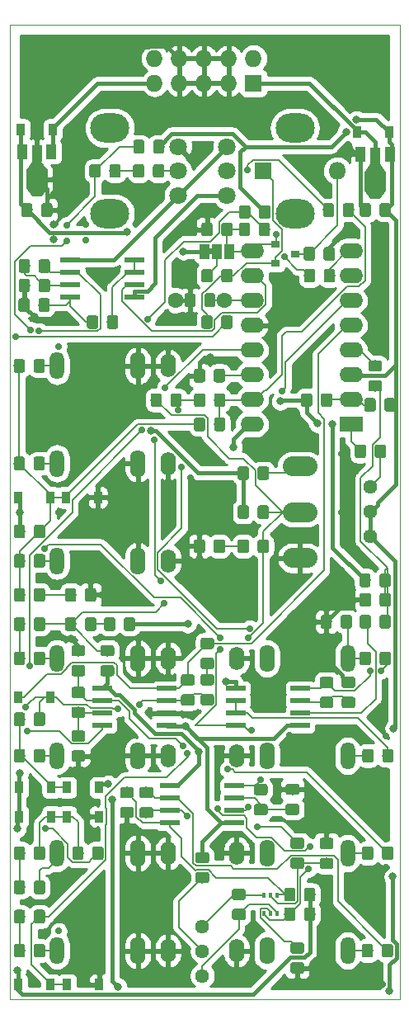
<source format=gbr>
%TF.GenerationSoftware,KiCad,Pcbnew,(5.1.0)-1*%
%TF.CreationDate,2020-03-08T21:47:15+01:00*%
%TF.ProjectId,KicadJE_AC3340_RevA _PCB,4b696361-644a-4455-9f41-43333334305f,rev?*%
%TF.SameCoordinates,Original*%
%TF.FileFunction,Copper,L2,Bot*%
%TF.FilePolarity,Positive*%
%FSLAX46Y46*%
G04 Gerber Fmt 4.6, Leading zero omitted, Abs format (unit mm)*
G04 Created by KiCad (PCBNEW (5.1.0)-1) date 2020-03-08 21:47:15*
%MOMM*%
%LPD*%
G04 APERTURE LIST*
%ADD10C,0.050000*%
%ADD11C,0.150000*%
%ADD12C,1.150000*%
%ADD13C,1.600000*%
%ADD14R,0.900000X1.200000*%
%ADD15O,1.600000X2.800000*%
%ADD16O,1.600000X2.400000*%
%ADD17O,1.500000X2.800000*%
%ADD18C,1.000000*%
%ADD19R,1.000000X1.500000*%
%ADD20R,1.727200X1.727200*%
%ADD21O,1.727200X1.727200*%
%ADD22R,0.900000X0.800000*%
%ADD23R,0.300000X0.500000*%
%ADD24C,1.800000*%
%ADD25O,4.000000X3.000000*%
%ADD26C,1.440000*%
%ADD27O,3.556000X2.032000*%
%ADD28R,2.000000X0.550000*%
%ADD29R,2.400000X1.600000*%
%ADD30O,2.400000X1.600000*%
%ADD31C,0.850000*%
%ADD32R,1.000000X1.800000*%
%ADD33R,2.200000X1.840000*%
%ADD34R,1.800000X1.800000*%
%ADD35O,1.800000X1.800000*%
%ADD36C,0.700000*%
%ADD37C,0.800000*%
%ADD38C,0.400000*%
%ADD39C,0.254000*%
G04 APERTURE END LIST*
D10*
X50000000Y-150000000D02*
X50000000Y-50000000D01*
X90000000Y-150000000D02*
X50000000Y-150000000D01*
X90000000Y-50000000D02*
X90000000Y-150000000D01*
X50000000Y-50000000D02*
X90000000Y-50000000D01*
D11*
G36*
X53374505Y-114301204D02*
G01*
X53398773Y-114304804D01*
X53422572Y-114310765D01*
X53445671Y-114319030D01*
X53467850Y-114329520D01*
X53488893Y-114342132D01*
X53508599Y-114356747D01*
X53526777Y-114373223D01*
X53543253Y-114391401D01*
X53557868Y-114411107D01*
X53570480Y-114432150D01*
X53580970Y-114454329D01*
X53589235Y-114477428D01*
X53595196Y-114501227D01*
X53598796Y-114525495D01*
X53600000Y-114549999D01*
X53600000Y-115450001D01*
X53598796Y-115474505D01*
X53595196Y-115498773D01*
X53589235Y-115522572D01*
X53580970Y-115545671D01*
X53570480Y-115567850D01*
X53557868Y-115588893D01*
X53543253Y-115608599D01*
X53526777Y-115626777D01*
X53508599Y-115643253D01*
X53488893Y-115657868D01*
X53467850Y-115670480D01*
X53445671Y-115680970D01*
X53422572Y-115689235D01*
X53398773Y-115695196D01*
X53374505Y-115698796D01*
X53350001Y-115700000D01*
X52699999Y-115700000D01*
X52675495Y-115698796D01*
X52651227Y-115695196D01*
X52627428Y-115689235D01*
X52604329Y-115680970D01*
X52582150Y-115670480D01*
X52561107Y-115657868D01*
X52541401Y-115643253D01*
X52523223Y-115626777D01*
X52506747Y-115608599D01*
X52492132Y-115588893D01*
X52479520Y-115567850D01*
X52469030Y-115545671D01*
X52460765Y-115522572D01*
X52454804Y-115498773D01*
X52451204Y-115474505D01*
X52450000Y-115450001D01*
X52450000Y-114549999D01*
X52451204Y-114525495D01*
X52454804Y-114501227D01*
X52460765Y-114477428D01*
X52469030Y-114454329D01*
X52479520Y-114432150D01*
X52492132Y-114411107D01*
X52506747Y-114391401D01*
X52523223Y-114373223D01*
X52541401Y-114356747D01*
X52561107Y-114342132D01*
X52582150Y-114329520D01*
X52604329Y-114319030D01*
X52627428Y-114310765D01*
X52651227Y-114304804D01*
X52675495Y-114301204D01*
X52699999Y-114300000D01*
X53350001Y-114300000D01*
X53374505Y-114301204D01*
X53374505Y-114301204D01*
G37*
D12*
X53025000Y-115000000D03*
D11*
G36*
X51324505Y-114301204D02*
G01*
X51348773Y-114304804D01*
X51372572Y-114310765D01*
X51395671Y-114319030D01*
X51417850Y-114329520D01*
X51438893Y-114342132D01*
X51458599Y-114356747D01*
X51476777Y-114373223D01*
X51493253Y-114391401D01*
X51507868Y-114411107D01*
X51520480Y-114432150D01*
X51530970Y-114454329D01*
X51539235Y-114477428D01*
X51545196Y-114501227D01*
X51548796Y-114525495D01*
X51550000Y-114549999D01*
X51550000Y-115450001D01*
X51548796Y-115474505D01*
X51545196Y-115498773D01*
X51539235Y-115522572D01*
X51530970Y-115545671D01*
X51520480Y-115567850D01*
X51507868Y-115588893D01*
X51493253Y-115608599D01*
X51476777Y-115626777D01*
X51458599Y-115643253D01*
X51438893Y-115657868D01*
X51417850Y-115670480D01*
X51395671Y-115680970D01*
X51372572Y-115689235D01*
X51348773Y-115695196D01*
X51324505Y-115698796D01*
X51300001Y-115700000D01*
X50649999Y-115700000D01*
X50625495Y-115698796D01*
X50601227Y-115695196D01*
X50577428Y-115689235D01*
X50554329Y-115680970D01*
X50532150Y-115670480D01*
X50511107Y-115657868D01*
X50491401Y-115643253D01*
X50473223Y-115626777D01*
X50456747Y-115608599D01*
X50442132Y-115588893D01*
X50429520Y-115567850D01*
X50419030Y-115545671D01*
X50410765Y-115522572D01*
X50404804Y-115498773D01*
X50401204Y-115474505D01*
X50400000Y-115450001D01*
X50400000Y-114549999D01*
X50401204Y-114525495D01*
X50404804Y-114501227D01*
X50410765Y-114477428D01*
X50419030Y-114454329D01*
X50429520Y-114432150D01*
X50442132Y-114411107D01*
X50456747Y-114391401D01*
X50473223Y-114373223D01*
X50491401Y-114356747D01*
X50511107Y-114342132D01*
X50532150Y-114329520D01*
X50554329Y-114319030D01*
X50577428Y-114310765D01*
X50601227Y-114304804D01*
X50625495Y-114301204D01*
X50649999Y-114300000D01*
X51300001Y-114300000D01*
X51324505Y-114301204D01*
X51324505Y-114301204D01*
G37*
D12*
X50975000Y-115000000D03*
D11*
G36*
X53374505Y-134301204D02*
G01*
X53398773Y-134304804D01*
X53422572Y-134310765D01*
X53445671Y-134319030D01*
X53467850Y-134329520D01*
X53488893Y-134342132D01*
X53508599Y-134356747D01*
X53526777Y-134373223D01*
X53543253Y-134391401D01*
X53557868Y-134411107D01*
X53570480Y-134432150D01*
X53580970Y-134454329D01*
X53589235Y-134477428D01*
X53595196Y-134501227D01*
X53598796Y-134525495D01*
X53600000Y-134549999D01*
X53600000Y-135450001D01*
X53598796Y-135474505D01*
X53595196Y-135498773D01*
X53589235Y-135522572D01*
X53580970Y-135545671D01*
X53570480Y-135567850D01*
X53557868Y-135588893D01*
X53543253Y-135608599D01*
X53526777Y-135626777D01*
X53508599Y-135643253D01*
X53488893Y-135657868D01*
X53467850Y-135670480D01*
X53445671Y-135680970D01*
X53422572Y-135689235D01*
X53398773Y-135695196D01*
X53374505Y-135698796D01*
X53350001Y-135700000D01*
X52699999Y-135700000D01*
X52675495Y-135698796D01*
X52651227Y-135695196D01*
X52627428Y-135689235D01*
X52604329Y-135680970D01*
X52582150Y-135670480D01*
X52561107Y-135657868D01*
X52541401Y-135643253D01*
X52523223Y-135626777D01*
X52506747Y-135608599D01*
X52492132Y-135588893D01*
X52479520Y-135567850D01*
X52469030Y-135545671D01*
X52460765Y-135522572D01*
X52454804Y-135498773D01*
X52451204Y-135474505D01*
X52450000Y-135450001D01*
X52450000Y-134549999D01*
X52451204Y-134525495D01*
X52454804Y-134501227D01*
X52460765Y-134477428D01*
X52469030Y-134454329D01*
X52479520Y-134432150D01*
X52492132Y-134411107D01*
X52506747Y-134391401D01*
X52523223Y-134373223D01*
X52541401Y-134356747D01*
X52561107Y-134342132D01*
X52582150Y-134329520D01*
X52604329Y-134319030D01*
X52627428Y-134310765D01*
X52651227Y-134304804D01*
X52675495Y-134301204D01*
X52699999Y-134300000D01*
X53350001Y-134300000D01*
X53374505Y-134301204D01*
X53374505Y-134301204D01*
G37*
D12*
X53025000Y-135000000D03*
D11*
G36*
X51324505Y-134301204D02*
G01*
X51348773Y-134304804D01*
X51372572Y-134310765D01*
X51395671Y-134319030D01*
X51417850Y-134329520D01*
X51438893Y-134342132D01*
X51458599Y-134356747D01*
X51476777Y-134373223D01*
X51493253Y-134391401D01*
X51507868Y-134411107D01*
X51520480Y-134432150D01*
X51530970Y-134454329D01*
X51539235Y-134477428D01*
X51545196Y-134501227D01*
X51548796Y-134525495D01*
X51550000Y-134549999D01*
X51550000Y-135450001D01*
X51548796Y-135474505D01*
X51545196Y-135498773D01*
X51539235Y-135522572D01*
X51530970Y-135545671D01*
X51520480Y-135567850D01*
X51507868Y-135588893D01*
X51493253Y-135608599D01*
X51476777Y-135626777D01*
X51458599Y-135643253D01*
X51438893Y-135657868D01*
X51417850Y-135670480D01*
X51395671Y-135680970D01*
X51372572Y-135689235D01*
X51348773Y-135695196D01*
X51324505Y-135698796D01*
X51300001Y-135700000D01*
X50649999Y-135700000D01*
X50625495Y-135698796D01*
X50601227Y-135695196D01*
X50577428Y-135689235D01*
X50554329Y-135680970D01*
X50532150Y-135670480D01*
X50511107Y-135657868D01*
X50491401Y-135643253D01*
X50473223Y-135626777D01*
X50456747Y-135608599D01*
X50442132Y-135588893D01*
X50429520Y-135567850D01*
X50419030Y-135545671D01*
X50410765Y-135522572D01*
X50404804Y-135498773D01*
X50401204Y-135474505D01*
X50400000Y-135450001D01*
X50400000Y-134549999D01*
X50401204Y-134525495D01*
X50404804Y-134501227D01*
X50410765Y-134477428D01*
X50419030Y-134454329D01*
X50429520Y-134432150D01*
X50442132Y-134411107D01*
X50456747Y-134391401D01*
X50473223Y-134373223D01*
X50491401Y-134356747D01*
X50511107Y-134342132D01*
X50532150Y-134329520D01*
X50554329Y-134319030D01*
X50577428Y-134310765D01*
X50601227Y-134304804D01*
X50625495Y-134301204D01*
X50649999Y-134300000D01*
X51300001Y-134300000D01*
X51324505Y-134301204D01*
X51324505Y-134301204D01*
G37*
D12*
X50975000Y-135000000D03*
D11*
G36*
X53374505Y-140801204D02*
G01*
X53398773Y-140804804D01*
X53422572Y-140810765D01*
X53445671Y-140819030D01*
X53467850Y-140829520D01*
X53488893Y-140842132D01*
X53508599Y-140856747D01*
X53526777Y-140873223D01*
X53543253Y-140891401D01*
X53557868Y-140911107D01*
X53570480Y-140932150D01*
X53580970Y-140954329D01*
X53589235Y-140977428D01*
X53595196Y-141001227D01*
X53598796Y-141025495D01*
X53600000Y-141049999D01*
X53600000Y-141950001D01*
X53598796Y-141974505D01*
X53595196Y-141998773D01*
X53589235Y-142022572D01*
X53580970Y-142045671D01*
X53570480Y-142067850D01*
X53557868Y-142088893D01*
X53543253Y-142108599D01*
X53526777Y-142126777D01*
X53508599Y-142143253D01*
X53488893Y-142157868D01*
X53467850Y-142170480D01*
X53445671Y-142180970D01*
X53422572Y-142189235D01*
X53398773Y-142195196D01*
X53374505Y-142198796D01*
X53350001Y-142200000D01*
X52699999Y-142200000D01*
X52675495Y-142198796D01*
X52651227Y-142195196D01*
X52627428Y-142189235D01*
X52604329Y-142180970D01*
X52582150Y-142170480D01*
X52561107Y-142157868D01*
X52541401Y-142143253D01*
X52523223Y-142126777D01*
X52506747Y-142108599D01*
X52492132Y-142088893D01*
X52479520Y-142067850D01*
X52469030Y-142045671D01*
X52460765Y-142022572D01*
X52454804Y-141998773D01*
X52451204Y-141974505D01*
X52450000Y-141950001D01*
X52450000Y-141049999D01*
X52451204Y-141025495D01*
X52454804Y-141001227D01*
X52460765Y-140977428D01*
X52469030Y-140954329D01*
X52479520Y-140932150D01*
X52492132Y-140911107D01*
X52506747Y-140891401D01*
X52523223Y-140873223D01*
X52541401Y-140856747D01*
X52561107Y-140842132D01*
X52582150Y-140829520D01*
X52604329Y-140819030D01*
X52627428Y-140810765D01*
X52651227Y-140804804D01*
X52675495Y-140801204D01*
X52699999Y-140800000D01*
X53350001Y-140800000D01*
X53374505Y-140801204D01*
X53374505Y-140801204D01*
G37*
D12*
X53025000Y-141500000D03*
D11*
G36*
X51324505Y-140801204D02*
G01*
X51348773Y-140804804D01*
X51372572Y-140810765D01*
X51395671Y-140819030D01*
X51417850Y-140829520D01*
X51438893Y-140842132D01*
X51458599Y-140856747D01*
X51476777Y-140873223D01*
X51493253Y-140891401D01*
X51507868Y-140911107D01*
X51520480Y-140932150D01*
X51530970Y-140954329D01*
X51539235Y-140977428D01*
X51545196Y-141001227D01*
X51548796Y-141025495D01*
X51550000Y-141049999D01*
X51550000Y-141950001D01*
X51548796Y-141974505D01*
X51545196Y-141998773D01*
X51539235Y-142022572D01*
X51530970Y-142045671D01*
X51520480Y-142067850D01*
X51507868Y-142088893D01*
X51493253Y-142108599D01*
X51476777Y-142126777D01*
X51458599Y-142143253D01*
X51438893Y-142157868D01*
X51417850Y-142170480D01*
X51395671Y-142180970D01*
X51372572Y-142189235D01*
X51348773Y-142195196D01*
X51324505Y-142198796D01*
X51300001Y-142200000D01*
X50649999Y-142200000D01*
X50625495Y-142198796D01*
X50601227Y-142195196D01*
X50577428Y-142189235D01*
X50554329Y-142180970D01*
X50532150Y-142170480D01*
X50511107Y-142157868D01*
X50491401Y-142143253D01*
X50473223Y-142126777D01*
X50456747Y-142108599D01*
X50442132Y-142088893D01*
X50429520Y-142067850D01*
X50419030Y-142045671D01*
X50410765Y-142022572D01*
X50404804Y-141998773D01*
X50401204Y-141974505D01*
X50400000Y-141950001D01*
X50400000Y-141049999D01*
X50401204Y-141025495D01*
X50404804Y-141001227D01*
X50410765Y-140977428D01*
X50419030Y-140954329D01*
X50429520Y-140932150D01*
X50442132Y-140911107D01*
X50456747Y-140891401D01*
X50473223Y-140873223D01*
X50491401Y-140856747D01*
X50511107Y-140842132D01*
X50532150Y-140829520D01*
X50554329Y-140819030D01*
X50577428Y-140810765D01*
X50601227Y-140804804D01*
X50625495Y-140801204D01*
X50649999Y-140800000D01*
X51300001Y-140800000D01*
X51324505Y-140801204D01*
X51324505Y-140801204D01*
G37*
D12*
X50975000Y-141500000D03*
D11*
G36*
X56574505Y-107801204D02*
G01*
X56598773Y-107804804D01*
X56622572Y-107810765D01*
X56645671Y-107819030D01*
X56667850Y-107829520D01*
X56688893Y-107842132D01*
X56708599Y-107856747D01*
X56726777Y-107873223D01*
X56743253Y-107891401D01*
X56757868Y-107911107D01*
X56770480Y-107932150D01*
X56780970Y-107954329D01*
X56789235Y-107977428D01*
X56795196Y-108001227D01*
X56798796Y-108025495D01*
X56800000Y-108049999D01*
X56800000Y-108950001D01*
X56798796Y-108974505D01*
X56795196Y-108998773D01*
X56789235Y-109022572D01*
X56780970Y-109045671D01*
X56770480Y-109067850D01*
X56757868Y-109088893D01*
X56743253Y-109108599D01*
X56726777Y-109126777D01*
X56708599Y-109143253D01*
X56688893Y-109157868D01*
X56667850Y-109170480D01*
X56645671Y-109180970D01*
X56622572Y-109189235D01*
X56598773Y-109195196D01*
X56574505Y-109198796D01*
X56550001Y-109200000D01*
X55899999Y-109200000D01*
X55875495Y-109198796D01*
X55851227Y-109195196D01*
X55827428Y-109189235D01*
X55804329Y-109180970D01*
X55782150Y-109170480D01*
X55761107Y-109157868D01*
X55741401Y-109143253D01*
X55723223Y-109126777D01*
X55706747Y-109108599D01*
X55692132Y-109088893D01*
X55679520Y-109067850D01*
X55669030Y-109045671D01*
X55660765Y-109022572D01*
X55654804Y-108998773D01*
X55651204Y-108974505D01*
X55650000Y-108950001D01*
X55650000Y-108049999D01*
X55651204Y-108025495D01*
X55654804Y-108001227D01*
X55660765Y-107977428D01*
X55669030Y-107954329D01*
X55679520Y-107932150D01*
X55692132Y-107911107D01*
X55706747Y-107891401D01*
X55723223Y-107873223D01*
X55741401Y-107856747D01*
X55761107Y-107842132D01*
X55782150Y-107829520D01*
X55804329Y-107819030D01*
X55827428Y-107810765D01*
X55851227Y-107804804D01*
X55875495Y-107801204D01*
X55899999Y-107800000D01*
X56550001Y-107800000D01*
X56574505Y-107801204D01*
X56574505Y-107801204D01*
G37*
D12*
X56225000Y-108500000D03*
D11*
G36*
X58624505Y-107801204D02*
G01*
X58648773Y-107804804D01*
X58672572Y-107810765D01*
X58695671Y-107819030D01*
X58717850Y-107829520D01*
X58738893Y-107842132D01*
X58758599Y-107856747D01*
X58776777Y-107873223D01*
X58793253Y-107891401D01*
X58807868Y-107911107D01*
X58820480Y-107932150D01*
X58830970Y-107954329D01*
X58839235Y-107977428D01*
X58845196Y-108001227D01*
X58848796Y-108025495D01*
X58850000Y-108049999D01*
X58850000Y-108950001D01*
X58848796Y-108974505D01*
X58845196Y-108998773D01*
X58839235Y-109022572D01*
X58830970Y-109045671D01*
X58820480Y-109067850D01*
X58807868Y-109088893D01*
X58793253Y-109108599D01*
X58776777Y-109126777D01*
X58758599Y-109143253D01*
X58738893Y-109157868D01*
X58717850Y-109170480D01*
X58695671Y-109180970D01*
X58672572Y-109189235D01*
X58648773Y-109195196D01*
X58624505Y-109198796D01*
X58600001Y-109200000D01*
X57949999Y-109200000D01*
X57925495Y-109198796D01*
X57901227Y-109195196D01*
X57877428Y-109189235D01*
X57854329Y-109180970D01*
X57832150Y-109170480D01*
X57811107Y-109157868D01*
X57791401Y-109143253D01*
X57773223Y-109126777D01*
X57756747Y-109108599D01*
X57742132Y-109088893D01*
X57729520Y-109067850D01*
X57719030Y-109045671D01*
X57710765Y-109022572D01*
X57704804Y-108998773D01*
X57701204Y-108974505D01*
X57700000Y-108950001D01*
X57700000Y-108049999D01*
X57701204Y-108025495D01*
X57704804Y-108001227D01*
X57710765Y-107977428D01*
X57719030Y-107954329D01*
X57729520Y-107932150D01*
X57742132Y-107911107D01*
X57756747Y-107891401D01*
X57773223Y-107873223D01*
X57791401Y-107856747D01*
X57811107Y-107842132D01*
X57832150Y-107829520D01*
X57854329Y-107819030D01*
X57877428Y-107810765D01*
X57901227Y-107804804D01*
X57925495Y-107801204D01*
X57949999Y-107800000D01*
X58600001Y-107800000D01*
X58624505Y-107801204D01*
X58624505Y-107801204D01*
G37*
D12*
X58275000Y-108500000D03*
D11*
G36*
X62624505Y-110801204D02*
G01*
X62648773Y-110804804D01*
X62672572Y-110810765D01*
X62695671Y-110819030D01*
X62717850Y-110829520D01*
X62738893Y-110842132D01*
X62758599Y-110856747D01*
X62776777Y-110873223D01*
X62793253Y-110891401D01*
X62807868Y-110911107D01*
X62820480Y-110932150D01*
X62830970Y-110954329D01*
X62839235Y-110977428D01*
X62845196Y-111001227D01*
X62848796Y-111025495D01*
X62850000Y-111049999D01*
X62850000Y-111950001D01*
X62848796Y-111974505D01*
X62845196Y-111998773D01*
X62839235Y-112022572D01*
X62830970Y-112045671D01*
X62820480Y-112067850D01*
X62807868Y-112088893D01*
X62793253Y-112108599D01*
X62776777Y-112126777D01*
X62758599Y-112143253D01*
X62738893Y-112157868D01*
X62717850Y-112170480D01*
X62695671Y-112180970D01*
X62672572Y-112189235D01*
X62648773Y-112195196D01*
X62624505Y-112198796D01*
X62600001Y-112200000D01*
X61949999Y-112200000D01*
X61925495Y-112198796D01*
X61901227Y-112195196D01*
X61877428Y-112189235D01*
X61854329Y-112180970D01*
X61832150Y-112170480D01*
X61811107Y-112157868D01*
X61791401Y-112143253D01*
X61773223Y-112126777D01*
X61756747Y-112108599D01*
X61742132Y-112088893D01*
X61729520Y-112067850D01*
X61719030Y-112045671D01*
X61710765Y-112022572D01*
X61704804Y-111998773D01*
X61701204Y-111974505D01*
X61700000Y-111950001D01*
X61700000Y-111049999D01*
X61701204Y-111025495D01*
X61704804Y-111001227D01*
X61710765Y-110977428D01*
X61719030Y-110954329D01*
X61729520Y-110932150D01*
X61742132Y-110911107D01*
X61756747Y-110891401D01*
X61773223Y-110873223D01*
X61791401Y-110856747D01*
X61811107Y-110842132D01*
X61832150Y-110829520D01*
X61854329Y-110819030D01*
X61877428Y-110810765D01*
X61901227Y-110804804D01*
X61925495Y-110801204D01*
X61949999Y-110800000D01*
X62600001Y-110800000D01*
X62624505Y-110801204D01*
X62624505Y-110801204D01*
G37*
D12*
X62275000Y-111500000D03*
D11*
G36*
X60574505Y-110801204D02*
G01*
X60598773Y-110804804D01*
X60622572Y-110810765D01*
X60645671Y-110819030D01*
X60667850Y-110829520D01*
X60688893Y-110842132D01*
X60708599Y-110856747D01*
X60726777Y-110873223D01*
X60743253Y-110891401D01*
X60757868Y-110911107D01*
X60770480Y-110932150D01*
X60780970Y-110954329D01*
X60789235Y-110977428D01*
X60795196Y-111001227D01*
X60798796Y-111025495D01*
X60800000Y-111049999D01*
X60800000Y-111950001D01*
X60798796Y-111974505D01*
X60795196Y-111998773D01*
X60789235Y-112022572D01*
X60780970Y-112045671D01*
X60770480Y-112067850D01*
X60757868Y-112088893D01*
X60743253Y-112108599D01*
X60726777Y-112126777D01*
X60708599Y-112143253D01*
X60688893Y-112157868D01*
X60667850Y-112170480D01*
X60645671Y-112180970D01*
X60622572Y-112189235D01*
X60598773Y-112195196D01*
X60574505Y-112198796D01*
X60550001Y-112200000D01*
X59899999Y-112200000D01*
X59875495Y-112198796D01*
X59851227Y-112195196D01*
X59827428Y-112189235D01*
X59804329Y-112180970D01*
X59782150Y-112170480D01*
X59761107Y-112157868D01*
X59741401Y-112143253D01*
X59723223Y-112126777D01*
X59706747Y-112108599D01*
X59692132Y-112088893D01*
X59679520Y-112067850D01*
X59669030Y-112045671D01*
X59660765Y-112022572D01*
X59654804Y-111998773D01*
X59651204Y-111974505D01*
X59650000Y-111950001D01*
X59650000Y-111049999D01*
X59651204Y-111025495D01*
X59654804Y-111001227D01*
X59660765Y-110977428D01*
X59669030Y-110954329D01*
X59679520Y-110932150D01*
X59692132Y-110911107D01*
X59706747Y-110891401D01*
X59723223Y-110873223D01*
X59741401Y-110856747D01*
X59761107Y-110842132D01*
X59782150Y-110829520D01*
X59804329Y-110819030D01*
X59827428Y-110810765D01*
X59851227Y-110804804D01*
X59875495Y-110801204D01*
X59899999Y-110800000D01*
X60550001Y-110800000D01*
X60574505Y-110801204D01*
X60574505Y-110801204D01*
G37*
D12*
X60225000Y-111500000D03*
D11*
G36*
X68724505Y-116651204D02*
G01*
X68748773Y-116654804D01*
X68772572Y-116660765D01*
X68795671Y-116669030D01*
X68817850Y-116679520D01*
X68838893Y-116692132D01*
X68858599Y-116706747D01*
X68876777Y-116723223D01*
X68893253Y-116741401D01*
X68907868Y-116761107D01*
X68920480Y-116782150D01*
X68930970Y-116804329D01*
X68939235Y-116827428D01*
X68945196Y-116851227D01*
X68948796Y-116875495D01*
X68950000Y-116899999D01*
X68950000Y-117550001D01*
X68948796Y-117574505D01*
X68945196Y-117598773D01*
X68939235Y-117622572D01*
X68930970Y-117645671D01*
X68920480Y-117667850D01*
X68907868Y-117688893D01*
X68893253Y-117708599D01*
X68876777Y-117726777D01*
X68858599Y-117743253D01*
X68838893Y-117757868D01*
X68817850Y-117770480D01*
X68795671Y-117780970D01*
X68772572Y-117789235D01*
X68748773Y-117795196D01*
X68724505Y-117798796D01*
X68700001Y-117800000D01*
X67799999Y-117800000D01*
X67775495Y-117798796D01*
X67751227Y-117795196D01*
X67727428Y-117789235D01*
X67704329Y-117780970D01*
X67682150Y-117770480D01*
X67661107Y-117757868D01*
X67641401Y-117743253D01*
X67623223Y-117726777D01*
X67606747Y-117708599D01*
X67592132Y-117688893D01*
X67579520Y-117667850D01*
X67569030Y-117645671D01*
X67560765Y-117622572D01*
X67554804Y-117598773D01*
X67551204Y-117574505D01*
X67550000Y-117550001D01*
X67550000Y-116899999D01*
X67551204Y-116875495D01*
X67554804Y-116851227D01*
X67560765Y-116827428D01*
X67569030Y-116804329D01*
X67579520Y-116782150D01*
X67592132Y-116761107D01*
X67606747Y-116741401D01*
X67623223Y-116723223D01*
X67641401Y-116706747D01*
X67661107Y-116692132D01*
X67682150Y-116679520D01*
X67704329Y-116669030D01*
X67727428Y-116660765D01*
X67751227Y-116654804D01*
X67775495Y-116651204D01*
X67799999Y-116650000D01*
X68700001Y-116650000D01*
X68724505Y-116651204D01*
X68724505Y-116651204D01*
G37*
D12*
X68250000Y-117225000D03*
D11*
G36*
X68724505Y-118701204D02*
G01*
X68748773Y-118704804D01*
X68772572Y-118710765D01*
X68795671Y-118719030D01*
X68817850Y-118729520D01*
X68838893Y-118742132D01*
X68858599Y-118756747D01*
X68876777Y-118773223D01*
X68893253Y-118791401D01*
X68907868Y-118811107D01*
X68920480Y-118832150D01*
X68930970Y-118854329D01*
X68939235Y-118877428D01*
X68945196Y-118901227D01*
X68948796Y-118925495D01*
X68950000Y-118949999D01*
X68950000Y-119600001D01*
X68948796Y-119624505D01*
X68945196Y-119648773D01*
X68939235Y-119672572D01*
X68930970Y-119695671D01*
X68920480Y-119717850D01*
X68907868Y-119738893D01*
X68893253Y-119758599D01*
X68876777Y-119776777D01*
X68858599Y-119793253D01*
X68838893Y-119807868D01*
X68817850Y-119820480D01*
X68795671Y-119830970D01*
X68772572Y-119839235D01*
X68748773Y-119845196D01*
X68724505Y-119848796D01*
X68700001Y-119850000D01*
X67799999Y-119850000D01*
X67775495Y-119848796D01*
X67751227Y-119845196D01*
X67727428Y-119839235D01*
X67704329Y-119830970D01*
X67682150Y-119820480D01*
X67661107Y-119807868D01*
X67641401Y-119793253D01*
X67623223Y-119776777D01*
X67606747Y-119758599D01*
X67592132Y-119738893D01*
X67579520Y-119717850D01*
X67569030Y-119695671D01*
X67560765Y-119672572D01*
X67554804Y-119648773D01*
X67551204Y-119624505D01*
X67550000Y-119600001D01*
X67550000Y-118949999D01*
X67551204Y-118925495D01*
X67554804Y-118901227D01*
X67560765Y-118877428D01*
X67569030Y-118854329D01*
X67579520Y-118832150D01*
X67592132Y-118811107D01*
X67606747Y-118791401D01*
X67623223Y-118773223D01*
X67641401Y-118756747D01*
X67661107Y-118742132D01*
X67682150Y-118729520D01*
X67704329Y-118719030D01*
X67727428Y-118710765D01*
X67751227Y-118704804D01*
X67775495Y-118701204D01*
X67799999Y-118700000D01*
X68700001Y-118700000D01*
X68724505Y-118701204D01*
X68724505Y-118701204D01*
G37*
D12*
X68250000Y-119275000D03*
D11*
G36*
X59374505Y-134301204D02*
G01*
X59398773Y-134304804D01*
X59422572Y-134310765D01*
X59445671Y-134319030D01*
X59467850Y-134329520D01*
X59488893Y-134342132D01*
X59508599Y-134356747D01*
X59526777Y-134373223D01*
X59543253Y-134391401D01*
X59557868Y-134411107D01*
X59570480Y-134432150D01*
X59580970Y-134454329D01*
X59589235Y-134477428D01*
X59595196Y-134501227D01*
X59598796Y-134525495D01*
X59600000Y-134549999D01*
X59600000Y-135450001D01*
X59598796Y-135474505D01*
X59595196Y-135498773D01*
X59589235Y-135522572D01*
X59580970Y-135545671D01*
X59570480Y-135567850D01*
X59557868Y-135588893D01*
X59543253Y-135608599D01*
X59526777Y-135626777D01*
X59508599Y-135643253D01*
X59488893Y-135657868D01*
X59467850Y-135670480D01*
X59445671Y-135680970D01*
X59422572Y-135689235D01*
X59398773Y-135695196D01*
X59374505Y-135698796D01*
X59350001Y-135700000D01*
X58699999Y-135700000D01*
X58675495Y-135698796D01*
X58651227Y-135695196D01*
X58627428Y-135689235D01*
X58604329Y-135680970D01*
X58582150Y-135670480D01*
X58561107Y-135657868D01*
X58541401Y-135643253D01*
X58523223Y-135626777D01*
X58506747Y-135608599D01*
X58492132Y-135588893D01*
X58479520Y-135567850D01*
X58469030Y-135545671D01*
X58460765Y-135522572D01*
X58454804Y-135498773D01*
X58451204Y-135474505D01*
X58450000Y-135450001D01*
X58450000Y-134549999D01*
X58451204Y-134525495D01*
X58454804Y-134501227D01*
X58460765Y-134477428D01*
X58469030Y-134454329D01*
X58479520Y-134432150D01*
X58492132Y-134411107D01*
X58506747Y-134391401D01*
X58523223Y-134373223D01*
X58541401Y-134356747D01*
X58561107Y-134342132D01*
X58582150Y-134329520D01*
X58604329Y-134319030D01*
X58627428Y-134310765D01*
X58651227Y-134304804D01*
X58675495Y-134301204D01*
X58699999Y-134300000D01*
X59350001Y-134300000D01*
X59374505Y-134301204D01*
X59374505Y-134301204D01*
G37*
D12*
X59025000Y-135000000D03*
D11*
G36*
X57324505Y-134301204D02*
G01*
X57348773Y-134304804D01*
X57372572Y-134310765D01*
X57395671Y-134319030D01*
X57417850Y-134329520D01*
X57438893Y-134342132D01*
X57458599Y-134356747D01*
X57476777Y-134373223D01*
X57493253Y-134391401D01*
X57507868Y-134411107D01*
X57520480Y-134432150D01*
X57530970Y-134454329D01*
X57539235Y-134477428D01*
X57545196Y-134501227D01*
X57548796Y-134525495D01*
X57550000Y-134549999D01*
X57550000Y-135450001D01*
X57548796Y-135474505D01*
X57545196Y-135498773D01*
X57539235Y-135522572D01*
X57530970Y-135545671D01*
X57520480Y-135567850D01*
X57507868Y-135588893D01*
X57493253Y-135608599D01*
X57476777Y-135626777D01*
X57458599Y-135643253D01*
X57438893Y-135657868D01*
X57417850Y-135670480D01*
X57395671Y-135680970D01*
X57372572Y-135689235D01*
X57348773Y-135695196D01*
X57324505Y-135698796D01*
X57300001Y-135700000D01*
X56649999Y-135700000D01*
X56625495Y-135698796D01*
X56601227Y-135695196D01*
X56577428Y-135689235D01*
X56554329Y-135680970D01*
X56532150Y-135670480D01*
X56511107Y-135657868D01*
X56491401Y-135643253D01*
X56473223Y-135626777D01*
X56456747Y-135608599D01*
X56442132Y-135588893D01*
X56429520Y-135567850D01*
X56419030Y-135545671D01*
X56410765Y-135522572D01*
X56404804Y-135498773D01*
X56401204Y-135474505D01*
X56400000Y-135450001D01*
X56400000Y-134549999D01*
X56401204Y-134525495D01*
X56404804Y-134501227D01*
X56410765Y-134477428D01*
X56419030Y-134454329D01*
X56429520Y-134432150D01*
X56442132Y-134411107D01*
X56456747Y-134391401D01*
X56473223Y-134373223D01*
X56491401Y-134356747D01*
X56511107Y-134342132D01*
X56532150Y-134329520D01*
X56554329Y-134319030D01*
X56577428Y-134310765D01*
X56601227Y-134304804D01*
X56625495Y-134301204D01*
X56649999Y-134300000D01*
X57300001Y-134300000D01*
X57324505Y-134301204D01*
X57324505Y-134301204D01*
G37*
D12*
X56975000Y-135000000D03*
D11*
G36*
X81074505Y-72801204D02*
G01*
X81098773Y-72804804D01*
X81122572Y-72810765D01*
X81145671Y-72819030D01*
X81167850Y-72829520D01*
X81188893Y-72842132D01*
X81208599Y-72856747D01*
X81226777Y-72873223D01*
X81243253Y-72891401D01*
X81257868Y-72911107D01*
X81270480Y-72932150D01*
X81280970Y-72954329D01*
X81289235Y-72977428D01*
X81295196Y-73001227D01*
X81298796Y-73025495D01*
X81300000Y-73049999D01*
X81300000Y-73950001D01*
X81298796Y-73974505D01*
X81295196Y-73998773D01*
X81289235Y-74022572D01*
X81280970Y-74045671D01*
X81270480Y-74067850D01*
X81257868Y-74088893D01*
X81243253Y-74108599D01*
X81226777Y-74126777D01*
X81208599Y-74143253D01*
X81188893Y-74157868D01*
X81167850Y-74170480D01*
X81145671Y-74180970D01*
X81122572Y-74189235D01*
X81098773Y-74195196D01*
X81074505Y-74198796D01*
X81050001Y-74200000D01*
X80399999Y-74200000D01*
X80375495Y-74198796D01*
X80351227Y-74195196D01*
X80327428Y-74189235D01*
X80304329Y-74180970D01*
X80282150Y-74170480D01*
X80261107Y-74157868D01*
X80241401Y-74143253D01*
X80223223Y-74126777D01*
X80206747Y-74108599D01*
X80192132Y-74088893D01*
X80179520Y-74067850D01*
X80169030Y-74045671D01*
X80160765Y-74022572D01*
X80154804Y-73998773D01*
X80151204Y-73974505D01*
X80150000Y-73950001D01*
X80150000Y-73049999D01*
X80151204Y-73025495D01*
X80154804Y-73001227D01*
X80160765Y-72977428D01*
X80169030Y-72954329D01*
X80179520Y-72932150D01*
X80192132Y-72911107D01*
X80206747Y-72891401D01*
X80223223Y-72873223D01*
X80241401Y-72856747D01*
X80261107Y-72842132D01*
X80282150Y-72829520D01*
X80304329Y-72819030D01*
X80327428Y-72810765D01*
X80351227Y-72804804D01*
X80375495Y-72801204D01*
X80399999Y-72800000D01*
X81050001Y-72800000D01*
X81074505Y-72801204D01*
X81074505Y-72801204D01*
G37*
D12*
X80725000Y-73500000D03*
D11*
G36*
X83124505Y-72801204D02*
G01*
X83148773Y-72804804D01*
X83172572Y-72810765D01*
X83195671Y-72819030D01*
X83217850Y-72829520D01*
X83238893Y-72842132D01*
X83258599Y-72856747D01*
X83276777Y-72873223D01*
X83293253Y-72891401D01*
X83307868Y-72911107D01*
X83320480Y-72932150D01*
X83330970Y-72954329D01*
X83339235Y-72977428D01*
X83345196Y-73001227D01*
X83348796Y-73025495D01*
X83350000Y-73049999D01*
X83350000Y-73950001D01*
X83348796Y-73974505D01*
X83345196Y-73998773D01*
X83339235Y-74022572D01*
X83330970Y-74045671D01*
X83320480Y-74067850D01*
X83307868Y-74088893D01*
X83293253Y-74108599D01*
X83276777Y-74126777D01*
X83258599Y-74143253D01*
X83238893Y-74157868D01*
X83217850Y-74170480D01*
X83195671Y-74180970D01*
X83172572Y-74189235D01*
X83148773Y-74195196D01*
X83124505Y-74198796D01*
X83100001Y-74200000D01*
X82449999Y-74200000D01*
X82425495Y-74198796D01*
X82401227Y-74195196D01*
X82377428Y-74189235D01*
X82354329Y-74180970D01*
X82332150Y-74170480D01*
X82311107Y-74157868D01*
X82291401Y-74143253D01*
X82273223Y-74126777D01*
X82256747Y-74108599D01*
X82242132Y-74088893D01*
X82229520Y-74067850D01*
X82219030Y-74045671D01*
X82210765Y-74022572D01*
X82204804Y-73998773D01*
X82201204Y-73974505D01*
X82200000Y-73950001D01*
X82200000Y-73049999D01*
X82201204Y-73025495D01*
X82204804Y-73001227D01*
X82210765Y-72977428D01*
X82219030Y-72954329D01*
X82229520Y-72932150D01*
X82242132Y-72911107D01*
X82256747Y-72891401D01*
X82273223Y-72873223D01*
X82291401Y-72856747D01*
X82311107Y-72842132D01*
X82332150Y-72829520D01*
X82354329Y-72819030D01*
X82377428Y-72810765D01*
X82401227Y-72804804D01*
X82425495Y-72801204D01*
X82449999Y-72800000D01*
X83100001Y-72800000D01*
X83124505Y-72801204D01*
X83124505Y-72801204D01*
G37*
D12*
X82775000Y-73500000D03*
D11*
G36*
X72624505Y-70301204D02*
G01*
X72648773Y-70304804D01*
X72672572Y-70310765D01*
X72695671Y-70319030D01*
X72717850Y-70329520D01*
X72738893Y-70342132D01*
X72758599Y-70356747D01*
X72776777Y-70373223D01*
X72793253Y-70391401D01*
X72807868Y-70411107D01*
X72820480Y-70432150D01*
X72830970Y-70454329D01*
X72839235Y-70477428D01*
X72845196Y-70501227D01*
X72848796Y-70525495D01*
X72850000Y-70549999D01*
X72850000Y-71450001D01*
X72848796Y-71474505D01*
X72845196Y-71498773D01*
X72839235Y-71522572D01*
X72830970Y-71545671D01*
X72820480Y-71567850D01*
X72807868Y-71588893D01*
X72793253Y-71608599D01*
X72776777Y-71626777D01*
X72758599Y-71643253D01*
X72738893Y-71657868D01*
X72717850Y-71670480D01*
X72695671Y-71680970D01*
X72672572Y-71689235D01*
X72648773Y-71695196D01*
X72624505Y-71698796D01*
X72600001Y-71700000D01*
X71949999Y-71700000D01*
X71925495Y-71698796D01*
X71901227Y-71695196D01*
X71877428Y-71689235D01*
X71854329Y-71680970D01*
X71832150Y-71670480D01*
X71811107Y-71657868D01*
X71791401Y-71643253D01*
X71773223Y-71626777D01*
X71756747Y-71608599D01*
X71742132Y-71588893D01*
X71729520Y-71567850D01*
X71719030Y-71545671D01*
X71710765Y-71522572D01*
X71704804Y-71498773D01*
X71701204Y-71474505D01*
X71700000Y-71450001D01*
X71700000Y-70549999D01*
X71701204Y-70525495D01*
X71704804Y-70501227D01*
X71710765Y-70477428D01*
X71719030Y-70454329D01*
X71729520Y-70432150D01*
X71742132Y-70411107D01*
X71756747Y-70391401D01*
X71773223Y-70373223D01*
X71791401Y-70356747D01*
X71811107Y-70342132D01*
X71832150Y-70329520D01*
X71854329Y-70319030D01*
X71877428Y-70310765D01*
X71901227Y-70304804D01*
X71925495Y-70301204D01*
X71949999Y-70300000D01*
X72600001Y-70300000D01*
X72624505Y-70301204D01*
X72624505Y-70301204D01*
G37*
D12*
X72275000Y-71000000D03*
D11*
G36*
X70574505Y-70301204D02*
G01*
X70598773Y-70304804D01*
X70622572Y-70310765D01*
X70645671Y-70319030D01*
X70667850Y-70329520D01*
X70688893Y-70342132D01*
X70708599Y-70356747D01*
X70726777Y-70373223D01*
X70743253Y-70391401D01*
X70757868Y-70411107D01*
X70770480Y-70432150D01*
X70780970Y-70454329D01*
X70789235Y-70477428D01*
X70795196Y-70501227D01*
X70798796Y-70525495D01*
X70800000Y-70549999D01*
X70800000Y-71450001D01*
X70798796Y-71474505D01*
X70795196Y-71498773D01*
X70789235Y-71522572D01*
X70780970Y-71545671D01*
X70770480Y-71567850D01*
X70757868Y-71588893D01*
X70743253Y-71608599D01*
X70726777Y-71626777D01*
X70708599Y-71643253D01*
X70688893Y-71657868D01*
X70667850Y-71670480D01*
X70645671Y-71680970D01*
X70622572Y-71689235D01*
X70598773Y-71695196D01*
X70574505Y-71698796D01*
X70550001Y-71700000D01*
X69899999Y-71700000D01*
X69875495Y-71698796D01*
X69851227Y-71695196D01*
X69827428Y-71689235D01*
X69804329Y-71680970D01*
X69782150Y-71670480D01*
X69761107Y-71657868D01*
X69741401Y-71643253D01*
X69723223Y-71626777D01*
X69706747Y-71608599D01*
X69692132Y-71588893D01*
X69679520Y-71567850D01*
X69669030Y-71545671D01*
X69660765Y-71522572D01*
X69654804Y-71498773D01*
X69651204Y-71474505D01*
X69650000Y-71450001D01*
X69650000Y-70549999D01*
X69651204Y-70525495D01*
X69654804Y-70501227D01*
X69660765Y-70477428D01*
X69669030Y-70454329D01*
X69679520Y-70432150D01*
X69692132Y-70411107D01*
X69706747Y-70391401D01*
X69723223Y-70373223D01*
X69741401Y-70356747D01*
X69761107Y-70342132D01*
X69782150Y-70329520D01*
X69804329Y-70319030D01*
X69827428Y-70310765D01*
X69851227Y-70304804D01*
X69875495Y-70301204D01*
X69899999Y-70300000D01*
X70550001Y-70300000D01*
X70574505Y-70301204D01*
X70574505Y-70301204D01*
G37*
D12*
X70225000Y-71000000D03*
D13*
X67000000Y-78250000D03*
X72000000Y-78250000D03*
D11*
G36*
X70874505Y-77551204D02*
G01*
X70898773Y-77554804D01*
X70922572Y-77560765D01*
X70945671Y-77569030D01*
X70967850Y-77579520D01*
X70988893Y-77592132D01*
X71008599Y-77606747D01*
X71026777Y-77623223D01*
X71043253Y-77641401D01*
X71057868Y-77661107D01*
X71070480Y-77682150D01*
X71080970Y-77704329D01*
X71089235Y-77727428D01*
X71095196Y-77751227D01*
X71098796Y-77775495D01*
X71100000Y-77799999D01*
X71100000Y-78700001D01*
X71098796Y-78724505D01*
X71095196Y-78748773D01*
X71089235Y-78772572D01*
X71080970Y-78795671D01*
X71070480Y-78817850D01*
X71057868Y-78838893D01*
X71043253Y-78858599D01*
X71026777Y-78876777D01*
X71008599Y-78893253D01*
X70988893Y-78907868D01*
X70967850Y-78920480D01*
X70945671Y-78930970D01*
X70922572Y-78939235D01*
X70898773Y-78945196D01*
X70874505Y-78948796D01*
X70850001Y-78950000D01*
X70199999Y-78950000D01*
X70175495Y-78948796D01*
X70151227Y-78945196D01*
X70127428Y-78939235D01*
X70104329Y-78930970D01*
X70082150Y-78920480D01*
X70061107Y-78907868D01*
X70041401Y-78893253D01*
X70023223Y-78876777D01*
X70006747Y-78858599D01*
X69992132Y-78838893D01*
X69979520Y-78817850D01*
X69969030Y-78795671D01*
X69960765Y-78772572D01*
X69954804Y-78748773D01*
X69951204Y-78724505D01*
X69950000Y-78700001D01*
X69950000Y-77799999D01*
X69951204Y-77775495D01*
X69954804Y-77751227D01*
X69960765Y-77727428D01*
X69969030Y-77704329D01*
X69979520Y-77682150D01*
X69992132Y-77661107D01*
X70006747Y-77641401D01*
X70023223Y-77623223D01*
X70041401Y-77606747D01*
X70061107Y-77592132D01*
X70082150Y-77579520D01*
X70104329Y-77569030D01*
X70127428Y-77560765D01*
X70151227Y-77554804D01*
X70175495Y-77551204D01*
X70199999Y-77550000D01*
X70850001Y-77550000D01*
X70874505Y-77551204D01*
X70874505Y-77551204D01*
G37*
D12*
X70525000Y-78250000D03*
D11*
G36*
X68824505Y-77551204D02*
G01*
X68848773Y-77554804D01*
X68872572Y-77560765D01*
X68895671Y-77569030D01*
X68917850Y-77579520D01*
X68938893Y-77592132D01*
X68958599Y-77606747D01*
X68976777Y-77623223D01*
X68993253Y-77641401D01*
X69007868Y-77661107D01*
X69020480Y-77682150D01*
X69030970Y-77704329D01*
X69039235Y-77727428D01*
X69045196Y-77751227D01*
X69048796Y-77775495D01*
X69050000Y-77799999D01*
X69050000Y-78700001D01*
X69048796Y-78724505D01*
X69045196Y-78748773D01*
X69039235Y-78772572D01*
X69030970Y-78795671D01*
X69020480Y-78817850D01*
X69007868Y-78838893D01*
X68993253Y-78858599D01*
X68976777Y-78876777D01*
X68958599Y-78893253D01*
X68938893Y-78907868D01*
X68917850Y-78920480D01*
X68895671Y-78930970D01*
X68872572Y-78939235D01*
X68848773Y-78945196D01*
X68824505Y-78948796D01*
X68800001Y-78950000D01*
X68149999Y-78950000D01*
X68125495Y-78948796D01*
X68101227Y-78945196D01*
X68077428Y-78939235D01*
X68054329Y-78930970D01*
X68032150Y-78920480D01*
X68011107Y-78907868D01*
X67991401Y-78893253D01*
X67973223Y-78876777D01*
X67956747Y-78858599D01*
X67942132Y-78838893D01*
X67929520Y-78817850D01*
X67919030Y-78795671D01*
X67910765Y-78772572D01*
X67904804Y-78748773D01*
X67901204Y-78724505D01*
X67900000Y-78700001D01*
X67900000Y-77799999D01*
X67901204Y-77775495D01*
X67904804Y-77751227D01*
X67910765Y-77727428D01*
X67919030Y-77704329D01*
X67929520Y-77682150D01*
X67942132Y-77661107D01*
X67956747Y-77641401D01*
X67973223Y-77623223D01*
X67991401Y-77606747D01*
X68011107Y-77592132D01*
X68032150Y-77579520D01*
X68054329Y-77569030D01*
X68077428Y-77560765D01*
X68101227Y-77554804D01*
X68125495Y-77551204D01*
X68149999Y-77550000D01*
X68800001Y-77550000D01*
X68824505Y-77551204D01*
X68824505Y-77551204D01*
G37*
D12*
X68475000Y-78250000D03*
D11*
G36*
X52074505Y-68301204D02*
G01*
X52098773Y-68304804D01*
X52122572Y-68310765D01*
X52145671Y-68319030D01*
X52167850Y-68329520D01*
X52188893Y-68342132D01*
X52208599Y-68356747D01*
X52226777Y-68373223D01*
X52243253Y-68391401D01*
X52257868Y-68411107D01*
X52270480Y-68432150D01*
X52280970Y-68454329D01*
X52289235Y-68477428D01*
X52295196Y-68501227D01*
X52298796Y-68525495D01*
X52300000Y-68549999D01*
X52300000Y-69450001D01*
X52298796Y-69474505D01*
X52295196Y-69498773D01*
X52289235Y-69522572D01*
X52280970Y-69545671D01*
X52270480Y-69567850D01*
X52257868Y-69588893D01*
X52243253Y-69608599D01*
X52226777Y-69626777D01*
X52208599Y-69643253D01*
X52188893Y-69657868D01*
X52167850Y-69670480D01*
X52145671Y-69680970D01*
X52122572Y-69689235D01*
X52098773Y-69695196D01*
X52074505Y-69698796D01*
X52050001Y-69700000D01*
X51399999Y-69700000D01*
X51375495Y-69698796D01*
X51351227Y-69695196D01*
X51327428Y-69689235D01*
X51304329Y-69680970D01*
X51282150Y-69670480D01*
X51261107Y-69657868D01*
X51241401Y-69643253D01*
X51223223Y-69626777D01*
X51206747Y-69608599D01*
X51192132Y-69588893D01*
X51179520Y-69567850D01*
X51169030Y-69545671D01*
X51160765Y-69522572D01*
X51154804Y-69498773D01*
X51151204Y-69474505D01*
X51150000Y-69450001D01*
X51150000Y-68549999D01*
X51151204Y-68525495D01*
X51154804Y-68501227D01*
X51160765Y-68477428D01*
X51169030Y-68454329D01*
X51179520Y-68432150D01*
X51192132Y-68411107D01*
X51206747Y-68391401D01*
X51223223Y-68373223D01*
X51241401Y-68356747D01*
X51261107Y-68342132D01*
X51282150Y-68329520D01*
X51304329Y-68319030D01*
X51327428Y-68310765D01*
X51351227Y-68304804D01*
X51375495Y-68301204D01*
X51399999Y-68300000D01*
X52050001Y-68300000D01*
X52074505Y-68301204D01*
X52074505Y-68301204D01*
G37*
D12*
X51725000Y-69000000D03*
D11*
G36*
X54124505Y-68301204D02*
G01*
X54148773Y-68304804D01*
X54172572Y-68310765D01*
X54195671Y-68319030D01*
X54217850Y-68329520D01*
X54238893Y-68342132D01*
X54258599Y-68356747D01*
X54276777Y-68373223D01*
X54293253Y-68391401D01*
X54307868Y-68411107D01*
X54320480Y-68432150D01*
X54330970Y-68454329D01*
X54339235Y-68477428D01*
X54345196Y-68501227D01*
X54348796Y-68525495D01*
X54350000Y-68549999D01*
X54350000Y-69450001D01*
X54348796Y-69474505D01*
X54345196Y-69498773D01*
X54339235Y-69522572D01*
X54330970Y-69545671D01*
X54320480Y-69567850D01*
X54307868Y-69588893D01*
X54293253Y-69608599D01*
X54276777Y-69626777D01*
X54258599Y-69643253D01*
X54238893Y-69657868D01*
X54217850Y-69670480D01*
X54195671Y-69680970D01*
X54172572Y-69689235D01*
X54148773Y-69695196D01*
X54124505Y-69698796D01*
X54100001Y-69700000D01*
X53449999Y-69700000D01*
X53425495Y-69698796D01*
X53401227Y-69695196D01*
X53377428Y-69689235D01*
X53354329Y-69680970D01*
X53332150Y-69670480D01*
X53311107Y-69657868D01*
X53291401Y-69643253D01*
X53273223Y-69626777D01*
X53256747Y-69608599D01*
X53242132Y-69588893D01*
X53229520Y-69567850D01*
X53219030Y-69545671D01*
X53210765Y-69522572D01*
X53204804Y-69498773D01*
X53201204Y-69474505D01*
X53200000Y-69450001D01*
X53200000Y-68549999D01*
X53201204Y-68525495D01*
X53204804Y-68501227D01*
X53210765Y-68477428D01*
X53219030Y-68454329D01*
X53229520Y-68432150D01*
X53242132Y-68411107D01*
X53256747Y-68391401D01*
X53273223Y-68373223D01*
X53291401Y-68356747D01*
X53311107Y-68342132D01*
X53332150Y-68329520D01*
X53354329Y-68319030D01*
X53377428Y-68310765D01*
X53401227Y-68304804D01*
X53425495Y-68301204D01*
X53449999Y-68300000D01*
X54100001Y-68300000D01*
X54124505Y-68301204D01*
X54124505Y-68301204D01*
G37*
D12*
X53775000Y-69000000D03*
D11*
G36*
X86824505Y-68301204D02*
G01*
X86848773Y-68304804D01*
X86872572Y-68310765D01*
X86895671Y-68319030D01*
X86917850Y-68329520D01*
X86938893Y-68342132D01*
X86958599Y-68356747D01*
X86976777Y-68373223D01*
X86993253Y-68391401D01*
X87007868Y-68411107D01*
X87020480Y-68432150D01*
X87030970Y-68454329D01*
X87039235Y-68477428D01*
X87045196Y-68501227D01*
X87048796Y-68525495D01*
X87050000Y-68549999D01*
X87050000Y-69450001D01*
X87048796Y-69474505D01*
X87045196Y-69498773D01*
X87039235Y-69522572D01*
X87030970Y-69545671D01*
X87020480Y-69567850D01*
X87007868Y-69588893D01*
X86993253Y-69608599D01*
X86976777Y-69626777D01*
X86958599Y-69643253D01*
X86938893Y-69657868D01*
X86917850Y-69670480D01*
X86895671Y-69680970D01*
X86872572Y-69689235D01*
X86848773Y-69695196D01*
X86824505Y-69698796D01*
X86800001Y-69700000D01*
X86149999Y-69700000D01*
X86125495Y-69698796D01*
X86101227Y-69695196D01*
X86077428Y-69689235D01*
X86054329Y-69680970D01*
X86032150Y-69670480D01*
X86011107Y-69657868D01*
X85991401Y-69643253D01*
X85973223Y-69626777D01*
X85956747Y-69608599D01*
X85942132Y-69588893D01*
X85929520Y-69567850D01*
X85919030Y-69545671D01*
X85910765Y-69522572D01*
X85904804Y-69498773D01*
X85901204Y-69474505D01*
X85900000Y-69450001D01*
X85900000Y-68549999D01*
X85901204Y-68525495D01*
X85904804Y-68501227D01*
X85910765Y-68477428D01*
X85919030Y-68454329D01*
X85929520Y-68432150D01*
X85942132Y-68411107D01*
X85956747Y-68391401D01*
X85973223Y-68373223D01*
X85991401Y-68356747D01*
X86011107Y-68342132D01*
X86032150Y-68329520D01*
X86054329Y-68319030D01*
X86077428Y-68310765D01*
X86101227Y-68304804D01*
X86125495Y-68301204D01*
X86149999Y-68300000D01*
X86800001Y-68300000D01*
X86824505Y-68301204D01*
X86824505Y-68301204D01*
G37*
D12*
X86475000Y-69000000D03*
D11*
G36*
X88874505Y-68301204D02*
G01*
X88898773Y-68304804D01*
X88922572Y-68310765D01*
X88945671Y-68319030D01*
X88967850Y-68329520D01*
X88988893Y-68342132D01*
X89008599Y-68356747D01*
X89026777Y-68373223D01*
X89043253Y-68391401D01*
X89057868Y-68411107D01*
X89070480Y-68432150D01*
X89080970Y-68454329D01*
X89089235Y-68477428D01*
X89095196Y-68501227D01*
X89098796Y-68525495D01*
X89100000Y-68549999D01*
X89100000Y-69450001D01*
X89098796Y-69474505D01*
X89095196Y-69498773D01*
X89089235Y-69522572D01*
X89080970Y-69545671D01*
X89070480Y-69567850D01*
X89057868Y-69588893D01*
X89043253Y-69608599D01*
X89026777Y-69626777D01*
X89008599Y-69643253D01*
X88988893Y-69657868D01*
X88967850Y-69670480D01*
X88945671Y-69680970D01*
X88922572Y-69689235D01*
X88898773Y-69695196D01*
X88874505Y-69698796D01*
X88850001Y-69700000D01*
X88199999Y-69700000D01*
X88175495Y-69698796D01*
X88151227Y-69695196D01*
X88127428Y-69689235D01*
X88104329Y-69680970D01*
X88082150Y-69670480D01*
X88061107Y-69657868D01*
X88041401Y-69643253D01*
X88023223Y-69626777D01*
X88006747Y-69608599D01*
X87992132Y-69588893D01*
X87979520Y-69567850D01*
X87969030Y-69545671D01*
X87960765Y-69522572D01*
X87954804Y-69498773D01*
X87951204Y-69474505D01*
X87950000Y-69450001D01*
X87950000Y-68549999D01*
X87951204Y-68525495D01*
X87954804Y-68501227D01*
X87960765Y-68477428D01*
X87969030Y-68454329D01*
X87979520Y-68432150D01*
X87992132Y-68411107D01*
X88006747Y-68391401D01*
X88023223Y-68373223D01*
X88041401Y-68356747D01*
X88061107Y-68342132D01*
X88082150Y-68329520D01*
X88104329Y-68319030D01*
X88127428Y-68310765D01*
X88151227Y-68304804D01*
X88175495Y-68301204D01*
X88199999Y-68300000D01*
X88850001Y-68300000D01*
X88874505Y-68301204D01*
X88874505Y-68301204D01*
G37*
D12*
X88525000Y-69000000D03*
D14*
X54250000Y-128250000D03*
X50950000Y-128250000D03*
X59150000Y-128250000D03*
X55850000Y-128250000D03*
X50850000Y-98500000D03*
X54150000Y-98500000D03*
X59025001Y-98500000D03*
X55725001Y-98500000D03*
X54250000Y-131250000D03*
X50950000Y-131250000D03*
X50850000Y-148500000D03*
X54150000Y-148500000D03*
X55850000Y-131250000D03*
X59150000Y-131250000D03*
X55850000Y-148500000D03*
X59150000Y-148500000D03*
X54150000Y-119000000D03*
X50850000Y-119000000D03*
X54400000Y-60750000D03*
X51100000Y-60750000D03*
X85600000Y-61000000D03*
X88900000Y-61000000D03*
D15*
X76370000Y-125000000D03*
D16*
X73270000Y-125000000D03*
D17*
X84670000Y-125000000D03*
X84670000Y-115000000D03*
D16*
X73270000Y-115000000D03*
D15*
X76370000Y-115000000D03*
X76370000Y-135000000D03*
D16*
X73270000Y-135000000D03*
D17*
X84670000Y-135000000D03*
D15*
X63130000Y-85000000D03*
D16*
X66230000Y-85000000D03*
D17*
X54830000Y-85000000D03*
X54830000Y-95000000D03*
D16*
X66230000Y-95000000D03*
D15*
X63130000Y-95000000D03*
D17*
X54830000Y-105000000D03*
D16*
X66230000Y-105000000D03*
D15*
X63130000Y-105000000D03*
D17*
X54830000Y-135000000D03*
D16*
X66230000Y-135000000D03*
D15*
X63130000Y-135000000D03*
D17*
X54830000Y-145000000D03*
D16*
X66230000Y-145000000D03*
D15*
X63130000Y-145000000D03*
X63130000Y-115000000D03*
D16*
X66230000Y-115000000D03*
D17*
X54830000Y-115000000D03*
X54830000Y-125000000D03*
D16*
X66230000Y-125000000D03*
D15*
X63130000Y-125000000D03*
X76370000Y-145000000D03*
D16*
X73270000Y-145000000D03*
D17*
X84670000Y-145000000D03*
D18*
X69950000Y-73250000D03*
D11*
G36*
X70450000Y-72950000D02*
G01*
X70850000Y-72950000D01*
X70850000Y-73550000D01*
X70450000Y-73550000D01*
X70450000Y-74000000D01*
X69450000Y-74000000D01*
X69450000Y-72500000D01*
X70450000Y-72500000D01*
X70450000Y-72950000D01*
X70450000Y-72950000D01*
G37*
D19*
X72550000Y-73250000D03*
X71250000Y-73250000D03*
D20*
X75000000Y-56000000D03*
D21*
X75000000Y-53460000D03*
X72460000Y-56000000D03*
X72460000Y-53460000D03*
X69920000Y-56000000D03*
X69920000Y-53460000D03*
X67380000Y-56000000D03*
X67380000Y-53460000D03*
X64840000Y-56000000D03*
X64840000Y-53460000D03*
D22*
X77250000Y-74450000D03*
X77250000Y-72550000D03*
X79250000Y-73500000D03*
D23*
X76100000Y-139325000D03*
X76750000Y-139325000D03*
X77400000Y-139325000D03*
X77400000Y-141175000D03*
X76750000Y-141175000D03*
X76100000Y-141175000D03*
D11*
G36*
X74299505Y-95301204D02*
G01*
X74323773Y-95304804D01*
X74347572Y-95310765D01*
X74370671Y-95319030D01*
X74392850Y-95329520D01*
X74413893Y-95342132D01*
X74433599Y-95356747D01*
X74451777Y-95373223D01*
X74468253Y-95391401D01*
X74482868Y-95411107D01*
X74495480Y-95432150D01*
X74505970Y-95454329D01*
X74514235Y-95477428D01*
X74520196Y-95501227D01*
X74523796Y-95525495D01*
X74525000Y-95549999D01*
X74525000Y-96450001D01*
X74523796Y-96474505D01*
X74520196Y-96498773D01*
X74514235Y-96522572D01*
X74505970Y-96545671D01*
X74495480Y-96567850D01*
X74482868Y-96588893D01*
X74468253Y-96608599D01*
X74451777Y-96626777D01*
X74433599Y-96643253D01*
X74413893Y-96657868D01*
X74392850Y-96670480D01*
X74370671Y-96680970D01*
X74347572Y-96689235D01*
X74323773Y-96695196D01*
X74299505Y-96698796D01*
X74275001Y-96700000D01*
X73624999Y-96700000D01*
X73600495Y-96698796D01*
X73576227Y-96695196D01*
X73552428Y-96689235D01*
X73529329Y-96680970D01*
X73507150Y-96670480D01*
X73486107Y-96657868D01*
X73466401Y-96643253D01*
X73448223Y-96626777D01*
X73431747Y-96608599D01*
X73417132Y-96588893D01*
X73404520Y-96567850D01*
X73394030Y-96545671D01*
X73385765Y-96522572D01*
X73379804Y-96498773D01*
X73376204Y-96474505D01*
X73375000Y-96450001D01*
X73375000Y-95549999D01*
X73376204Y-95525495D01*
X73379804Y-95501227D01*
X73385765Y-95477428D01*
X73394030Y-95454329D01*
X73404520Y-95432150D01*
X73417132Y-95411107D01*
X73431747Y-95391401D01*
X73448223Y-95373223D01*
X73466401Y-95356747D01*
X73486107Y-95342132D01*
X73507150Y-95329520D01*
X73529329Y-95319030D01*
X73552428Y-95310765D01*
X73576227Y-95304804D01*
X73600495Y-95301204D01*
X73624999Y-95300000D01*
X74275001Y-95300000D01*
X74299505Y-95301204D01*
X74299505Y-95301204D01*
G37*
D12*
X73950000Y-96000000D03*
D11*
G36*
X76349505Y-95301204D02*
G01*
X76373773Y-95304804D01*
X76397572Y-95310765D01*
X76420671Y-95319030D01*
X76442850Y-95329520D01*
X76463893Y-95342132D01*
X76483599Y-95356747D01*
X76501777Y-95373223D01*
X76518253Y-95391401D01*
X76532868Y-95411107D01*
X76545480Y-95432150D01*
X76555970Y-95454329D01*
X76564235Y-95477428D01*
X76570196Y-95501227D01*
X76573796Y-95525495D01*
X76575000Y-95549999D01*
X76575000Y-96450001D01*
X76573796Y-96474505D01*
X76570196Y-96498773D01*
X76564235Y-96522572D01*
X76555970Y-96545671D01*
X76545480Y-96567850D01*
X76532868Y-96588893D01*
X76518253Y-96608599D01*
X76501777Y-96626777D01*
X76483599Y-96643253D01*
X76463893Y-96657868D01*
X76442850Y-96670480D01*
X76420671Y-96680970D01*
X76397572Y-96689235D01*
X76373773Y-96695196D01*
X76349505Y-96698796D01*
X76325001Y-96700000D01*
X75674999Y-96700000D01*
X75650495Y-96698796D01*
X75626227Y-96695196D01*
X75602428Y-96689235D01*
X75579329Y-96680970D01*
X75557150Y-96670480D01*
X75536107Y-96657868D01*
X75516401Y-96643253D01*
X75498223Y-96626777D01*
X75481747Y-96608599D01*
X75467132Y-96588893D01*
X75454520Y-96567850D01*
X75444030Y-96545671D01*
X75435765Y-96522572D01*
X75429804Y-96498773D01*
X75426204Y-96474505D01*
X75425000Y-96450001D01*
X75425000Y-95549999D01*
X75426204Y-95525495D01*
X75429804Y-95501227D01*
X75435765Y-95477428D01*
X75444030Y-95454329D01*
X75454520Y-95432150D01*
X75467132Y-95411107D01*
X75481747Y-95391401D01*
X75498223Y-95373223D01*
X75516401Y-95356747D01*
X75536107Y-95342132D01*
X75557150Y-95329520D01*
X75579329Y-95319030D01*
X75602428Y-95310765D01*
X75626227Y-95304804D01*
X75650495Y-95301204D01*
X75674999Y-95300000D01*
X76325001Y-95300000D01*
X76349505Y-95301204D01*
X76349505Y-95301204D01*
G37*
D12*
X76000000Y-96000000D03*
D11*
G36*
X71849505Y-102801204D02*
G01*
X71873773Y-102804804D01*
X71897572Y-102810765D01*
X71920671Y-102819030D01*
X71942850Y-102829520D01*
X71963893Y-102842132D01*
X71983599Y-102856747D01*
X72001777Y-102873223D01*
X72018253Y-102891401D01*
X72032868Y-102911107D01*
X72045480Y-102932150D01*
X72055970Y-102954329D01*
X72064235Y-102977428D01*
X72070196Y-103001227D01*
X72073796Y-103025495D01*
X72075000Y-103049999D01*
X72075000Y-103950001D01*
X72073796Y-103974505D01*
X72070196Y-103998773D01*
X72064235Y-104022572D01*
X72055970Y-104045671D01*
X72045480Y-104067850D01*
X72032868Y-104088893D01*
X72018253Y-104108599D01*
X72001777Y-104126777D01*
X71983599Y-104143253D01*
X71963893Y-104157868D01*
X71942850Y-104170480D01*
X71920671Y-104180970D01*
X71897572Y-104189235D01*
X71873773Y-104195196D01*
X71849505Y-104198796D01*
X71825001Y-104200000D01*
X71174999Y-104200000D01*
X71150495Y-104198796D01*
X71126227Y-104195196D01*
X71102428Y-104189235D01*
X71079329Y-104180970D01*
X71057150Y-104170480D01*
X71036107Y-104157868D01*
X71016401Y-104143253D01*
X70998223Y-104126777D01*
X70981747Y-104108599D01*
X70967132Y-104088893D01*
X70954520Y-104067850D01*
X70944030Y-104045671D01*
X70935765Y-104022572D01*
X70929804Y-103998773D01*
X70926204Y-103974505D01*
X70925000Y-103950001D01*
X70925000Y-103049999D01*
X70926204Y-103025495D01*
X70929804Y-103001227D01*
X70935765Y-102977428D01*
X70944030Y-102954329D01*
X70954520Y-102932150D01*
X70967132Y-102911107D01*
X70981747Y-102891401D01*
X70998223Y-102873223D01*
X71016401Y-102856747D01*
X71036107Y-102842132D01*
X71057150Y-102829520D01*
X71079329Y-102819030D01*
X71102428Y-102810765D01*
X71126227Y-102804804D01*
X71150495Y-102801204D01*
X71174999Y-102800000D01*
X71825001Y-102800000D01*
X71849505Y-102801204D01*
X71849505Y-102801204D01*
G37*
D12*
X71500000Y-103500000D03*
D11*
G36*
X69799505Y-102801204D02*
G01*
X69823773Y-102804804D01*
X69847572Y-102810765D01*
X69870671Y-102819030D01*
X69892850Y-102829520D01*
X69913893Y-102842132D01*
X69933599Y-102856747D01*
X69951777Y-102873223D01*
X69968253Y-102891401D01*
X69982868Y-102911107D01*
X69995480Y-102932150D01*
X70005970Y-102954329D01*
X70014235Y-102977428D01*
X70020196Y-103001227D01*
X70023796Y-103025495D01*
X70025000Y-103049999D01*
X70025000Y-103950001D01*
X70023796Y-103974505D01*
X70020196Y-103998773D01*
X70014235Y-104022572D01*
X70005970Y-104045671D01*
X69995480Y-104067850D01*
X69982868Y-104088893D01*
X69968253Y-104108599D01*
X69951777Y-104126777D01*
X69933599Y-104143253D01*
X69913893Y-104157868D01*
X69892850Y-104170480D01*
X69870671Y-104180970D01*
X69847572Y-104189235D01*
X69823773Y-104195196D01*
X69799505Y-104198796D01*
X69775001Y-104200000D01*
X69124999Y-104200000D01*
X69100495Y-104198796D01*
X69076227Y-104195196D01*
X69052428Y-104189235D01*
X69029329Y-104180970D01*
X69007150Y-104170480D01*
X68986107Y-104157868D01*
X68966401Y-104143253D01*
X68948223Y-104126777D01*
X68931747Y-104108599D01*
X68917132Y-104088893D01*
X68904520Y-104067850D01*
X68894030Y-104045671D01*
X68885765Y-104022572D01*
X68879804Y-103998773D01*
X68876204Y-103974505D01*
X68875000Y-103950001D01*
X68875000Y-103049999D01*
X68876204Y-103025495D01*
X68879804Y-103001227D01*
X68885765Y-102977428D01*
X68894030Y-102954329D01*
X68904520Y-102932150D01*
X68917132Y-102911107D01*
X68931747Y-102891401D01*
X68948223Y-102873223D01*
X68966401Y-102856747D01*
X68986107Y-102842132D01*
X69007150Y-102829520D01*
X69029329Y-102819030D01*
X69052428Y-102810765D01*
X69076227Y-102804804D01*
X69100495Y-102801204D01*
X69124999Y-102800000D01*
X69775001Y-102800000D01*
X69799505Y-102801204D01*
X69799505Y-102801204D01*
G37*
D12*
X69450000Y-103500000D03*
D11*
G36*
X74299505Y-99301204D02*
G01*
X74323773Y-99304804D01*
X74347572Y-99310765D01*
X74370671Y-99319030D01*
X74392850Y-99329520D01*
X74413893Y-99342132D01*
X74433599Y-99356747D01*
X74451777Y-99373223D01*
X74468253Y-99391401D01*
X74482868Y-99411107D01*
X74495480Y-99432150D01*
X74505970Y-99454329D01*
X74514235Y-99477428D01*
X74520196Y-99501227D01*
X74523796Y-99525495D01*
X74525000Y-99549999D01*
X74525000Y-100450001D01*
X74523796Y-100474505D01*
X74520196Y-100498773D01*
X74514235Y-100522572D01*
X74505970Y-100545671D01*
X74495480Y-100567850D01*
X74482868Y-100588893D01*
X74468253Y-100608599D01*
X74451777Y-100626777D01*
X74433599Y-100643253D01*
X74413893Y-100657868D01*
X74392850Y-100670480D01*
X74370671Y-100680970D01*
X74347572Y-100689235D01*
X74323773Y-100695196D01*
X74299505Y-100698796D01*
X74275001Y-100700000D01*
X73624999Y-100700000D01*
X73600495Y-100698796D01*
X73576227Y-100695196D01*
X73552428Y-100689235D01*
X73529329Y-100680970D01*
X73507150Y-100670480D01*
X73486107Y-100657868D01*
X73466401Y-100643253D01*
X73448223Y-100626777D01*
X73431747Y-100608599D01*
X73417132Y-100588893D01*
X73404520Y-100567850D01*
X73394030Y-100545671D01*
X73385765Y-100522572D01*
X73379804Y-100498773D01*
X73376204Y-100474505D01*
X73375000Y-100450001D01*
X73375000Y-99549999D01*
X73376204Y-99525495D01*
X73379804Y-99501227D01*
X73385765Y-99477428D01*
X73394030Y-99454329D01*
X73404520Y-99432150D01*
X73417132Y-99411107D01*
X73431747Y-99391401D01*
X73448223Y-99373223D01*
X73466401Y-99356747D01*
X73486107Y-99342132D01*
X73507150Y-99329520D01*
X73529329Y-99319030D01*
X73552428Y-99310765D01*
X73576227Y-99304804D01*
X73600495Y-99301204D01*
X73624999Y-99300000D01*
X74275001Y-99300000D01*
X74299505Y-99301204D01*
X74299505Y-99301204D01*
G37*
D12*
X73950000Y-100000000D03*
D11*
G36*
X76349505Y-99301204D02*
G01*
X76373773Y-99304804D01*
X76397572Y-99310765D01*
X76420671Y-99319030D01*
X76442850Y-99329520D01*
X76463893Y-99342132D01*
X76483599Y-99356747D01*
X76501777Y-99373223D01*
X76518253Y-99391401D01*
X76532868Y-99411107D01*
X76545480Y-99432150D01*
X76555970Y-99454329D01*
X76564235Y-99477428D01*
X76570196Y-99501227D01*
X76573796Y-99525495D01*
X76575000Y-99549999D01*
X76575000Y-100450001D01*
X76573796Y-100474505D01*
X76570196Y-100498773D01*
X76564235Y-100522572D01*
X76555970Y-100545671D01*
X76545480Y-100567850D01*
X76532868Y-100588893D01*
X76518253Y-100608599D01*
X76501777Y-100626777D01*
X76483599Y-100643253D01*
X76463893Y-100657868D01*
X76442850Y-100670480D01*
X76420671Y-100680970D01*
X76397572Y-100689235D01*
X76373773Y-100695196D01*
X76349505Y-100698796D01*
X76325001Y-100700000D01*
X75674999Y-100700000D01*
X75650495Y-100698796D01*
X75626227Y-100695196D01*
X75602428Y-100689235D01*
X75579329Y-100680970D01*
X75557150Y-100670480D01*
X75536107Y-100657868D01*
X75516401Y-100643253D01*
X75498223Y-100626777D01*
X75481747Y-100608599D01*
X75467132Y-100588893D01*
X75454520Y-100567850D01*
X75444030Y-100545671D01*
X75435765Y-100522572D01*
X75429804Y-100498773D01*
X75426204Y-100474505D01*
X75425000Y-100450001D01*
X75425000Y-99549999D01*
X75426204Y-99525495D01*
X75429804Y-99501227D01*
X75435765Y-99477428D01*
X75444030Y-99454329D01*
X75454520Y-99432150D01*
X75467132Y-99411107D01*
X75481747Y-99391401D01*
X75498223Y-99373223D01*
X75516401Y-99356747D01*
X75536107Y-99342132D01*
X75557150Y-99329520D01*
X75579329Y-99319030D01*
X75602428Y-99310765D01*
X75626227Y-99304804D01*
X75650495Y-99301204D01*
X75674999Y-99300000D01*
X76325001Y-99300000D01*
X76349505Y-99301204D01*
X76349505Y-99301204D01*
G37*
D12*
X76000000Y-100000000D03*
D11*
G36*
X74299505Y-102801204D02*
G01*
X74323773Y-102804804D01*
X74347572Y-102810765D01*
X74370671Y-102819030D01*
X74392850Y-102829520D01*
X74413893Y-102842132D01*
X74433599Y-102856747D01*
X74451777Y-102873223D01*
X74468253Y-102891401D01*
X74482868Y-102911107D01*
X74495480Y-102932150D01*
X74505970Y-102954329D01*
X74514235Y-102977428D01*
X74520196Y-103001227D01*
X74523796Y-103025495D01*
X74525000Y-103049999D01*
X74525000Y-103950001D01*
X74523796Y-103974505D01*
X74520196Y-103998773D01*
X74514235Y-104022572D01*
X74505970Y-104045671D01*
X74495480Y-104067850D01*
X74482868Y-104088893D01*
X74468253Y-104108599D01*
X74451777Y-104126777D01*
X74433599Y-104143253D01*
X74413893Y-104157868D01*
X74392850Y-104170480D01*
X74370671Y-104180970D01*
X74347572Y-104189235D01*
X74323773Y-104195196D01*
X74299505Y-104198796D01*
X74275001Y-104200000D01*
X73624999Y-104200000D01*
X73600495Y-104198796D01*
X73576227Y-104195196D01*
X73552428Y-104189235D01*
X73529329Y-104180970D01*
X73507150Y-104170480D01*
X73486107Y-104157868D01*
X73466401Y-104143253D01*
X73448223Y-104126777D01*
X73431747Y-104108599D01*
X73417132Y-104088893D01*
X73404520Y-104067850D01*
X73394030Y-104045671D01*
X73385765Y-104022572D01*
X73379804Y-103998773D01*
X73376204Y-103974505D01*
X73375000Y-103950001D01*
X73375000Y-103049999D01*
X73376204Y-103025495D01*
X73379804Y-103001227D01*
X73385765Y-102977428D01*
X73394030Y-102954329D01*
X73404520Y-102932150D01*
X73417132Y-102911107D01*
X73431747Y-102891401D01*
X73448223Y-102873223D01*
X73466401Y-102856747D01*
X73486107Y-102842132D01*
X73507150Y-102829520D01*
X73529329Y-102819030D01*
X73552428Y-102810765D01*
X73576227Y-102804804D01*
X73600495Y-102801204D01*
X73624999Y-102800000D01*
X74275001Y-102800000D01*
X74299505Y-102801204D01*
X74299505Y-102801204D01*
G37*
D12*
X73950000Y-103500000D03*
D11*
G36*
X76349505Y-102801204D02*
G01*
X76373773Y-102804804D01*
X76397572Y-102810765D01*
X76420671Y-102819030D01*
X76442850Y-102829520D01*
X76463893Y-102842132D01*
X76483599Y-102856747D01*
X76501777Y-102873223D01*
X76518253Y-102891401D01*
X76532868Y-102911107D01*
X76545480Y-102932150D01*
X76555970Y-102954329D01*
X76564235Y-102977428D01*
X76570196Y-103001227D01*
X76573796Y-103025495D01*
X76575000Y-103049999D01*
X76575000Y-103950001D01*
X76573796Y-103974505D01*
X76570196Y-103998773D01*
X76564235Y-104022572D01*
X76555970Y-104045671D01*
X76545480Y-104067850D01*
X76532868Y-104088893D01*
X76518253Y-104108599D01*
X76501777Y-104126777D01*
X76483599Y-104143253D01*
X76463893Y-104157868D01*
X76442850Y-104170480D01*
X76420671Y-104180970D01*
X76397572Y-104189235D01*
X76373773Y-104195196D01*
X76349505Y-104198796D01*
X76325001Y-104200000D01*
X75674999Y-104200000D01*
X75650495Y-104198796D01*
X75626227Y-104195196D01*
X75602428Y-104189235D01*
X75579329Y-104180970D01*
X75557150Y-104170480D01*
X75536107Y-104157868D01*
X75516401Y-104143253D01*
X75498223Y-104126777D01*
X75481747Y-104108599D01*
X75467132Y-104088893D01*
X75454520Y-104067850D01*
X75444030Y-104045671D01*
X75435765Y-104022572D01*
X75429804Y-103998773D01*
X75426204Y-103974505D01*
X75425000Y-103950001D01*
X75425000Y-103049999D01*
X75426204Y-103025495D01*
X75429804Y-103001227D01*
X75435765Y-102977428D01*
X75444030Y-102954329D01*
X75454520Y-102932150D01*
X75467132Y-102911107D01*
X75481747Y-102891401D01*
X75498223Y-102873223D01*
X75516401Y-102856747D01*
X75536107Y-102842132D01*
X75557150Y-102829520D01*
X75579329Y-102819030D01*
X75602428Y-102810765D01*
X75626227Y-102804804D01*
X75650495Y-102801204D01*
X75674999Y-102800000D01*
X76325001Y-102800000D01*
X76349505Y-102801204D01*
X76349505Y-102801204D01*
G37*
D12*
X76000000Y-103500000D03*
D11*
G36*
X89149505Y-124301204D02*
G01*
X89173773Y-124304804D01*
X89197572Y-124310765D01*
X89220671Y-124319030D01*
X89242850Y-124329520D01*
X89263893Y-124342132D01*
X89283599Y-124356747D01*
X89301777Y-124373223D01*
X89318253Y-124391401D01*
X89332868Y-124411107D01*
X89345480Y-124432150D01*
X89355970Y-124454329D01*
X89364235Y-124477428D01*
X89370196Y-124501227D01*
X89373796Y-124525495D01*
X89375000Y-124549999D01*
X89375000Y-125450001D01*
X89373796Y-125474505D01*
X89370196Y-125498773D01*
X89364235Y-125522572D01*
X89355970Y-125545671D01*
X89345480Y-125567850D01*
X89332868Y-125588893D01*
X89318253Y-125608599D01*
X89301777Y-125626777D01*
X89283599Y-125643253D01*
X89263893Y-125657868D01*
X89242850Y-125670480D01*
X89220671Y-125680970D01*
X89197572Y-125689235D01*
X89173773Y-125695196D01*
X89149505Y-125698796D01*
X89125001Y-125700000D01*
X88474999Y-125700000D01*
X88450495Y-125698796D01*
X88426227Y-125695196D01*
X88402428Y-125689235D01*
X88379329Y-125680970D01*
X88357150Y-125670480D01*
X88336107Y-125657868D01*
X88316401Y-125643253D01*
X88298223Y-125626777D01*
X88281747Y-125608599D01*
X88267132Y-125588893D01*
X88254520Y-125567850D01*
X88244030Y-125545671D01*
X88235765Y-125522572D01*
X88229804Y-125498773D01*
X88226204Y-125474505D01*
X88225000Y-125450001D01*
X88225000Y-124549999D01*
X88226204Y-124525495D01*
X88229804Y-124501227D01*
X88235765Y-124477428D01*
X88244030Y-124454329D01*
X88254520Y-124432150D01*
X88267132Y-124411107D01*
X88281747Y-124391401D01*
X88298223Y-124373223D01*
X88316401Y-124356747D01*
X88336107Y-124342132D01*
X88357150Y-124329520D01*
X88379329Y-124319030D01*
X88402428Y-124310765D01*
X88426227Y-124304804D01*
X88450495Y-124301204D01*
X88474999Y-124300000D01*
X89125001Y-124300000D01*
X89149505Y-124301204D01*
X89149505Y-124301204D01*
G37*
D12*
X88800000Y-125000000D03*
D11*
G36*
X87099505Y-124301204D02*
G01*
X87123773Y-124304804D01*
X87147572Y-124310765D01*
X87170671Y-124319030D01*
X87192850Y-124329520D01*
X87213893Y-124342132D01*
X87233599Y-124356747D01*
X87251777Y-124373223D01*
X87268253Y-124391401D01*
X87282868Y-124411107D01*
X87295480Y-124432150D01*
X87305970Y-124454329D01*
X87314235Y-124477428D01*
X87320196Y-124501227D01*
X87323796Y-124525495D01*
X87325000Y-124549999D01*
X87325000Y-125450001D01*
X87323796Y-125474505D01*
X87320196Y-125498773D01*
X87314235Y-125522572D01*
X87305970Y-125545671D01*
X87295480Y-125567850D01*
X87282868Y-125588893D01*
X87268253Y-125608599D01*
X87251777Y-125626777D01*
X87233599Y-125643253D01*
X87213893Y-125657868D01*
X87192850Y-125670480D01*
X87170671Y-125680970D01*
X87147572Y-125689235D01*
X87123773Y-125695196D01*
X87099505Y-125698796D01*
X87075001Y-125700000D01*
X86424999Y-125700000D01*
X86400495Y-125698796D01*
X86376227Y-125695196D01*
X86352428Y-125689235D01*
X86329329Y-125680970D01*
X86307150Y-125670480D01*
X86286107Y-125657868D01*
X86266401Y-125643253D01*
X86248223Y-125626777D01*
X86231747Y-125608599D01*
X86217132Y-125588893D01*
X86204520Y-125567850D01*
X86194030Y-125545671D01*
X86185765Y-125522572D01*
X86179804Y-125498773D01*
X86176204Y-125474505D01*
X86175000Y-125450001D01*
X86175000Y-124549999D01*
X86176204Y-124525495D01*
X86179804Y-124501227D01*
X86185765Y-124477428D01*
X86194030Y-124454329D01*
X86204520Y-124432150D01*
X86217132Y-124411107D01*
X86231747Y-124391401D01*
X86248223Y-124373223D01*
X86266401Y-124356747D01*
X86286107Y-124342132D01*
X86307150Y-124329520D01*
X86329329Y-124319030D01*
X86352428Y-124310765D01*
X86376227Y-124304804D01*
X86400495Y-124301204D01*
X86424999Y-124300000D01*
X87075001Y-124300000D01*
X87099505Y-124301204D01*
X87099505Y-124301204D01*
G37*
D12*
X86750000Y-125000000D03*
D11*
G36*
X84874505Y-110551204D02*
G01*
X84898773Y-110554804D01*
X84922572Y-110560765D01*
X84945671Y-110569030D01*
X84967850Y-110579520D01*
X84988893Y-110592132D01*
X85008599Y-110606747D01*
X85026777Y-110623223D01*
X85043253Y-110641401D01*
X85057868Y-110661107D01*
X85070480Y-110682150D01*
X85080970Y-110704329D01*
X85089235Y-110727428D01*
X85095196Y-110751227D01*
X85098796Y-110775495D01*
X85100000Y-110799999D01*
X85100000Y-111700001D01*
X85098796Y-111724505D01*
X85095196Y-111748773D01*
X85089235Y-111772572D01*
X85080970Y-111795671D01*
X85070480Y-111817850D01*
X85057868Y-111838893D01*
X85043253Y-111858599D01*
X85026777Y-111876777D01*
X85008599Y-111893253D01*
X84988893Y-111907868D01*
X84967850Y-111920480D01*
X84945671Y-111930970D01*
X84922572Y-111939235D01*
X84898773Y-111945196D01*
X84874505Y-111948796D01*
X84850001Y-111950000D01*
X84199999Y-111950000D01*
X84175495Y-111948796D01*
X84151227Y-111945196D01*
X84127428Y-111939235D01*
X84104329Y-111930970D01*
X84082150Y-111920480D01*
X84061107Y-111907868D01*
X84041401Y-111893253D01*
X84023223Y-111876777D01*
X84006747Y-111858599D01*
X83992132Y-111838893D01*
X83979520Y-111817850D01*
X83969030Y-111795671D01*
X83960765Y-111772572D01*
X83954804Y-111748773D01*
X83951204Y-111724505D01*
X83950000Y-111700001D01*
X83950000Y-110799999D01*
X83951204Y-110775495D01*
X83954804Y-110751227D01*
X83960765Y-110727428D01*
X83969030Y-110704329D01*
X83979520Y-110682150D01*
X83992132Y-110661107D01*
X84006747Y-110641401D01*
X84023223Y-110623223D01*
X84041401Y-110606747D01*
X84061107Y-110592132D01*
X84082150Y-110579520D01*
X84104329Y-110569030D01*
X84127428Y-110560765D01*
X84151227Y-110554804D01*
X84175495Y-110551204D01*
X84199999Y-110550000D01*
X84850001Y-110550000D01*
X84874505Y-110551204D01*
X84874505Y-110551204D01*
G37*
D12*
X84525000Y-111250000D03*
D11*
G36*
X82824505Y-110551204D02*
G01*
X82848773Y-110554804D01*
X82872572Y-110560765D01*
X82895671Y-110569030D01*
X82917850Y-110579520D01*
X82938893Y-110592132D01*
X82958599Y-110606747D01*
X82976777Y-110623223D01*
X82993253Y-110641401D01*
X83007868Y-110661107D01*
X83020480Y-110682150D01*
X83030970Y-110704329D01*
X83039235Y-110727428D01*
X83045196Y-110751227D01*
X83048796Y-110775495D01*
X83050000Y-110799999D01*
X83050000Y-111700001D01*
X83048796Y-111724505D01*
X83045196Y-111748773D01*
X83039235Y-111772572D01*
X83030970Y-111795671D01*
X83020480Y-111817850D01*
X83007868Y-111838893D01*
X82993253Y-111858599D01*
X82976777Y-111876777D01*
X82958599Y-111893253D01*
X82938893Y-111907868D01*
X82917850Y-111920480D01*
X82895671Y-111930970D01*
X82872572Y-111939235D01*
X82848773Y-111945196D01*
X82824505Y-111948796D01*
X82800001Y-111950000D01*
X82149999Y-111950000D01*
X82125495Y-111948796D01*
X82101227Y-111945196D01*
X82077428Y-111939235D01*
X82054329Y-111930970D01*
X82032150Y-111920480D01*
X82011107Y-111907868D01*
X81991401Y-111893253D01*
X81973223Y-111876777D01*
X81956747Y-111858599D01*
X81942132Y-111838893D01*
X81929520Y-111817850D01*
X81919030Y-111795671D01*
X81910765Y-111772572D01*
X81904804Y-111748773D01*
X81901204Y-111724505D01*
X81900000Y-111700001D01*
X81900000Y-110799999D01*
X81901204Y-110775495D01*
X81904804Y-110751227D01*
X81910765Y-110727428D01*
X81919030Y-110704329D01*
X81929520Y-110682150D01*
X81942132Y-110661107D01*
X81956747Y-110641401D01*
X81973223Y-110623223D01*
X81991401Y-110606747D01*
X82011107Y-110592132D01*
X82032150Y-110579520D01*
X82054329Y-110569030D01*
X82077428Y-110560765D01*
X82101227Y-110554804D01*
X82125495Y-110551204D01*
X82149999Y-110550000D01*
X82800001Y-110550000D01*
X82824505Y-110551204D01*
X82824505Y-110551204D01*
G37*
D12*
X82475000Y-111250000D03*
D11*
G36*
X87074505Y-134301204D02*
G01*
X87098773Y-134304804D01*
X87122572Y-134310765D01*
X87145671Y-134319030D01*
X87167850Y-134329520D01*
X87188893Y-134342132D01*
X87208599Y-134356747D01*
X87226777Y-134373223D01*
X87243253Y-134391401D01*
X87257868Y-134411107D01*
X87270480Y-134432150D01*
X87280970Y-134454329D01*
X87289235Y-134477428D01*
X87295196Y-134501227D01*
X87298796Y-134525495D01*
X87300000Y-134549999D01*
X87300000Y-135450001D01*
X87298796Y-135474505D01*
X87295196Y-135498773D01*
X87289235Y-135522572D01*
X87280970Y-135545671D01*
X87270480Y-135567850D01*
X87257868Y-135588893D01*
X87243253Y-135608599D01*
X87226777Y-135626777D01*
X87208599Y-135643253D01*
X87188893Y-135657868D01*
X87167850Y-135670480D01*
X87145671Y-135680970D01*
X87122572Y-135689235D01*
X87098773Y-135695196D01*
X87074505Y-135698796D01*
X87050001Y-135700000D01*
X86399999Y-135700000D01*
X86375495Y-135698796D01*
X86351227Y-135695196D01*
X86327428Y-135689235D01*
X86304329Y-135680970D01*
X86282150Y-135670480D01*
X86261107Y-135657868D01*
X86241401Y-135643253D01*
X86223223Y-135626777D01*
X86206747Y-135608599D01*
X86192132Y-135588893D01*
X86179520Y-135567850D01*
X86169030Y-135545671D01*
X86160765Y-135522572D01*
X86154804Y-135498773D01*
X86151204Y-135474505D01*
X86150000Y-135450001D01*
X86150000Y-134549999D01*
X86151204Y-134525495D01*
X86154804Y-134501227D01*
X86160765Y-134477428D01*
X86169030Y-134454329D01*
X86179520Y-134432150D01*
X86192132Y-134411107D01*
X86206747Y-134391401D01*
X86223223Y-134373223D01*
X86241401Y-134356747D01*
X86261107Y-134342132D01*
X86282150Y-134329520D01*
X86304329Y-134319030D01*
X86327428Y-134310765D01*
X86351227Y-134304804D01*
X86375495Y-134301204D01*
X86399999Y-134300000D01*
X87050001Y-134300000D01*
X87074505Y-134301204D01*
X87074505Y-134301204D01*
G37*
D12*
X86725000Y-135000000D03*
D11*
G36*
X89124505Y-134301204D02*
G01*
X89148773Y-134304804D01*
X89172572Y-134310765D01*
X89195671Y-134319030D01*
X89217850Y-134329520D01*
X89238893Y-134342132D01*
X89258599Y-134356747D01*
X89276777Y-134373223D01*
X89293253Y-134391401D01*
X89307868Y-134411107D01*
X89320480Y-134432150D01*
X89330970Y-134454329D01*
X89339235Y-134477428D01*
X89345196Y-134501227D01*
X89348796Y-134525495D01*
X89350000Y-134549999D01*
X89350000Y-135450001D01*
X89348796Y-135474505D01*
X89345196Y-135498773D01*
X89339235Y-135522572D01*
X89330970Y-135545671D01*
X89320480Y-135567850D01*
X89307868Y-135588893D01*
X89293253Y-135608599D01*
X89276777Y-135626777D01*
X89258599Y-135643253D01*
X89238893Y-135657868D01*
X89217850Y-135670480D01*
X89195671Y-135680970D01*
X89172572Y-135689235D01*
X89148773Y-135695196D01*
X89124505Y-135698796D01*
X89100001Y-135700000D01*
X88449999Y-135700000D01*
X88425495Y-135698796D01*
X88401227Y-135695196D01*
X88377428Y-135689235D01*
X88354329Y-135680970D01*
X88332150Y-135670480D01*
X88311107Y-135657868D01*
X88291401Y-135643253D01*
X88273223Y-135626777D01*
X88256747Y-135608599D01*
X88242132Y-135588893D01*
X88229520Y-135567850D01*
X88219030Y-135545671D01*
X88210765Y-135522572D01*
X88204804Y-135498773D01*
X88201204Y-135474505D01*
X88200000Y-135450001D01*
X88200000Y-134549999D01*
X88201204Y-134525495D01*
X88204804Y-134501227D01*
X88210765Y-134477428D01*
X88219030Y-134454329D01*
X88229520Y-134432150D01*
X88242132Y-134411107D01*
X88256747Y-134391401D01*
X88273223Y-134373223D01*
X88291401Y-134356747D01*
X88311107Y-134342132D01*
X88332150Y-134329520D01*
X88354329Y-134319030D01*
X88377428Y-134310765D01*
X88401227Y-134304804D01*
X88425495Y-134301204D01*
X88449999Y-134300000D01*
X89100001Y-134300000D01*
X89124505Y-134301204D01*
X89124505Y-134301204D01*
G37*
D12*
X88775000Y-135000000D03*
D11*
G36*
X53349505Y-84301204D02*
G01*
X53373773Y-84304804D01*
X53397572Y-84310765D01*
X53420671Y-84319030D01*
X53442850Y-84329520D01*
X53463893Y-84342132D01*
X53483599Y-84356747D01*
X53501777Y-84373223D01*
X53518253Y-84391401D01*
X53532868Y-84411107D01*
X53545480Y-84432150D01*
X53555970Y-84454329D01*
X53564235Y-84477428D01*
X53570196Y-84501227D01*
X53573796Y-84525495D01*
X53575000Y-84549999D01*
X53575000Y-85450001D01*
X53573796Y-85474505D01*
X53570196Y-85498773D01*
X53564235Y-85522572D01*
X53555970Y-85545671D01*
X53545480Y-85567850D01*
X53532868Y-85588893D01*
X53518253Y-85608599D01*
X53501777Y-85626777D01*
X53483599Y-85643253D01*
X53463893Y-85657868D01*
X53442850Y-85670480D01*
X53420671Y-85680970D01*
X53397572Y-85689235D01*
X53373773Y-85695196D01*
X53349505Y-85698796D01*
X53325001Y-85700000D01*
X52674999Y-85700000D01*
X52650495Y-85698796D01*
X52626227Y-85695196D01*
X52602428Y-85689235D01*
X52579329Y-85680970D01*
X52557150Y-85670480D01*
X52536107Y-85657868D01*
X52516401Y-85643253D01*
X52498223Y-85626777D01*
X52481747Y-85608599D01*
X52467132Y-85588893D01*
X52454520Y-85567850D01*
X52444030Y-85545671D01*
X52435765Y-85522572D01*
X52429804Y-85498773D01*
X52426204Y-85474505D01*
X52425000Y-85450001D01*
X52425000Y-84549999D01*
X52426204Y-84525495D01*
X52429804Y-84501227D01*
X52435765Y-84477428D01*
X52444030Y-84454329D01*
X52454520Y-84432150D01*
X52467132Y-84411107D01*
X52481747Y-84391401D01*
X52498223Y-84373223D01*
X52516401Y-84356747D01*
X52536107Y-84342132D01*
X52557150Y-84329520D01*
X52579329Y-84319030D01*
X52602428Y-84310765D01*
X52626227Y-84304804D01*
X52650495Y-84301204D01*
X52674999Y-84300000D01*
X53325001Y-84300000D01*
X53349505Y-84301204D01*
X53349505Y-84301204D01*
G37*
D12*
X53000000Y-85000000D03*
D11*
G36*
X51299505Y-84301204D02*
G01*
X51323773Y-84304804D01*
X51347572Y-84310765D01*
X51370671Y-84319030D01*
X51392850Y-84329520D01*
X51413893Y-84342132D01*
X51433599Y-84356747D01*
X51451777Y-84373223D01*
X51468253Y-84391401D01*
X51482868Y-84411107D01*
X51495480Y-84432150D01*
X51505970Y-84454329D01*
X51514235Y-84477428D01*
X51520196Y-84501227D01*
X51523796Y-84525495D01*
X51525000Y-84549999D01*
X51525000Y-85450001D01*
X51523796Y-85474505D01*
X51520196Y-85498773D01*
X51514235Y-85522572D01*
X51505970Y-85545671D01*
X51495480Y-85567850D01*
X51482868Y-85588893D01*
X51468253Y-85608599D01*
X51451777Y-85626777D01*
X51433599Y-85643253D01*
X51413893Y-85657868D01*
X51392850Y-85670480D01*
X51370671Y-85680970D01*
X51347572Y-85689235D01*
X51323773Y-85695196D01*
X51299505Y-85698796D01*
X51275001Y-85700000D01*
X50624999Y-85700000D01*
X50600495Y-85698796D01*
X50576227Y-85695196D01*
X50552428Y-85689235D01*
X50529329Y-85680970D01*
X50507150Y-85670480D01*
X50486107Y-85657868D01*
X50466401Y-85643253D01*
X50448223Y-85626777D01*
X50431747Y-85608599D01*
X50417132Y-85588893D01*
X50404520Y-85567850D01*
X50394030Y-85545671D01*
X50385765Y-85522572D01*
X50379804Y-85498773D01*
X50376204Y-85474505D01*
X50375000Y-85450001D01*
X50375000Y-84549999D01*
X50376204Y-84525495D01*
X50379804Y-84501227D01*
X50385765Y-84477428D01*
X50394030Y-84454329D01*
X50404520Y-84432150D01*
X50417132Y-84411107D01*
X50431747Y-84391401D01*
X50448223Y-84373223D01*
X50466401Y-84356747D01*
X50486107Y-84342132D01*
X50507150Y-84329520D01*
X50529329Y-84319030D01*
X50552428Y-84310765D01*
X50576227Y-84304804D01*
X50600495Y-84301204D01*
X50624999Y-84300000D01*
X51275001Y-84300000D01*
X51299505Y-84301204D01*
X51299505Y-84301204D01*
G37*
D12*
X50950000Y-85000000D03*
D11*
G36*
X51299505Y-94301204D02*
G01*
X51323773Y-94304804D01*
X51347572Y-94310765D01*
X51370671Y-94319030D01*
X51392850Y-94329520D01*
X51413893Y-94342132D01*
X51433599Y-94356747D01*
X51451777Y-94373223D01*
X51468253Y-94391401D01*
X51482868Y-94411107D01*
X51495480Y-94432150D01*
X51505970Y-94454329D01*
X51514235Y-94477428D01*
X51520196Y-94501227D01*
X51523796Y-94525495D01*
X51525000Y-94549999D01*
X51525000Y-95450001D01*
X51523796Y-95474505D01*
X51520196Y-95498773D01*
X51514235Y-95522572D01*
X51505970Y-95545671D01*
X51495480Y-95567850D01*
X51482868Y-95588893D01*
X51468253Y-95608599D01*
X51451777Y-95626777D01*
X51433599Y-95643253D01*
X51413893Y-95657868D01*
X51392850Y-95670480D01*
X51370671Y-95680970D01*
X51347572Y-95689235D01*
X51323773Y-95695196D01*
X51299505Y-95698796D01*
X51275001Y-95700000D01*
X50624999Y-95700000D01*
X50600495Y-95698796D01*
X50576227Y-95695196D01*
X50552428Y-95689235D01*
X50529329Y-95680970D01*
X50507150Y-95670480D01*
X50486107Y-95657868D01*
X50466401Y-95643253D01*
X50448223Y-95626777D01*
X50431747Y-95608599D01*
X50417132Y-95588893D01*
X50404520Y-95567850D01*
X50394030Y-95545671D01*
X50385765Y-95522572D01*
X50379804Y-95498773D01*
X50376204Y-95474505D01*
X50375000Y-95450001D01*
X50375000Y-94549999D01*
X50376204Y-94525495D01*
X50379804Y-94501227D01*
X50385765Y-94477428D01*
X50394030Y-94454329D01*
X50404520Y-94432150D01*
X50417132Y-94411107D01*
X50431747Y-94391401D01*
X50448223Y-94373223D01*
X50466401Y-94356747D01*
X50486107Y-94342132D01*
X50507150Y-94329520D01*
X50529329Y-94319030D01*
X50552428Y-94310765D01*
X50576227Y-94304804D01*
X50600495Y-94301204D01*
X50624999Y-94300000D01*
X51275001Y-94300000D01*
X51299505Y-94301204D01*
X51299505Y-94301204D01*
G37*
D12*
X50950000Y-95000000D03*
D11*
G36*
X53349505Y-94301204D02*
G01*
X53373773Y-94304804D01*
X53397572Y-94310765D01*
X53420671Y-94319030D01*
X53442850Y-94329520D01*
X53463893Y-94342132D01*
X53483599Y-94356747D01*
X53501777Y-94373223D01*
X53518253Y-94391401D01*
X53532868Y-94411107D01*
X53545480Y-94432150D01*
X53555970Y-94454329D01*
X53564235Y-94477428D01*
X53570196Y-94501227D01*
X53573796Y-94525495D01*
X53575000Y-94549999D01*
X53575000Y-95450001D01*
X53573796Y-95474505D01*
X53570196Y-95498773D01*
X53564235Y-95522572D01*
X53555970Y-95545671D01*
X53545480Y-95567850D01*
X53532868Y-95588893D01*
X53518253Y-95608599D01*
X53501777Y-95626777D01*
X53483599Y-95643253D01*
X53463893Y-95657868D01*
X53442850Y-95670480D01*
X53420671Y-95680970D01*
X53397572Y-95689235D01*
X53373773Y-95695196D01*
X53349505Y-95698796D01*
X53325001Y-95700000D01*
X52674999Y-95700000D01*
X52650495Y-95698796D01*
X52626227Y-95695196D01*
X52602428Y-95689235D01*
X52579329Y-95680970D01*
X52557150Y-95670480D01*
X52536107Y-95657868D01*
X52516401Y-95643253D01*
X52498223Y-95626777D01*
X52481747Y-95608599D01*
X52467132Y-95588893D01*
X52454520Y-95567850D01*
X52444030Y-95545671D01*
X52435765Y-95522572D01*
X52429804Y-95498773D01*
X52426204Y-95474505D01*
X52425000Y-95450001D01*
X52425000Y-94549999D01*
X52426204Y-94525495D01*
X52429804Y-94501227D01*
X52435765Y-94477428D01*
X52444030Y-94454329D01*
X52454520Y-94432150D01*
X52467132Y-94411107D01*
X52481747Y-94391401D01*
X52498223Y-94373223D01*
X52516401Y-94356747D01*
X52536107Y-94342132D01*
X52557150Y-94329520D01*
X52579329Y-94319030D01*
X52602428Y-94310765D01*
X52626227Y-94304804D01*
X52650495Y-94301204D01*
X52674999Y-94300000D01*
X53325001Y-94300000D01*
X53349505Y-94301204D01*
X53349505Y-94301204D01*
G37*
D12*
X53000000Y-95000000D03*
D11*
G36*
X53374505Y-104301204D02*
G01*
X53398773Y-104304804D01*
X53422572Y-104310765D01*
X53445671Y-104319030D01*
X53467850Y-104329520D01*
X53488893Y-104342132D01*
X53508599Y-104356747D01*
X53526777Y-104373223D01*
X53543253Y-104391401D01*
X53557868Y-104411107D01*
X53570480Y-104432150D01*
X53580970Y-104454329D01*
X53589235Y-104477428D01*
X53595196Y-104501227D01*
X53598796Y-104525495D01*
X53600000Y-104549999D01*
X53600000Y-105450001D01*
X53598796Y-105474505D01*
X53595196Y-105498773D01*
X53589235Y-105522572D01*
X53580970Y-105545671D01*
X53570480Y-105567850D01*
X53557868Y-105588893D01*
X53543253Y-105608599D01*
X53526777Y-105626777D01*
X53508599Y-105643253D01*
X53488893Y-105657868D01*
X53467850Y-105670480D01*
X53445671Y-105680970D01*
X53422572Y-105689235D01*
X53398773Y-105695196D01*
X53374505Y-105698796D01*
X53350001Y-105700000D01*
X52699999Y-105700000D01*
X52675495Y-105698796D01*
X52651227Y-105695196D01*
X52627428Y-105689235D01*
X52604329Y-105680970D01*
X52582150Y-105670480D01*
X52561107Y-105657868D01*
X52541401Y-105643253D01*
X52523223Y-105626777D01*
X52506747Y-105608599D01*
X52492132Y-105588893D01*
X52479520Y-105567850D01*
X52469030Y-105545671D01*
X52460765Y-105522572D01*
X52454804Y-105498773D01*
X52451204Y-105474505D01*
X52450000Y-105450001D01*
X52450000Y-104549999D01*
X52451204Y-104525495D01*
X52454804Y-104501227D01*
X52460765Y-104477428D01*
X52469030Y-104454329D01*
X52479520Y-104432150D01*
X52492132Y-104411107D01*
X52506747Y-104391401D01*
X52523223Y-104373223D01*
X52541401Y-104356747D01*
X52561107Y-104342132D01*
X52582150Y-104329520D01*
X52604329Y-104319030D01*
X52627428Y-104310765D01*
X52651227Y-104304804D01*
X52675495Y-104301204D01*
X52699999Y-104300000D01*
X53350001Y-104300000D01*
X53374505Y-104301204D01*
X53374505Y-104301204D01*
G37*
D12*
X53025000Y-105000000D03*
D11*
G36*
X51324505Y-104301204D02*
G01*
X51348773Y-104304804D01*
X51372572Y-104310765D01*
X51395671Y-104319030D01*
X51417850Y-104329520D01*
X51438893Y-104342132D01*
X51458599Y-104356747D01*
X51476777Y-104373223D01*
X51493253Y-104391401D01*
X51507868Y-104411107D01*
X51520480Y-104432150D01*
X51530970Y-104454329D01*
X51539235Y-104477428D01*
X51545196Y-104501227D01*
X51548796Y-104525495D01*
X51550000Y-104549999D01*
X51550000Y-105450001D01*
X51548796Y-105474505D01*
X51545196Y-105498773D01*
X51539235Y-105522572D01*
X51530970Y-105545671D01*
X51520480Y-105567850D01*
X51507868Y-105588893D01*
X51493253Y-105608599D01*
X51476777Y-105626777D01*
X51458599Y-105643253D01*
X51438893Y-105657868D01*
X51417850Y-105670480D01*
X51395671Y-105680970D01*
X51372572Y-105689235D01*
X51348773Y-105695196D01*
X51324505Y-105698796D01*
X51300001Y-105700000D01*
X50649999Y-105700000D01*
X50625495Y-105698796D01*
X50601227Y-105695196D01*
X50577428Y-105689235D01*
X50554329Y-105680970D01*
X50532150Y-105670480D01*
X50511107Y-105657868D01*
X50491401Y-105643253D01*
X50473223Y-105626777D01*
X50456747Y-105608599D01*
X50442132Y-105588893D01*
X50429520Y-105567850D01*
X50419030Y-105545671D01*
X50410765Y-105522572D01*
X50404804Y-105498773D01*
X50401204Y-105474505D01*
X50400000Y-105450001D01*
X50400000Y-104549999D01*
X50401204Y-104525495D01*
X50404804Y-104501227D01*
X50410765Y-104477428D01*
X50419030Y-104454329D01*
X50429520Y-104432150D01*
X50442132Y-104411107D01*
X50456747Y-104391401D01*
X50473223Y-104373223D01*
X50491401Y-104356747D01*
X50511107Y-104342132D01*
X50532150Y-104329520D01*
X50554329Y-104319030D01*
X50577428Y-104310765D01*
X50601227Y-104304804D01*
X50625495Y-104301204D01*
X50649999Y-104300000D01*
X51300001Y-104300000D01*
X51324505Y-104301204D01*
X51324505Y-104301204D01*
G37*
D12*
X50975000Y-105000000D03*
D11*
G36*
X53374505Y-137801204D02*
G01*
X53398773Y-137804804D01*
X53422572Y-137810765D01*
X53445671Y-137819030D01*
X53467850Y-137829520D01*
X53488893Y-137842132D01*
X53508599Y-137856747D01*
X53526777Y-137873223D01*
X53543253Y-137891401D01*
X53557868Y-137911107D01*
X53570480Y-137932150D01*
X53580970Y-137954329D01*
X53589235Y-137977428D01*
X53595196Y-138001227D01*
X53598796Y-138025495D01*
X53600000Y-138049999D01*
X53600000Y-138950001D01*
X53598796Y-138974505D01*
X53595196Y-138998773D01*
X53589235Y-139022572D01*
X53580970Y-139045671D01*
X53570480Y-139067850D01*
X53557868Y-139088893D01*
X53543253Y-139108599D01*
X53526777Y-139126777D01*
X53508599Y-139143253D01*
X53488893Y-139157868D01*
X53467850Y-139170480D01*
X53445671Y-139180970D01*
X53422572Y-139189235D01*
X53398773Y-139195196D01*
X53374505Y-139198796D01*
X53350001Y-139200000D01*
X52699999Y-139200000D01*
X52675495Y-139198796D01*
X52651227Y-139195196D01*
X52627428Y-139189235D01*
X52604329Y-139180970D01*
X52582150Y-139170480D01*
X52561107Y-139157868D01*
X52541401Y-139143253D01*
X52523223Y-139126777D01*
X52506747Y-139108599D01*
X52492132Y-139088893D01*
X52479520Y-139067850D01*
X52469030Y-139045671D01*
X52460765Y-139022572D01*
X52454804Y-138998773D01*
X52451204Y-138974505D01*
X52450000Y-138950001D01*
X52450000Y-138049999D01*
X52451204Y-138025495D01*
X52454804Y-138001227D01*
X52460765Y-137977428D01*
X52469030Y-137954329D01*
X52479520Y-137932150D01*
X52492132Y-137911107D01*
X52506747Y-137891401D01*
X52523223Y-137873223D01*
X52541401Y-137856747D01*
X52561107Y-137842132D01*
X52582150Y-137829520D01*
X52604329Y-137819030D01*
X52627428Y-137810765D01*
X52651227Y-137804804D01*
X52675495Y-137801204D01*
X52699999Y-137800000D01*
X53350001Y-137800000D01*
X53374505Y-137801204D01*
X53374505Y-137801204D01*
G37*
D12*
X53025000Y-138500000D03*
D11*
G36*
X51324505Y-137801204D02*
G01*
X51348773Y-137804804D01*
X51372572Y-137810765D01*
X51395671Y-137819030D01*
X51417850Y-137829520D01*
X51438893Y-137842132D01*
X51458599Y-137856747D01*
X51476777Y-137873223D01*
X51493253Y-137891401D01*
X51507868Y-137911107D01*
X51520480Y-137932150D01*
X51530970Y-137954329D01*
X51539235Y-137977428D01*
X51545196Y-138001227D01*
X51548796Y-138025495D01*
X51550000Y-138049999D01*
X51550000Y-138950001D01*
X51548796Y-138974505D01*
X51545196Y-138998773D01*
X51539235Y-139022572D01*
X51530970Y-139045671D01*
X51520480Y-139067850D01*
X51507868Y-139088893D01*
X51493253Y-139108599D01*
X51476777Y-139126777D01*
X51458599Y-139143253D01*
X51438893Y-139157868D01*
X51417850Y-139170480D01*
X51395671Y-139180970D01*
X51372572Y-139189235D01*
X51348773Y-139195196D01*
X51324505Y-139198796D01*
X51300001Y-139200000D01*
X50649999Y-139200000D01*
X50625495Y-139198796D01*
X50601227Y-139195196D01*
X50577428Y-139189235D01*
X50554329Y-139180970D01*
X50532150Y-139170480D01*
X50511107Y-139157868D01*
X50491401Y-139143253D01*
X50473223Y-139126777D01*
X50456747Y-139108599D01*
X50442132Y-139088893D01*
X50429520Y-139067850D01*
X50419030Y-139045671D01*
X50410765Y-139022572D01*
X50404804Y-138998773D01*
X50401204Y-138974505D01*
X50400000Y-138950001D01*
X50400000Y-138049999D01*
X50401204Y-138025495D01*
X50404804Y-138001227D01*
X50410765Y-137977428D01*
X50419030Y-137954329D01*
X50429520Y-137932150D01*
X50442132Y-137911107D01*
X50456747Y-137891401D01*
X50473223Y-137873223D01*
X50491401Y-137856747D01*
X50511107Y-137842132D01*
X50532150Y-137829520D01*
X50554329Y-137819030D01*
X50577428Y-137810765D01*
X50601227Y-137804804D01*
X50625495Y-137801204D01*
X50649999Y-137800000D01*
X51300001Y-137800000D01*
X51324505Y-137801204D01*
X51324505Y-137801204D01*
G37*
D12*
X50975000Y-138500000D03*
D11*
G36*
X51324505Y-144301204D02*
G01*
X51348773Y-144304804D01*
X51372572Y-144310765D01*
X51395671Y-144319030D01*
X51417850Y-144329520D01*
X51438893Y-144342132D01*
X51458599Y-144356747D01*
X51476777Y-144373223D01*
X51493253Y-144391401D01*
X51507868Y-144411107D01*
X51520480Y-144432150D01*
X51530970Y-144454329D01*
X51539235Y-144477428D01*
X51545196Y-144501227D01*
X51548796Y-144525495D01*
X51550000Y-144549999D01*
X51550000Y-145450001D01*
X51548796Y-145474505D01*
X51545196Y-145498773D01*
X51539235Y-145522572D01*
X51530970Y-145545671D01*
X51520480Y-145567850D01*
X51507868Y-145588893D01*
X51493253Y-145608599D01*
X51476777Y-145626777D01*
X51458599Y-145643253D01*
X51438893Y-145657868D01*
X51417850Y-145670480D01*
X51395671Y-145680970D01*
X51372572Y-145689235D01*
X51348773Y-145695196D01*
X51324505Y-145698796D01*
X51300001Y-145700000D01*
X50649999Y-145700000D01*
X50625495Y-145698796D01*
X50601227Y-145695196D01*
X50577428Y-145689235D01*
X50554329Y-145680970D01*
X50532150Y-145670480D01*
X50511107Y-145657868D01*
X50491401Y-145643253D01*
X50473223Y-145626777D01*
X50456747Y-145608599D01*
X50442132Y-145588893D01*
X50429520Y-145567850D01*
X50419030Y-145545671D01*
X50410765Y-145522572D01*
X50404804Y-145498773D01*
X50401204Y-145474505D01*
X50400000Y-145450001D01*
X50400000Y-144549999D01*
X50401204Y-144525495D01*
X50404804Y-144501227D01*
X50410765Y-144477428D01*
X50419030Y-144454329D01*
X50429520Y-144432150D01*
X50442132Y-144411107D01*
X50456747Y-144391401D01*
X50473223Y-144373223D01*
X50491401Y-144356747D01*
X50511107Y-144342132D01*
X50532150Y-144329520D01*
X50554329Y-144319030D01*
X50577428Y-144310765D01*
X50601227Y-144304804D01*
X50625495Y-144301204D01*
X50649999Y-144300000D01*
X51300001Y-144300000D01*
X51324505Y-144301204D01*
X51324505Y-144301204D01*
G37*
D12*
X50975000Y-145000000D03*
D11*
G36*
X53374505Y-144301204D02*
G01*
X53398773Y-144304804D01*
X53422572Y-144310765D01*
X53445671Y-144319030D01*
X53467850Y-144329520D01*
X53488893Y-144342132D01*
X53508599Y-144356747D01*
X53526777Y-144373223D01*
X53543253Y-144391401D01*
X53557868Y-144411107D01*
X53570480Y-144432150D01*
X53580970Y-144454329D01*
X53589235Y-144477428D01*
X53595196Y-144501227D01*
X53598796Y-144525495D01*
X53600000Y-144549999D01*
X53600000Y-145450001D01*
X53598796Y-145474505D01*
X53595196Y-145498773D01*
X53589235Y-145522572D01*
X53580970Y-145545671D01*
X53570480Y-145567850D01*
X53557868Y-145588893D01*
X53543253Y-145608599D01*
X53526777Y-145626777D01*
X53508599Y-145643253D01*
X53488893Y-145657868D01*
X53467850Y-145670480D01*
X53445671Y-145680970D01*
X53422572Y-145689235D01*
X53398773Y-145695196D01*
X53374505Y-145698796D01*
X53350001Y-145700000D01*
X52699999Y-145700000D01*
X52675495Y-145698796D01*
X52651227Y-145695196D01*
X52627428Y-145689235D01*
X52604329Y-145680970D01*
X52582150Y-145670480D01*
X52561107Y-145657868D01*
X52541401Y-145643253D01*
X52523223Y-145626777D01*
X52506747Y-145608599D01*
X52492132Y-145588893D01*
X52479520Y-145567850D01*
X52469030Y-145545671D01*
X52460765Y-145522572D01*
X52454804Y-145498773D01*
X52451204Y-145474505D01*
X52450000Y-145450001D01*
X52450000Y-144549999D01*
X52451204Y-144525495D01*
X52454804Y-144501227D01*
X52460765Y-144477428D01*
X52469030Y-144454329D01*
X52479520Y-144432150D01*
X52492132Y-144411107D01*
X52506747Y-144391401D01*
X52523223Y-144373223D01*
X52541401Y-144356747D01*
X52561107Y-144342132D01*
X52582150Y-144329520D01*
X52604329Y-144319030D01*
X52627428Y-144310765D01*
X52651227Y-144304804D01*
X52675495Y-144301204D01*
X52699999Y-144300000D01*
X53350001Y-144300000D01*
X53374505Y-144301204D01*
X53374505Y-144301204D01*
G37*
D12*
X53025000Y-145000000D03*
D11*
G36*
X53374505Y-124301204D02*
G01*
X53398773Y-124304804D01*
X53422572Y-124310765D01*
X53445671Y-124319030D01*
X53467850Y-124329520D01*
X53488893Y-124342132D01*
X53508599Y-124356747D01*
X53526777Y-124373223D01*
X53543253Y-124391401D01*
X53557868Y-124411107D01*
X53570480Y-124432150D01*
X53580970Y-124454329D01*
X53589235Y-124477428D01*
X53595196Y-124501227D01*
X53598796Y-124525495D01*
X53600000Y-124549999D01*
X53600000Y-125450001D01*
X53598796Y-125474505D01*
X53595196Y-125498773D01*
X53589235Y-125522572D01*
X53580970Y-125545671D01*
X53570480Y-125567850D01*
X53557868Y-125588893D01*
X53543253Y-125608599D01*
X53526777Y-125626777D01*
X53508599Y-125643253D01*
X53488893Y-125657868D01*
X53467850Y-125670480D01*
X53445671Y-125680970D01*
X53422572Y-125689235D01*
X53398773Y-125695196D01*
X53374505Y-125698796D01*
X53350001Y-125700000D01*
X52699999Y-125700000D01*
X52675495Y-125698796D01*
X52651227Y-125695196D01*
X52627428Y-125689235D01*
X52604329Y-125680970D01*
X52582150Y-125670480D01*
X52561107Y-125657868D01*
X52541401Y-125643253D01*
X52523223Y-125626777D01*
X52506747Y-125608599D01*
X52492132Y-125588893D01*
X52479520Y-125567850D01*
X52469030Y-125545671D01*
X52460765Y-125522572D01*
X52454804Y-125498773D01*
X52451204Y-125474505D01*
X52450000Y-125450001D01*
X52450000Y-124549999D01*
X52451204Y-124525495D01*
X52454804Y-124501227D01*
X52460765Y-124477428D01*
X52469030Y-124454329D01*
X52479520Y-124432150D01*
X52492132Y-124411107D01*
X52506747Y-124391401D01*
X52523223Y-124373223D01*
X52541401Y-124356747D01*
X52561107Y-124342132D01*
X52582150Y-124329520D01*
X52604329Y-124319030D01*
X52627428Y-124310765D01*
X52651227Y-124304804D01*
X52675495Y-124301204D01*
X52699999Y-124300000D01*
X53350001Y-124300000D01*
X53374505Y-124301204D01*
X53374505Y-124301204D01*
G37*
D12*
X53025000Y-125000000D03*
D11*
G36*
X51324505Y-124301204D02*
G01*
X51348773Y-124304804D01*
X51372572Y-124310765D01*
X51395671Y-124319030D01*
X51417850Y-124329520D01*
X51438893Y-124342132D01*
X51458599Y-124356747D01*
X51476777Y-124373223D01*
X51493253Y-124391401D01*
X51507868Y-124411107D01*
X51520480Y-124432150D01*
X51530970Y-124454329D01*
X51539235Y-124477428D01*
X51545196Y-124501227D01*
X51548796Y-124525495D01*
X51550000Y-124549999D01*
X51550000Y-125450001D01*
X51548796Y-125474505D01*
X51545196Y-125498773D01*
X51539235Y-125522572D01*
X51530970Y-125545671D01*
X51520480Y-125567850D01*
X51507868Y-125588893D01*
X51493253Y-125608599D01*
X51476777Y-125626777D01*
X51458599Y-125643253D01*
X51438893Y-125657868D01*
X51417850Y-125670480D01*
X51395671Y-125680970D01*
X51372572Y-125689235D01*
X51348773Y-125695196D01*
X51324505Y-125698796D01*
X51300001Y-125700000D01*
X50649999Y-125700000D01*
X50625495Y-125698796D01*
X50601227Y-125695196D01*
X50577428Y-125689235D01*
X50554329Y-125680970D01*
X50532150Y-125670480D01*
X50511107Y-125657868D01*
X50491401Y-125643253D01*
X50473223Y-125626777D01*
X50456747Y-125608599D01*
X50442132Y-125588893D01*
X50429520Y-125567850D01*
X50419030Y-125545671D01*
X50410765Y-125522572D01*
X50404804Y-125498773D01*
X50401204Y-125474505D01*
X50400000Y-125450001D01*
X50400000Y-124549999D01*
X50401204Y-124525495D01*
X50404804Y-124501227D01*
X50410765Y-124477428D01*
X50419030Y-124454329D01*
X50429520Y-124432150D01*
X50442132Y-124411107D01*
X50456747Y-124391401D01*
X50473223Y-124373223D01*
X50491401Y-124356747D01*
X50511107Y-124342132D01*
X50532150Y-124329520D01*
X50554329Y-124319030D01*
X50577428Y-124310765D01*
X50601227Y-124304804D01*
X50625495Y-124301204D01*
X50649999Y-124300000D01*
X51300001Y-124300000D01*
X51324505Y-124301204D01*
X51324505Y-124301204D01*
G37*
D12*
X50975000Y-125000000D03*
D11*
G36*
X57474505Y-113651204D02*
G01*
X57498773Y-113654804D01*
X57522572Y-113660765D01*
X57545671Y-113669030D01*
X57567850Y-113679520D01*
X57588893Y-113692132D01*
X57608599Y-113706747D01*
X57626777Y-113723223D01*
X57643253Y-113741401D01*
X57657868Y-113761107D01*
X57670480Y-113782150D01*
X57680970Y-113804329D01*
X57689235Y-113827428D01*
X57695196Y-113851227D01*
X57698796Y-113875495D01*
X57700000Y-113899999D01*
X57700000Y-114550001D01*
X57698796Y-114574505D01*
X57695196Y-114598773D01*
X57689235Y-114622572D01*
X57680970Y-114645671D01*
X57670480Y-114667850D01*
X57657868Y-114688893D01*
X57643253Y-114708599D01*
X57626777Y-114726777D01*
X57608599Y-114743253D01*
X57588893Y-114757868D01*
X57567850Y-114770480D01*
X57545671Y-114780970D01*
X57522572Y-114789235D01*
X57498773Y-114795196D01*
X57474505Y-114798796D01*
X57450001Y-114800000D01*
X56549999Y-114800000D01*
X56525495Y-114798796D01*
X56501227Y-114795196D01*
X56477428Y-114789235D01*
X56454329Y-114780970D01*
X56432150Y-114770480D01*
X56411107Y-114757868D01*
X56391401Y-114743253D01*
X56373223Y-114726777D01*
X56356747Y-114708599D01*
X56342132Y-114688893D01*
X56329520Y-114667850D01*
X56319030Y-114645671D01*
X56310765Y-114622572D01*
X56304804Y-114598773D01*
X56301204Y-114574505D01*
X56300000Y-114550001D01*
X56300000Y-113899999D01*
X56301204Y-113875495D01*
X56304804Y-113851227D01*
X56310765Y-113827428D01*
X56319030Y-113804329D01*
X56329520Y-113782150D01*
X56342132Y-113761107D01*
X56356747Y-113741401D01*
X56373223Y-113723223D01*
X56391401Y-113706747D01*
X56411107Y-113692132D01*
X56432150Y-113679520D01*
X56454329Y-113669030D01*
X56477428Y-113660765D01*
X56501227Y-113654804D01*
X56525495Y-113651204D01*
X56549999Y-113650000D01*
X57450001Y-113650000D01*
X57474505Y-113651204D01*
X57474505Y-113651204D01*
G37*
D12*
X57000000Y-114225000D03*
D11*
G36*
X57474505Y-115701204D02*
G01*
X57498773Y-115704804D01*
X57522572Y-115710765D01*
X57545671Y-115719030D01*
X57567850Y-115729520D01*
X57588893Y-115742132D01*
X57608599Y-115756747D01*
X57626777Y-115773223D01*
X57643253Y-115791401D01*
X57657868Y-115811107D01*
X57670480Y-115832150D01*
X57680970Y-115854329D01*
X57689235Y-115877428D01*
X57695196Y-115901227D01*
X57698796Y-115925495D01*
X57700000Y-115949999D01*
X57700000Y-116600001D01*
X57698796Y-116624505D01*
X57695196Y-116648773D01*
X57689235Y-116672572D01*
X57680970Y-116695671D01*
X57670480Y-116717850D01*
X57657868Y-116738893D01*
X57643253Y-116758599D01*
X57626777Y-116776777D01*
X57608599Y-116793253D01*
X57588893Y-116807868D01*
X57567850Y-116820480D01*
X57545671Y-116830970D01*
X57522572Y-116839235D01*
X57498773Y-116845196D01*
X57474505Y-116848796D01*
X57450001Y-116850000D01*
X56549999Y-116850000D01*
X56525495Y-116848796D01*
X56501227Y-116845196D01*
X56477428Y-116839235D01*
X56454329Y-116830970D01*
X56432150Y-116820480D01*
X56411107Y-116807868D01*
X56391401Y-116793253D01*
X56373223Y-116776777D01*
X56356747Y-116758599D01*
X56342132Y-116738893D01*
X56329520Y-116717850D01*
X56319030Y-116695671D01*
X56310765Y-116672572D01*
X56304804Y-116648773D01*
X56301204Y-116624505D01*
X56300000Y-116600001D01*
X56300000Y-115949999D01*
X56301204Y-115925495D01*
X56304804Y-115901227D01*
X56310765Y-115877428D01*
X56319030Y-115854329D01*
X56329520Y-115832150D01*
X56342132Y-115811107D01*
X56356747Y-115791401D01*
X56373223Y-115773223D01*
X56391401Y-115756747D01*
X56411107Y-115742132D01*
X56432150Y-115729520D01*
X56454329Y-115719030D01*
X56477428Y-115710765D01*
X56501227Y-115704804D01*
X56525495Y-115701204D01*
X56549999Y-115700000D01*
X57450001Y-115700000D01*
X57474505Y-115701204D01*
X57474505Y-115701204D01*
G37*
D12*
X57000000Y-116275000D03*
D11*
G36*
X53374505Y-110801204D02*
G01*
X53398773Y-110804804D01*
X53422572Y-110810765D01*
X53445671Y-110819030D01*
X53467850Y-110829520D01*
X53488893Y-110842132D01*
X53508599Y-110856747D01*
X53526777Y-110873223D01*
X53543253Y-110891401D01*
X53557868Y-110911107D01*
X53570480Y-110932150D01*
X53580970Y-110954329D01*
X53589235Y-110977428D01*
X53595196Y-111001227D01*
X53598796Y-111025495D01*
X53600000Y-111049999D01*
X53600000Y-111950001D01*
X53598796Y-111974505D01*
X53595196Y-111998773D01*
X53589235Y-112022572D01*
X53580970Y-112045671D01*
X53570480Y-112067850D01*
X53557868Y-112088893D01*
X53543253Y-112108599D01*
X53526777Y-112126777D01*
X53508599Y-112143253D01*
X53488893Y-112157868D01*
X53467850Y-112170480D01*
X53445671Y-112180970D01*
X53422572Y-112189235D01*
X53398773Y-112195196D01*
X53374505Y-112198796D01*
X53350001Y-112200000D01*
X52699999Y-112200000D01*
X52675495Y-112198796D01*
X52651227Y-112195196D01*
X52627428Y-112189235D01*
X52604329Y-112180970D01*
X52582150Y-112170480D01*
X52561107Y-112157868D01*
X52541401Y-112143253D01*
X52523223Y-112126777D01*
X52506747Y-112108599D01*
X52492132Y-112088893D01*
X52479520Y-112067850D01*
X52469030Y-112045671D01*
X52460765Y-112022572D01*
X52454804Y-111998773D01*
X52451204Y-111974505D01*
X52450000Y-111950001D01*
X52450000Y-111049999D01*
X52451204Y-111025495D01*
X52454804Y-111001227D01*
X52460765Y-110977428D01*
X52469030Y-110954329D01*
X52479520Y-110932150D01*
X52492132Y-110911107D01*
X52506747Y-110891401D01*
X52523223Y-110873223D01*
X52541401Y-110856747D01*
X52561107Y-110842132D01*
X52582150Y-110829520D01*
X52604329Y-110819030D01*
X52627428Y-110810765D01*
X52651227Y-110804804D01*
X52675495Y-110801204D01*
X52699999Y-110800000D01*
X53350001Y-110800000D01*
X53374505Y-110801204D01*
X53374505Y-110801204D01*
G37*
D12*
X53025000Y-111500000D03*
D11*
G36*
X51324505Y-110801204D02*
G01*
X51348773Y-110804804D01*
X51372572Y-110810765D01*
X51395671Y-110819030D01*
X51417850Y-110829520D01*
X51438893Y-110842132D01*
X51458599Y-110856747D01*
X51476777Y-110873223D01*
X51493253Y-110891401D01*
X51507868Y-110911107D01*
X51520480Y-110932150D01*
X51530970Y-110954329D01*
X51539235Y-110977428D01*
X51545196Y-111001227D01*
X51548796Y-111025495D01*
X51550000Y-111049999D01*
X51550000Y-111950001D01*
X51548796Y-111974505D01*
X51545196Y-111998773D01*
X51539235Y-112022572D01*
X51530970Y-112045671D01*
X51520480Y-112067850D01*
X51507868Y-112088893D01*
X51493253Y-112108599D01*
X51476777Y-112126777D01*
X51458599Y-112143253D01*
X51438893Y-112157868D01*
X51417850Y-112170480D01*
X51395671Y-112180970D01*
X51372572Y-112189235D01*
X51348773Y-112195196D01*
X51324505Y-112198796D01*
X51300001Y-112200000D01*
X50649999Y-112200000D01*
X50625495Y-112198796D01*
X50601227Y-112195196D01*
X50577428Y-112189235D01*
X50554329Y-112180970D01*
X50532150Y-112170480D01*
X50511107Y-112157868D01*
X50491401Y-112143253D01*
X50473223Y-112126777D01*
X50456747Y-112108599D01*
X50442132Y-112088893D01*
X50429520Y-112067850D01*
X50419030Y-112045671D01*
X50410765Y-112022572D01*
X50404804Y-111998773D01*
X50401204Y-111974505D01*
X50400000Y-111950001D01*
X50400000Y-111049999D01*
X50401204Y-111025495D01*
X50404804Y-111001227D01*
X50410765Y-110977428D01*
X50419030Y-110954329D01*
X50429520Y-110932150D01*
X50442132Y-110911107D01*
X50456747Y-110891401D01*
X50473223Y-110873223D01*
X50491401Y-110856747D01*
X50511107Y-110842132D01*
X50532150Y-110829520D01*
X50554329Y-110819030D01*
X50577428Y-110810765D01*
X50601227Y-110804804D01*
X50625495Y-110801204D01*
X50649999Y-110800000D01*
X51300001Y-110800000D01*
X51324505Y-110801204D01*
X51324505Y-110801204D01*
G37*
D12*
X50975000Y-111500000D03*
D11*
G36*
X86824505Y-114301204D02*
G01*
X86848773Y-114304804D01*
X86872572Y-114310765D01*
X86895671Y-114319030D01*
X86917850Y-114329520D01*
X86938893Y-114342132D01*
X86958599Y-114356747D01*
X86976777Y-114373223D01*
X86993253Y-114391401D01*
X87007868Y-114411107D01*
X87020480Y-114432150D01*
X87030970Y-114454329D01*
X87039235Y-114477428D01*
X87045196Y-114501227D01*
X87048796Y-114525495D01*
X87050000Y-114549999D01*
X87050000Y-115450001D01*
X87048796Y-115474505D01*
X87045196Y-115498773D01*
X87039235Y-115522572D01*
X87030970Y-115545671D01*
X87020480Y-115567850D01*
X87007868Y-115588893D01*
X86993253Y-115608599D01*
X86976777Y-115626777D01*
X86958599Y-115643253D01*
X86938893Y-115657868D01*
X86917850Y-115670480D01*
X86895671Y-115680970D01*
X86872572Y-115689235D01*
X86848773Y-115695196D01*
X86824505Y-115698796D01*
X86800001Y-115700000D01*
X86149999Y-115700000D01*
X86125495Y-115698796D01*
X86101227Y-115695196D01*
X86077428Y-115689235D01*
X86054329Y-115680970D01*
X86032150Y-115670480D01*
X86011107Y-115657868D01*
X85991401Y-115643253D01*
X85973223Y-115626777D01*
X85956747Y-115608599D01*
X85942132Y-115588893D01*
X85929520Y-115567850D01*
X85919030Y-115545671D01*
X85910765Y-115522572D01*
X85904804Y-115498773D01*
X85901204Y-115474505D01*
X85900000Y-115450001D01*
X85900000Y-114549999D01*
X85901204Y-114525495D01*
X85904804Y-114501227D01*
X85910765Y-114477428D01*
X85919030Y-114454329D01*
X85929520Y-114432150D01*
X85942132Y-114411107D01*
X85956747Y-114391401D01*
X85973223Y-114373223D01*
X85991401Y-114356747D01*
X86011107Y-114342132D01*
X86032150Y-114329520D01*
X86054329Y-114319030D01*
X86077428Y-114310765D01*
X86101227Y-114304804D01*
X86125495Y-114301204D01*
X86149999Y-114300000D01*
X86800001Y-114300000D01*
X86824505Y-114301204D01*
X86824505Y-114301204D01*
G37*
D12*
X86475000Y-115000000D03*
D11*
G36*
X88874505Y-114301204D02*
G01*
X88898773Y-114304804D01*
X88922572Y-114310765D01*
X88945671Y-114319030D01*
X88967850Y-114329520D01*
X88988893Y-114342132D01*
X89008599Y-114356747D01*
X89026777Y-114373223D01*
X89043253Y-114391401D01*
X89057868Y-114411107D01*
X89070480Y-114432150D01*
X89080970Y-114454329D01*
X89089235Y-114477428D01*
X89095196Y-114501227D01*
X89098796Y-114525495D01*
X89100000Y-114549999D01*
X89100000Y-115450001D01*
X89098796Y-115474505D01*
X89095196Y-115498773D01*
X89089235Y-115522572D01*
X89080970Y-115545671D01*
X89070480Y-115567850D01*
X89057868Y-115588893D01*
X89043253Y-115608599D01*
X89026777Y-115626777D01*
X89008599Y-115643253D01*
X88988893Y-115657868D01*
X88967850Y-115670480D01*
X88945671Y-115680970D01*
X88922572Y-115689235D01*
X88898773Y-115695196D01*
X88874505Y-115698796D01*
X88850001Y-115700000D01*
X88199999Y-115700000D01*
X88175495Y-115698796D01*
X88151227Y-115695196D01*
X88127428Y-115689235D01*
X88104329Y-115680970D01*
X88082150Y-115670480D01*
X88061107Y-115657868D01*
X88041401Y-115643253D01*
X88023223Y-115626777D01*
X88006747Y-115608599D01*
X87992132Y-115588893D01*
X87979520Y-115567850D01*
X87969030Y-115545671D01*
X87960765Y-115522572D01*
X87954804Y-115498773D01*
X87951204Y-115474505D01*
X87950000Y-115450001D01*
X87950000Y-114549999D01*
X87951204Y-114525495D01*
X87954804Y-114501227D01*
X87960765Y-114477428D01*
X87969030Y-114454329D01*
X87979520Y-114432150D01*
X87992132Y-114411107D01*
X88006747Y-114391401D01*
X88023223Y-114373223D01*
X88041401Y-114356747D01*
X88061107Y-114342132D01*
X88082150Y-114329520D01*
X88104329Y-114319030D01*
X88127428Y-114310765D01*
X88151227Y-114304804D01*
X88175495Y-114301204D01*
X88199999Y-114300000D01*
X88850001Y-114300000D01*
X88874505Y-114301204D01*
X88874505Y-114301204D01*
G37*
D12*
X88525000Y-115000000D03*
D11*
G36*
X53374505Y-101301204D02*
G01*
X53398773Y-101304804D01*
X53422572Y-101310765D01*
X53445671Y-101319030D01*
X53467850Y-101329520D01*
X53488893Y-101342132D01*
X53508599Y-101356747D01*
X53526777Y-101373223D01*
X53543253Y-101391401D01*
X53557868Y-101411107D01*
X53570480Y-101432150D01*
X53580970Y-101454329D01*
X53589235Y-101477428D01*
X53595196Y-101501227D01*
X53598796Y-101525495D01*
X53600000Y-101549999D01*
X53600000Y-102450001D01*
X53598796Y-102474505D01*
X53595196Y-102498773D01*
X53589235Y-102522572D01*
X53580970Y-102545671D01*
X53570480Y-102567850D01*
X53557868Y-102588893D01*
X53543253Y-102608599D01*
X53526777Y-102626777D01*
X53508599Y-102643253D01*
X53488893Y-102657868D01*
X53467850Y-102670480D01*
X53445671Y-102680970D01*
X53422572Y-102689235D01*
X53398773Y-102695196D01*
X53374505Y-102698796D01*
X53350001Y-102700000D01*
X52699999Y-102700000D01*
X52675495Y-102698796D01*
X52651227Y-102695196D01*
X52627428Y-102689235D01*
X52604329Y-102680970D01*
X52582150Y-102670480D01*
X52561107Y-102657868D01*
X52541401Y-102643253D01*
X52523223Y-102626777D01*
X52506747Y-102608599D01*
X52492132Y-102588893D01*
X52479520Y-102567850D01*
X52469030Y-102545671D01*
X52460765Y-102522572D01*
X52454804Y-102498773D01*
X52451204Y-102474505D01*
X52450000Y-102450001D01*
X52450000Y-101549999D01*
X52451204Y-101525495D01*
X52454804Y-101501227D01*
X52460765Y-101477428D01*
X52469030Y-101454329D01*
X52479520Y-101432150D01*
X52492132Y-101411107D01*
X52506747Y-101391401D01*
X52523223Y-101373223D01*
X52541401Y-101356747D01*
X52561107Y-101342132D01*
X52582150Y-101329520D01*
X52604329Y-101319030D01*
X52627428Y-101310765D01*
X52651227Y-101304804D01*
X52675495Y-101301204D01*
X52699999Y-101300000D01*
X53350001Y-101300000D01*
X53374505Y-101301204D01*
X53374505Y-101301204D01*
G37*
D12*
X53025000Y-102000000D03*
D11*
G36*
X51324505Y-101301204D02*
G01*
X51348773Y-101304804D01*
X51372572Y-101310765D01*
X51395671Y-101319030D01*
X51417850Y-101329520D01*
X51438893Y-101342132D01*
X51458599Y-101356747D01*
X51476777Y-101373223D01*
X51493253Y-101391401D01*
X51507868Y-101411107D01*
X51520480Y-101432150D01*
X51530970Y-101454329D01*
X51539235Y-101477428D01*
X51545196Y-101501227D01*
X51548796Y-101525495D01*
X51550000Y-101549999D01*
X51550000Y-102450001D01*
X51548796Y-102474505D01*
X51545196Y-102498773D01*
X51539235Y-102522572D01*
X51530970Y-102545671D01*
X51520480Y-102567850D01*
X51507868Y-102588893D01*
X51493253Y-102608599D01*
X51476777Y-102626777D01*
X51458599Y-102643253D01*
X51438893Y-102657868D01*
X51417850Y-102670480D01*
X51395671Y-102680970D01*
X51372572Y-102689235D01*
X51348773Y-102695196D01*
X51324505Y-102698796D01*
X51300001Y-102700000D01*
X50649999Y-102700000D01*
X50625495Y-102698796D01*
X50601227Y-102695196D01*
X50577428Y-102689235D01*
X50554329Y-102680970D01*
X50532150Y-102670480D01*
X50511107Y-102657868D01*
X50491401Y-102643253D01*
X50473223Y-102626777D01*
X50456747Y-102608599D01*
X50442132Y-102588893D01*
X50429520Y-102567850D01*
X50419030Y-102545671D01*
X50410765Y-102522572D01*
X50404804Y-102498773D01*
X50401204Y-102474505D01*
X50400000Y-102450001D01*
X50400000Y-101549999D01*
X50401204Y-101525495D01*
X50404804Y-101501227D01*
X50410765Y-101477428D01*
X50419030Y-101454329D01*
X50429520Y-101432150D01*
X50442132Y-101411107D01*
X50456747Y-101391401D01*
X50473223Y-101373223D01*
X50491401Y-101356747D01*
X50511107Y-101342132D01*
X50532150Y-101329520D01*
X50554329Y-101319030D01*
X50577428Y-101310765D01*
X50601227Y-101304804D01*
X50625495Y-101301204D01*
X50649999Y-101300000D01*
X51300001Y-101300000D01*
X51324505Y-101301204D01*
X51324505Y-101301204D01*
G37*
D12*
X50975000Y-102000000D03*
D11*
G36*
X53374505Y-107801204D02*
G01*
X53398773Y-107804804D01*
X53422572Y-107810765D01*
X53445671Y-107819030D01*
X53467850Y-107829520D01*
X53488893Y-107842132D01*
X53508599Y-107856747D01*
X53526777Y-107873223D01*
X53543253Y-107891401D01*
X53557868Y-107911107D01*
X53570480Y-107932150D01*
X53580970Y-107954329D01*
X53589235Y-107977428D01*
X53595196Y-108001227D01*
X53598796Y-108025495D01*
X53600000Y-108049999D01*
X53600000Y-108950001D01*
X53598796Y-108974505D01*
X53595196Y-108998773D01*
X53589235Y-109022572D01*
X53580970Y-109045671D01*
X53570480Y-109067850D01*
X53557868Y-109088893D01*
X53543253Y-109108599D01*
X53526777Y-109126777D01*
X53508599Y-109143253D01*
X53488893Y-109157868D01*
X53467850Y-109170480D01*
X53445671Y-109180970D01*
X53422572Y-109189235D01*
X53398773Y-109195196D01*
X53374505Y-109198796D01*
X53350001Y-109200000D01*
X52699999Y-109200000D01*
X52675495Y-109198796D01*
X52651227Y-109195196D01*
X52627428Y-109189235D01*
X52604329Y-109180970D01*
X52582150Y-109170480D01*
X52561107Y-109157868D01*
X52541401Y-109143253D01*
X52523223Y-109126777D01*
X52506747Y-109108599D01*
X52492132Y-109088893D01*
X52479520Y-109067850D01*
X52469030Y-109045671D01*
X52460765Y-109022572D01*
X52454804Y-108998773D01*
X52451204Y-108974505D01*
X52450000Y-108950001D01*
X52450000Y-108049999D01*
X52451204Y-108025495D01*
X52454804Y-108001227D01*
X52460765Y-107977428D01*
X52469030Y-107954329D01*
X52479520Y-107932150D01*
X52492132Y-107911107D01*
X52506747Y-107891401D01*
X52523223Y-107873223D01*
X52541401Y-107856747D01*
X52561107Y-107842132D01*
X52582150Y-107829520D01*
X52604329Y-107819030D01*
X52627428Y-107810765D01*
X52651227Y-107804804D01*
X52675495Y-107801204D01*
X52699999Y-107800000D01*
X53350001Y-107800000D01*
X53374505Y-107801204D01*
X53374505Y-107801204D01*
G37*
D12*
X53025000Y-108500000D03*
D11*
G36*
X51324505Y-107801204D02*
G01*
X51348773Y-107804804D01*
X51372572Y-107810765D01*
X51395671Y-107819030D01*
X51417850Y-107829520D01*
X51438893Y-107842132D01*
X51458599Y-107856747D01*
X51476777Y-107873223D01*
X51493253Y-107891401D01*
X51507868Y-107911107D01*
X51520480Y-107932150D01*
X51530970Y-107954329D01*
X51539235Y-107977428D01*
X51545196Y-108001227D01*
X51548796Y-108025495D01*
X51550000Y-108049999D01*
X51550000Y-108950001D01*
X51548796Y-108974505D01*
X51545196Y-108998773D01*
X51539235Y-109022572D01*
X51530970Y-109045671D01*
X51520480Y-109067850D01*
X51507868Y-109088893D01*
X51493253Y-109108599D01*
X51476777Y-109126777D01*
X51458599Y-109143253D01*
X51438893Y-109157868D01*
X51417850Y-109170480D01*
X51395671Y-109180970D01*
X51372572Y-109189235D01*
X51348773Y-109195196D01*
X51324505Y-109198796D01*
X51300001Y-109200000D01*
X50649999Y-109200000D01*
X50625495Y-109198796D01*
X50601227Y-109195196D01*
X50577428Y-109189235D01*
X50554329Y-109180970D01*
X50532150Y-109170480D01*
X50511107Y-109157868D01*
X50491401Y-109143253D01*
X50473223Y-109126777D01*
X50456747Y-109108599D01*
X50442132Y-109088893D01*
X50429520Y-109067850D01*
X50419030Y-109045671D01*
X50410765Y-109022572D01*
X50404804Y-108998773D01*
X50401204Y-108974505D01*
X50400000Y-108950001D01*
X50400000Y-108049999D01*
X50401204Y-108025495D01*
X50404804Y-108001227D01*
X50410765Y-107977428D01*
X50419030Y-107954329D01*
X50429520Y-107932150D01*
X50442132Y-107911107D01*
X50456747Y-107891401D01*
X50473223Y-107873223D01*
X50491401Y-107856747D01*
X50511107Y-107842132D01*
X50532150Y-107829520D01*
X50554329Y-107819030D01*
X50577428Y-107810765D01*
X50601227Y-107804804D01*
X50625495Y-107801204D01*
X50649999Y-107800000D01*
X51300001Y-107800000D01*
X51324505Y-107801204D01*
X51324505Y-107801204D01*
G37*
D12*
X50975000Y-108500000D03*
D11*
G36*
X83049505Y-68301204D02*
G01*
X83073773Y-68304804D01*
X83097572Y-68310765D01*
X83120671Y-68319030D01*
X83142850Y-68329520D01*
X83163893Y-68342132D01*
X83183599Y-68356747D01*
X83201777Y-68373223D01*
X83218253Y-68391401D01*
X83232868Y-68411107D01*
X83245480Y-68432150D01*
X83255970Y-68454329D01*
X83264235Y-68477428D01*
X83270196Y-68501227D01*
X83273796Y-68525495D01*
X83275000Y-68549999D01*
X83275000Y-69450001D01*
X83273796Y-69474505D01*
X83270196Y-69498773D01*
X83264235Y-69522572D01*
X83255970Y-69545671D01*
X83245480Y-69567850D01*
X83232868Y-69588893D01*
X83218253Y-69608599D01*
X83201777Y-69626777D01*
X83183599Y-69643253D01*
X83163893Y-69657868D01*
X83142850Y-69670480D01*
X83120671Y-69680970D01*
X83097572Y-69689235D01*
X83073773Y-69695196D01*
X83049505Y-69698796D01*
X83025001Y-69700000D01*
X82374999Y-69700000D01*
X82350495Y-69698796D01*
X82326227Y-69695196D01*
X82302428Y-69689235D01*
X82279329Y-69680970D01*
X82257150Y-69670480D01*
X82236107Y-69657868D01*
X82216401Y-69643253D01*
X82198223Y-69626777D01*
X82181747Y-69608599D01*
X82167132Y-69588893D01*
X82154520Y-69567850D01*
X82144030Y-69545671D01*
X82135765Y-69522572D01*
X82129804Y-69498773D01*
X82126204Y-69474505D01*
X82125000Y-69450001D01*
X82125000Y-68549999D01*
X82126204Y-68525495D01*
X82129804Y-68501227D01*
X82135765Y-68477428D01*
X82144030Y-68454329D01*
X82154520Y-68432150D01*
X82167132Y-68411107D01*
X82181747Y-68391401D01*
X82198223Y-68373223D01*
X82216401Y-68356747D01*
X82236107Y-68342132D01*
X82257150Y-68329520D01*
X82279329Y-68319030D01*
X82302428Y-68310765D01*
X82326227Y-68304804D01*
X82350495Y-68301204D01*
X82374999Y-68300000D01*
X83025001Y-68300000D01*
X83049505Y-68301204D01*
X83049505Y-68301204D01*
G37*
D12*
X82700000Y-69000000D03*
D11*
G36*
X85099505Y-68301204D02*
G01*
X85123773Y-68304804D01*
X85147572Y-68310765D01*
X85170671Y-68319030D01*
X85192850Y-68329520D01*
X85213893Y-68342132D01*
X85233599Y-68356747D01*
X85251777Y-68373223D01*
X85268253Y-68391401D01*
X85282868Y-68411107D01*
X85295480Y-68432150D01*
X85305970Y-68454329D01*
X85314235Y-68477428D01*
X85320196Y-68501227D01*
X85323796Y-68525495D01*
X85325000Y-68549999D01*
X85325000Y-69450001D01*
X85323796Y-69474505D01*
X85320196Y-69498773D01*
X85314235Y-69522572D01*
X85305970Y-69545671D01*
X85295480Y-69567850D01*
X85282868Y-69588893D01*
X85268253Y-69608599D01*
X85251777Y-69626777D01*
X85233599Y-69643253D01*
X85213893Y-69657868D01*
X85192850Y-69670480D01*
X85170671Y-69680970D01*
X85147572Y-69689235D01*
X85123773Y-69695196D01*
X85099505Y-69698796D01*
X85075001Y-69700000D01*
X84424999Y-69700000D01*
X84400495Y-69698796D01*
X84376227Y-69695196D01*
X84352428Y-69689235D01*
X84329329Y-69680970D01*
X84307150Y-69670480D01*
X84286107Y-69657868D01*
X84266401Y-69643253D01*
X84248223Y-69626777D01*
X84231747Y-69608599D01*
X84217132Y-69588893D01*
X84204520Y-69567850D01*
X84194030Y-69545671D01*
X84185765Y-69522572D01*
X84179804Y-69498773D01*
X84176204Y-69474505D01*
X84175000Y-69450001D01*
X84175000Y-68549999D01*
X84176204Y-68525495D01*
X84179804Y-68501227D01*
X84185765Y-68477428D01*
X84194030Y-68454329D01*
X84204520Y-68432150D01*
X84217132Y-68411107D01*
X84231747Y-68391401D01*
X84248223Y-68373223D01*
X84266401Y-68356747D01*
X84286107Y-68342132D01*
X84307150Y-68329520D01*
X84329329Y-68319030D01*
X84352428Y-68310765D01*
X84376227Y-68304804D01*
X84400495Y-68301204D01*
X84424999Y-68300000D01*
X85075001Y-68300000D01*
X85099505Y-68301204D01*
X85099505Y-68301204D01*
G37*
D12*
X84750000Y-69000000D03*
D11*
G36*
X82974505Y-118951204D02*
G01*
X82998773Y-118954804D01*
X83022572Y-118960765D01*
X83045671Y-118969030D01*
X83067850Y-118979520D01*
X83088893Y-118992132D01*
X83108599Y-119006747D01*
X83126777Y-119023223D01*
X83143253Y-119041401D01*
X83157868Y-119061107D01*
X83170480Y-119082150D01*
X83180970Y-119104329D01*
X83189235Y-119127428D01*
X83195196Y-119151227D01*
X83198796Y-119175495D01*
X83200000Y-119199999D01*
X83200000Y-119850001D01*
X83198796Y-119874505D01*
X83195196Y-119898773D01*
X83189235Y-119922572D01*
X83180970Y-119945671D01*
X83170480Y-119967850D01*
X83157868Y-119988893D01*
X83143253Y-120008599D01*
X83126777Y-120026777D01*
X83108599Y-120043253D01*
X83088893Y-120057868D01*
X83067850Y-120070480D01*
X83045671Y-120080970D01*
X83022572Y-120089235D01*
X82998773Y-120095196D01*
X82974505Y-120098796D01*
X82950001Y-120100000D01*
X82049999Y-120100000D01*
X82025495Y-120098796D01*
X82001227Y-120095196D01*
X81977428Y-120089235D01*
X81954329Y-120080970D01*
X81932150Y-120070480D01*
X81911107Y-120057868D01*
X81891401Y-120043253D01*
X81873223Y-120026777D01*
X81856747Y-120008599D01*
X81842132Y-119988893D01*
X81829520Y-119967850D01*
X81819030Y-119945671D01*
X81810765Y-119922572D01*
X81804804Y-119898773D01*
X81801204Y-119874505D01*
X81800000Y-119850001D01*
X81800000Y-119199999D01*
X81801204Y-119175495D01*
X81804804Y-119151227D01*
X81810765Y-119127428D01*
X81819030Y-119104329D01*
X81829520Y-119082150D01*
X81842132Y-119061107D01*
X81856747Y-119041401D01*
X81873223Y-119023223D01*
X81891401Y-119006747D01*
X81911107Y-118992132D01*
X81932150Y-118979520D01*
X81954329Y-118969030D01*
X81977428Y-118960765D01*
X82001227Y-118954804D01*
X82025495Y-118951204D01*
X82049999Y-118950000D01*
X82950001Y-118950000D01*
X82974505Y-118951204D01*
X82974505Y-118951204D01*
G37*
D12*
X82500000Y-119525000D03*
D11*
G36*
X82974505Y-116901204D02*
G01*
X82998773Y-116904804D01*
X83022572Y-116910765D01*
X83045671Y-116919030D01*
X83067850Y-116929520D01*
X83088893Y-116942132D01*
X83108599Y-116956747D01*
X83126777Y-116973223D01*
X83143253Y-116991401D01*
X83157868Y-117011107D01*
X83170480Y-117032150D01*
X83180970Y-117054329D01*
X83189235Y-117077428D01*
X83195196Y-117101227D01*
X83198796Y-117125495D01*
X83200000Y-117149999D01*
X83200000Y-117800001D01*
X83198796Y-117824505D01*
X83195196Y-117848773D01*
X83189235Y-117872572D01*
X83180970Y-117895671D01*
X83170480Y-117917850D01*
X83157868Y-117938893D01*
X83143253Y-117958599D01*
X83126777Y-117976777D01*
X83108599Y-117993253D01*
X83088893Y-118007868D01*
X83067850Y-118020480D01*
X83045671Y-118030970D01*
X83022572Y-118039235D01*
X82998773Y-118045196D01*
X82974505Y-118048796D01*
X82950001Y-118050000D01*
X82049999Y-118050000D01*
X82025495Y-118048796D01*
X82001227Y-118045196D01*
X81977428Y-118039235D01*
X81954329Y-118030970D01*
X81932150Y-118020480D01*
X81911107Y-118007868D01*
X81891401Y-117993253D01*
X81873223Y-117976777D01*
X81856747Y-117958599D01*
X81842132Y-117938893D01*
X81829520Y-117917850D01*
X81819030Y-117895671D01*
X81810765Y-117872572D01*
X81804804Y-117848773D01*
X81801204Y-117824505D01*
X81800000Y-117800001D01*
X81800000Y-117149999D01*
X81801204Y-117125495D01*
X81804804Y-117101227D01*
X81810765Y-117077428D01*
X81819030Y-117054329D01*
X81829520Y-117032150D01*
X81842132Y-117011107D01*
X81856747Y-116991401D01*
X81873223Y-116973223D01*
X81891401Y-116956747D01*
X81911107Y-116942132D01*
X81932150Y-116929520D01*
X81954329Y-116919030D01*
X81977428Y-116910765D01*
X82001227Y-116904804D01*
X82025495Y-116901204D01*
X82049999Y-116900000D01*
X82950001Y-116900000D01*
X82974505Y-116901204D01*
X82974505Y-116901204D01*
G37*
D12*
X82500000Y-117475000D03*
D11*
G36*
X57474505Y-117926204D02*
G01*
X57498773Y-117929804D01*
X57522572Y-117935765D01*
X57545671Y-117944030D01*
X57567850Y-117954520D01*
X57588893Y-117967132D01*
X57608599Y-117981747D01*
X57626777Y-117998223D01*
X57643253Y-118016401D01*
X57657868Y-118036107D01*
X57670480Y-118057150D01*
X57680970Y-118079329D01*
X57689235Y-118102428D01*
X57695196Y-118126227D01*
X57698796Y-118150495D01*
X57700000Y-118174999D01*
X57700000Y-118825001D01*
X57698796Y-118849505D01*
X57695196Y-118873773D01*
X57689235Y-118897572D01*
X57680970Y-118920671D01*
X57670480Y-118942850D01*
X57657868Y-118963893D01*
X57643253Y-118983599D01*
X57626777Y-119001777D01*
X57608599Y-119018253D01*
X57588893Y-119032868D01*
X57567850Y-119045480D01*
X57545671Y-119055970D01*
X57522572Y-119064235D01*
X57498773Y-119070196D01*
X57474505Y-119073796D01*
X57450001Y-119075000D01*
X56549999Y-119075000D01*
X56525495Y-119073796D01*
X56501227Y-119070196D01*
X56477428Y-119064235D01*
X56454329Y-119055970D01*
X56432150Y-119045480D01*
X56411107Y-119032868D01*
X56391401Y-119018253D01*
X56373223Y-119001777D01*
X56356747Y-118983599D01*
X56342132Y-118963893D01*
X56329520Y-118942850D01*
X56319030Y-118920671D01*
X56310765Y-118897572D01*
X56304804Y-118873773D01*
X56301204Y-118849505D01*
X56300000Y-118825001D01*
X56300000Y-118174999D01*
X56301204Y-118150495D01*
X56304804Y-118126227D01*
X56310765Y-118102428D01*
X56319030Y-118079329D01*
X56329520Y-118057150D01*
X56342132Y-118036107D01*
X56356747Y-118016401D01*
X56373223Y-117998223D01*
X56391401Y-117981747D01*
X56411107Y-117967132D01*
X56432150Y-117954520D01*
X56454329Y-117944030D01*
X56477428Y-117935765D01*
X56501227Y-117929804D01*
X56525495Y-117926204D01*
X56549999Y-117925000D01*
X57450001Y-117925000D01*
X57474505Y-117926204D01*
X57474505Y-117926204D01*
G37*
D12*
X57000000Y-118500000D03*
D11*
G36*
X57474505Y-119976204D02*
G01*
X57498773Y-119979804D01*
X57522572Y-119985765D01*
X57545671Y-119994030D01*
X57567850Y-120004520D01*
X57588893Y-120017132D01*
X57608599Y-120031747D01*
X57626777Y-120048223D01*
X57643253Y-120066401D01*
X57657868Y-120086107D01*
X57670480Y-120107150D01*
X57680970Y-120129329D01*
X57689235Y-120152428D01*
X57695196Y-120176227D01*
X57698796Y-120200495D01*
X57700000Y-120224999D01*
X57700000Y-120875001D01*
X57698796Y-120899505D01*
X57695196Y-120923773D01*
X57689235Y-120947572D01*
X57680970Y-120970671D01*
X57670480Y-120992850D01*
X57657868Y-121013893D01*
X57643253Y-121033599D01*
X57626777Y-121051777D01*
X57608599Y-121068253D01*
X57588893Y-121082868D01*
X57567850Y-121095480D01*
X57545671Y-121105970D01*
X57522572Y-121114235D01*
X57498773Y-121120196D01*
X57474505Y-121123796D01*
X57450001Y-121125000D01*
X56549999Y-121125000D01*
X56525495Y-121123796D01*
X56501227Y-121120196D01*
X56477428Y-121114235D01*
X56454329Y-121105970D01*
X56432150Y-121095480D01*
X56411107Y-121082868D01*
X56391401Y-121068253D01*
X56373223Y-121051777D01*
X56356747Y-121033599D01*
X56342132Y-121013893D01*
X56329520Y-120992850D01*
X56319030Y-120970671D01*
X56310765Y-120947572D01*
X56304804Y-120923773D01*
X56301204Y-120899505D01*
X56300000Y-120875001D01*
X56300000Y-120224999D01*
X56301204Y-120200495D01*
X56304804Y-120176227D01*
X56310765Y-120152428D01*
X56319030Y-120129329D01*
X56329520Y-120107150D01*
X56342132Y-120086107D01*
X56356747Y-120066401D01*
X56373223Y-120048223D01*
X56391401Y-120031747D01*
X56411107Y-120017132D01*
X56432150Y-120004520D01*
X56454329Y-119994030D01*
X56477428Y-119985765D01*
X56501227Y-119979804D01*
X56525495Y-119976204D01*
X56549999Y-119975000D01*
X57450001Y-119975000D01*
X57474505Y-119976204D01*
X57474505Y-119976204D01*
G37*
D12*
X57000000Y-120550000D03*
D11*
G36*
X51324505Y-120551204D02*
G01*
X51348773Y-120554804D01*
X51372572Y-120560765D01*
X51395671Y-120569030D01*
X51417850Y-120579520D01*
X51438893Y-120592132D01*
X51458599Y-120606747D01*
X51476777Y-120623223D01*
X51493253Y-120641401D01*
X51507868Y-120661107D01*
X51520480Y-120682150D01*
X51530970Y-120704329D01*
X51539235Y-120727428D01*
X51545196Y-120751227D01*
X51548796Y-120775495D01*
X51550000Y-120799999D01*
X51550000Y-121700001D01*
X51548796Y-121724505D01*
X51545196Y-121748773D01*
X51539235Y-121772572D01*
X51530970Y-121795671D01*
X51520480Y-121817850D01*
X51507868Y-121838893D01*
X51493253Y-121858599D01*
X51476777Y-121876777D01*
X51458599Y-121893253D01*
X51438893Y-121907868D01*
X51417850Y-121920480D01*
X51395671Y-121930970D01*
X51372572Y-121939235D01*
X51348773Y-121945196D01*
X51324505Y-121948796D01*
X51300001Y-121950000D01*
X50649999Y-121950000D01*
X50625495Y-121948796D01*
X50601227Y-121945196D01*
X50577428Y-121939235D01*
X50554329Y-121930970D01*
X50532150Y-121920480D01*
X50511107Y-121907868D01*
X50491401Y-121893253D01*
X50473223Y-121876777D01*
X50456747Y-121858599D01*
X50442132Y-121838893D01*
X50429520Y-121817850D01*
X50419030Y-121795671D01*
X50410765Y-121772572D01*
X50404804Y-121748773D01*
X50401204Y-121724505D01*
X50400000Y-121700001D01*
X50400000Y-120799999D01*
X50401204Y-120775495D01*
X50404804Y-120751227D01*
X50410765Y-120727428D01*
X50419030Y-120704329D01*
X50429520Y-120682150D01*
X50442132Y-120661107D01*
X50456747Y-120641401D01*
X50473223Y-120623223D01*
X50491401Y-120606747D01*
X50511107Y-120592132D01*
X50532150Y-120579520D01*
X50554329Y-120569030D01*
X50577428Y-120560765D01*
X50601227Y-120554804D01*
X50625495Y-120551204D01*
X50649999Y-120550000D01*
X51300001Y-120550000D01*
X51324505Y-120551204D01*
X51324505Y-120551204D01*
G37*
D12*
X50975000Y-121250000D03*
D11*
G36*
X53374505Y-120551204D02*
G01*
X53398773Y-120554804D01*
X53422572Y-120560765D01*
X53445671Y-120569030D01*
X53467850Y-120579520D01*
X53488893Y-120592132D01*
X53508599Y-120606747D01*
X53526777Y-120623223D01*
X53543253Y-120641401D01*
X53557868Y-120661107D01*
X53570480Y-120682150D01*
X53580970Y-120704329D01*
X53589235Y-120727428D01*
X53595196Y-120751227D01*
X53598796Y-120775495D01*
X53600000Y-120799999D01*
X53600000Y-121700001D01*
X53598796Y-121724505D01*
X53595196Y-121748773D01*
X53589235Y-121772572D01*
X53580970Y-121795671D01*
X53570480Y-121817850D01*
X53557868Y-121838893D01*
X53543253Y-121858599D01*
X53526777Y-121876777D01*
X53508599Y-121893253D01*
X53488893Y-121907868D01*
X53467850Y-121920480D01*
X53445671Y-121930970D01*
X53422572Y-121939235D01*
X53398773Y-121945196D01*
X53374505Y-121948796D01*
X53350001Y-121950000D01*
X52699999Y-121950000D01*
X52675495Y-121948796D01*
X52651227Y-121945196D01*
X52627428Y-121939235D01*
X52604329Y-121930970D01*
X52582150Y-121920480D01*
X52561107Y-121907868D01*
X52541401Y-121893253D01*
X52523223Y-121876777D01*
X52506747Y-121858599D01*
X52492132Y-121838893D01*
X52479520Y-121817850D01*
X52469030Y-121795671D01*
X52460765Y-121772572D01*
X52454804Y-121748773D01*
X52451204Y-121724505D01*
X52450000Y-121700001D01*
X52450000Y-120799999D01*
X52451204Y-120775495D01*
X52454804Y-120751227D01*
X52460765Y-120727428D01*
X52469030Y-120704329D01*
X52479520Y-120682150D01*
X52492132Y-120661107D01*
X52506747Y-120641401D01*
X52523223Y-120623223D01*
X52541401Y-120606747D01*
X52561107Y-120592132D01*
X52582150Y-120579520D01*
X52604329Y-120569030D01*
X52627428Y-120560765D01*
X52651227Y-120554804D01*
X52675495Y-120551204D01*
X52699999Y-120550000D01*
X53350001Y-120550000D01*
X53374505Y-120551204D01*
X53374505Y-120551204D01*
G37*
D12*
X53025000Y-121250000D03*
D11*
G36*
X59074505Y-64301204D02*
G01*
X59098773Y-64304804D01*
X59122572Y-64310765D01*
X59145671Y-64319030D01*
X59167850Y-64329520D01*
X59188893Y-64342132D01*
X59208599Y-64356747D01*
X59226777Y-64373223D01*
X59243253Y-64391401D01*
X59257868Y-64411107D01*
X59270480Y-64432150D01*
X59280970Y-64454329D01*
X59289235Y-64477428D01*
X59295196Y-64501227D01*
X59298796Y-64525495D01*
X59300000Y-64549999D01*
X59300000Y-65450001D01*
X59298796Y-65474505D01*
X59295196Y-65498773D01*
X59289235Y-65522572D01*
X59280970Y-65545671D01*
X59270480Y-65567850D01*
X59257868Y-65588893D01*
X59243253Y-65608599D01*
X59226777Y-65626777D01*
X59208599Y-65643253D01*
X59188893Y-65657868D01*
X59167850Y-65670480D01*
X59145671Y-65680970D01*
X59122572Y-65689235D01*
X59098773Y-65695196D01*
X59074505Y-65698796D01*
X59050001Y-65700000D01*
X58399999Y-65700000D01*
X58375495Y-65698796D01*
X58351227Y-65695196D01*
X58327428Y-65689235D01*
X58304329Y-65680970D01*
X58282150Y-65670480D01*
X58261107Y-65657868D01*
X58241401Y-65643253D01*
X58223223Y-65626777D01*
X58206747Y-65608599D01*
X58192132Y-65588893D01*
X58179520Y-65567850D01*
X58169030Y-65545671D01*
X58160765Y-65522572D01*
X58154804Y-65498773D01*
X58151204Y-65474505D01*
X58150000Y-65450001D01*
X58150000Y-64549999D01*
X58151204Y-64525495D01*
X58154804Y-64501227D01*
X58160765Y-64477428D01*
X58169030Y-64454329D01*
X58179520Y-64432150D01*
X58192132Y-64411107D01*
X58206747Y-64391401D01*
X58223223Y-64373223D01*
X58241401Y-64356747D01*
X58261107Y-64342132D01*
X58282150Y-64329520D01*
X58304329Y-64319030D01*
X58327428Y-64310765D01*
X58351227Y-64304804D01*
X58375495Y-64301204D01*
X58399999Y-64300000D01*
X59050001Y-64300000D01*
X59074505Y-64301204D01*
X59074505Y-64301204D01*
G37*
D12*
X58725000Y-65000000D03*
D11*
G36*
X61124505Y-64301204D02*
G01*
X61148773Y-64304804D01*
X61172572Y-64310765D01*
X61195671Y-64319030D01*
X61217850Y-64329520D01*
X61238893Y-64342132D01*
X61258599Y-64356747D01*
X61276777Y-64373223D01*
X61293253Y-64391401D01*
X61307868Y-64411107D01*
X61320480Y-64432150D01*
X61330970Y-64454329D01*
X61339235Y-64477428D01*
X61345196Y-64501227D01*
X61348796Y-64525495D01*
X61350000Y-64549999D01*
X61350000Y-65450001D01*
X61348796Y-65474505D01*
X61345196Y-65498773D01*
X61339235Y-65522572D01*
X61330970Y-65545671D01*
X61320480Y-65567850D01*
X61307868Y-65588893D01*
X61293253Y-65608599D01*
X61276777Y-65626777D01*
X61258599Y-65643253D01*
X61238893Y-65657868D01*
X61217850Y-65670480D01*
X61195671Y-65680970D01*
X61172572Y-65689235D01*
X61148773Y-65695196D01*
X61124505Y-65698796D01*
X61100001Y-65700000D01*
X60449999Y-65700000D01*
X60425495Y-65698796D01*
X60401227Y-65695196D01*
X60377428Y-65689235D01*
X60354329Y-65680970D01*
X60332150Y-65670480D01*
X60311107Y-65657868D01*
X60291401Y-65643253D01*
X60273223Y-65626777D01*
X60256747Y-65608599D01*
X60242132Y-65588893D01*
X60229520Y-65567850D01*
X60219030Y-65545671D01*
X60210765Y-65522572D01*
X60204804Y-65498773D01*
X60201204Y-65474505D01*
X60200000Y-65450001D01*
X60200000Y-64549999D01*
X60201204Y-64525495D01*
X60204804Y-64501227D01*
X60210765Y-64477428D01*
X60219030Y-64454329D01*
X60229520Y-64432150D01*
X60242132Y-64411107D01*
X60256747Y-64391401D01*
X60273223Y-64373223D01*
X60291401Y-64356747D01*
X60311107Y-64342132D01*
X60332150Y-64329520D01*
X60354329Y-64319030D01*
X60377428Y-64310765D01*
X60401227Y-64304804D01*
X60425495Y-64301204D01*
X60449999Y-64300000D01*
X61100001Y-64300000D01*
X61124505Y-64301204D01*
X61124505Y-64301204D01*
G37*
D12*
X60775000Y-65000000D03*
D11*
G36*
X65624505Y-61801204D02*
G01*
X65648773Y-61804804D01*
X65672572Y-61810765D01*
X65695671Y-61819030D01*
X65717850Y-61829520D01*
X65738893Y-61842132D01*
X65758599Y-61856747D01*
X65776777Y-61873223D01*
X65793253Y-61891401D01*
X65807868Y-61911107D01*
X65820480Y-61932150D01*
X65830970Y-61954329D01*
X65839235Y-61977428D01*
X65845196Y-62001227D01*
X65848796Y-62025495D01*
X65850000Y-62049999D01*
X65850000Y-62950001D01*
X65848796Y-62974505D01*
X65845196Y-62998773D01*
X65839235Y-63022572D01*
X65830970Y-63045671D01*
X65820480Y-63067850D01*
X65807868Y-63088893D01*
X65793253Y-63108599D01*
X65776777Y-63126777D01*
X65758599Y-63143253D01*
X65738893Y-63157868D01*
X65717850Y-63170480D01*
X65695671Y-63180970D01*
X65672572Y-63189235D01*
X65648773Y-63195196D01*
X65624505Y-63198796D01*
X65600001Y-63200000D01*
X64949999Y-63200000D01*
X64925495Y-63198796D01*
X64901227Y-63195196D01*
X64877428Y-63189235D01*
X64854329Y-63180970D01*
X64832150Y-63170480D01*
X64811107Y-63157868D01*
X64791401Y-63143253D01*
X64773223Y-63126777D01*
X64756747Y-63108599D01*
X64742132Y-63088893D01*
X64729520Y-63067850D01*
X64719030Y-63045671D01*
X64710765Y-63022572D01*
X64704804Y-62998773D01*
X64701204Y-62974505D01*
X64700000Y-62950001D01*
X64700000Y-62049999D01*
X64701204Y-62025495D01*
X64704804Y-62001227D01*
X64710765Y-61977428D01*
X64719030Y-61954329D01*
X64729520Y-61932150D01*
X64742132Y-61911107D01*
X64756747Y-61891401D01*
X64773223Y-61873223D01*
X64791401Y-61856747D01*
X64811107Y-61842132D01*
X64832150Y-61829520D01*
X64854329Y-61819030D01*
X64877428Y-61810765D01*
X64901227Y-61804804D01*
X64925495Y-61801204D01*
X64949999Y-61800000D01*
X65600001Y-61800000D01*
X65624505Y-61801204D01*
X65624505Y-61801204D01*
G37*
D12*
X65275000Y-62500000D03*
D11*
G36*
X63574505Y-61801204D02*
G01*
X63598773Y-61804804D01*
X63622572Y-61810765D01*
X63645671Y-61819030D01*
X63667850Y-61829520D01*
X63688893Y-61842132D01*
X63708599Y-61856747D01*
X63726777Y-61873223D01*
X63743253Y-61891401D01*
X63757868Y-61911107D01*
X63770480Y-61932150D01*
X63780970Y-61954329D01*
X63789235Y-61977428D01*
X63795196Y-62001227D01*
X63798796Y-62025495D01*
X63800000Y-62049999D01*
X63800000Y-62950001D01*
X63798796Y-62974505D01*
X63795196Y-62998773D01*
X63789235Y-63022572D01*
X63780970Y-63045671D01*
X63770480Y-63067850D01*
X63757868Y-63088893D01*
X63743253Y-63108599D01*
X63726777Y-63126777D01*
X63708599Y-63143253D01*
X63688893Y-63157868D01*
X63667850Y-63170480D01*
X63645671Y-63180970D01*
X63622572Y-63189235D01*
X63598773Y-63195196D01*
X63574505Y-63198796D01*
X63550001Y-63200000D01*
X62899999Y-63200000D01*
X62875495Y-63198796D01*
X62851227Y-63195196D01*
X62827428Y-63189235D01*
X62804329Y-63180970D01*
X62782150Y-63170480D01*
X62761107Y-63157868D01*
X62741401Y-63143253D01*
X62723223Y-63126777D01*
X62706747Y-63108599D01*
X62692132Y-63088893D01*
X62679520Y-63067850D01*
X62669030Y-63045671D01*
X62660765Y-63022572D01*
X62654804Y-62998773D01*
X62651204Y-62974505D01*
X62650000Y-62950001D01*
X62650000Y-62049999D01*
X62651204Y-62025495D01*
X62654804Y-62001227D01*
X62660765Y-61977428D01*
X62669030Y-61954329D01*
X62679520Y-61932150D01*
X62692132Y-61911107D01*
X62706747Y-61891401D01*
X62723223Y-61873223D01*
X62741401Y-61856747D01*
X62761107Y-61842132D01*
X62782150Y-61829520D01*
X62804329Y-61819030D01*
X62827428Y-61810765D01*
X62851227Y-61804804D01*
X62875495Y-61801204D01*
X62899999Y-61800000D01*
X63550001Y-61800000D01*
X63574505Y-61801204D01*
X63574505Y-61801204D01*
G37*
D12*
X63225000Y-62500000D03*
D11*
G36*
X56574505Y-110801204D02*
G01*
X56598773Y-110804804D01*
X56622572Y-110810765D01*
X56645671Y-110819030D01*
X56667850Y-110829520D01*
X56688893Y-110842132D01*
X56708599Y-110856747D01*
X56726777Y-110873223D01*
X56743253Y-110891401D01*
X56757868Y-110911107D01*
X56770480Y-110932150D01*
X56780970Y-110954329D01*
X56789235Y-110977428D01*
X56795196Y-111001227D01*
X56798796Y-111025495D01*
X56800000Y-111049999D01*
X56800000Y-111950001D01*
X56798796Y-111974505D01*
X56795196Y-111998773D01*
X56789235Y-112022572D01*
X56780970Y-112045671D01*
X56770480Y-112067850D01*
X56757868Y-112088893D01*
X56743253Y-112108599D01*
X56726777Y-112126777D01*
X56708599Y-112143253D01*
X56688893Y-112157868D01*
X56667850Y-112170480D01*
X56645671Y-112180970D01*
X56622572Y-112189235D01*
X56598773Y-112195196D01*
X56574505Y-112198796D01*
X56550001Y-112200000D01*
X55899999Y-112200000D01*
X55875495Y-112198796D01*
X55851227Y-112195196D01*
X55827428Y-112189235D01*
X55804329Y-112180970D01*
X55782150Y-112170480D01*
X55761107Y-112157868D01*
X55741401Y-112143253D01*
X55723223Y-112126777D01*
X55706747Y-112108599D01*
X55692132Y-112088893D01*
X55679520Y-112067850D01*
X55669030Y-112045671D01*
X55660765Y-112022572D01*
X55654804Y-111998773D01*
X55651204Y-111974505D01*
X55650000Y-111950001D01*
X55650000Y-111049999D01*
X55651204Y-111025495D01*
X55654804Y-111001227D01*
X55660765Y-110977428D01*
X55669030Y-110954329D01*
X55679520Y-110932150D01*
X55692132Y-110911107D01*
X55706747Y-110891401D01*
X55723223Y-110873223D01*
X55741401Y-110856747D01*
X55761107Y-110842132D01*
X55782150Y-110829520D01*
X55804329Y-110819030D01*
X55827428Y-110810765D01*
X55851227Y-110804804D01*
X55875495Y-110801204D01*
X55899999Y-110800000D01*
X56550001Y-110800000D01*
X56574505Y-110801204D01*
X56574505Y-110801204D01*
G37*
D12*
X56225000Y-111500000D03*
D11*
G36*
X58624505Y-110801204D02*
G01*
X58648773Y-110804804D01*
X58672572Y-110810765D01*
X58695671Y-110819030D01*
X58717850Y-110829520D01*
X58738893Y-110842132D01*
X58758599Y-110856747D01*
X58776777Y-110873223D01*
X58793253Y-110891401D01*
X58807868Y-110911107D01*
X58820480Y-110932150D01*
X58830970Y-110954329D01*
X58839235Y-110977428D01*
X58845196Y-111001227D01*
X58848796Y-111025495D01*
X58850000Y-111049999D01*
X58850000Y-111950001D01*
X58848796Y-111974505D01*
X58845196Y-111998773D01*
X58839235Y-112022572D01*
X58830970Y-112045671D01*
X58820480Y-112067850D01*
X58807868Y-112088893D01*
X58793253Y-112108599D01*
X58776777Y-112126777D01*
X58758599Y-112143253D01*
X58738893Y-112157868D01*
X58717850Y-112170480D01*
X58695671Y-112180970D01*
X58672572Y-112189235D01*
X58648773Y-112195196D01*
X58624505Y-112198796D01*
X58600001Y-112200000D01*
X57949999Y-112200000D01*
X57925495Y-112198796D01*
X57901227Y-112195196D01*
X57877428Y-112189235D01*
X57854329Y-112180970D01*
X57832150Y-112170480D01*
X57811107Y-112157868D01*
X57791401Y-112143253D01*
X57773223Y-112126777D01*
X57756747Y-112108599D01*
X57742132Y-112088893D01*
X57729520Y-112067850D01*
X57719030Y-112045671D01*
X57710765Y-112022572D01*
X57704804Y-111998773D01*
X57701204Y-111974505D01*
X57700000Y-111950001D01*
X57700000Y-111049999D01*
X57701204Y-111025495D01*
X57704804Y-111001227D01*
X57710765Y-110977428D01*
X57719030Y-110954329D01*
X57729520Y-110932150D01*
X57742132Y-110911107D01*
X57756747Y-110891401D01*
X57773223Y-110873223D01*
X57791401Y-110856747D01*
X57811107Y-110842132D01*
X57832150Y-110829520D01*
X57854329Y-110819030D01*
X57877428Y-110810765D01*
X57901227Y-110804804D01*
X57925495Y-110801204D01*
X57949999Y-110800000D01*
X58600001Y-110800000D01*
X58624505Y-110801204D01*
X58624505Y-110801204D01*
G37*
D12*
X58275000Y-111500000D03*
D11*
G36*
X88874505Y-110551204D02*
G01*
X88898773Y-110554804D01*
X88922572Y-110560765D01*
X88945671Y-110569030D01*
X88967850Y-110579520D01*
X88988893Y-110592132D01*
X89008599Y-110606747D01*
X89026777Y-110623223D01*
X89043253Y-110641401D01*
X89057868Y-110661107D01*
X89070480Y-110682150D01*
X89080970Y-110704329D01*
X89089235Y-110727428D01*
X89095196Y-110751227D01*
X89098796Y-110775495D01*
X89100000Y-110799999D01*
X89100000Y-111700001D01*
X89098796Y-111724505D01*
X89095196Y-111748773D01*
X89089235Y-111772572D01*
X89080970Y-111795671D01*
X89070480Y-111817850D01*
X89057868Y-111838893D01*
X89043253Y-111858599D01*
X89026777Y-111876777D01*
X89008599Y-111893253D01*
X88988893Y-111907868D01*
X88967850Y-111920480D01*
X88945671Y-111930970D01*
X88922572Y-111939235D01*
X88898773Y-111945196D01*
X88874505Y-111948796D01*
X88850001Y-111950000D01*
X88199999Y-111950000D01*
X88175495Y-111948796D01*
X88151227Y-111945196D01*
X88127428Y-111939235D01*
X88104329Y-111930970D01*
X88082150Y-111920480D01*
X88061107Y-111907868D01*
X88041401Y-111893253D01*
X88023223Y-111876777D01*
X88006747Y-111858599D01*
X87992132Y-111838893D01*
X87979520Y-111817850D01*
X87969030Y-111795671D01*
X87960765Y-111772572D01*
X87954804Y-111748773D01*
X87951204Y-111724505D01*
X87950000Y-111700001D01*
X87950000Y-110799999D01*
X87951204Y-110775495D01*
X87954804Y-110751227D01*
X87960765Y-110727428D01*
X87969030Y-110704329D01*
X87979520Y-110682150D01*
X87992132Y-110661107D01*
X88006747Y-110641401D01*
X88023223Y-110623223D01*
X88041401Y-110606747D01*
X88061107Y-110592132D01*
X88082150Y-110579520D01*
X88104329Y-110569030D01*
X88127428Y-110560765D01*
X88151227Y-110554804D01*
X88175495Y-110551204D01*
X88199999Y-110550000D01*
X88850001Y-110550000D01*
X88874505Y-110551204D01*
X88874505Y-110551204D01*
G37*
D12*
X88525000Y-111250000D03*
D11*
G36*
X86824505Y-110551204D02*
G01*
X86848773Y-110554804D01*
X86872572Y-110560765D01*
X86895671Y-110569030D01*
X86917850Y-110579520D01*
X86938893Y-110592132D01*
X86958599Y-110606747D01*
X86976777Y-110623223D01*
X86993253Y-110641401D01*
X87007868Y-110661107D01*
X87020480Y-110682150D01*
X87030970Y-110704329D01*
X87039235Y-110727428D01*
X87045196Y-110751227D01*
X87048796Y-110775495D01*
X87050000Y-110799999D01*
X87050000Y-111700001D01*
X87048796Y-111724505D01*
X87045196Y-111748773D01*
X87039235Y-111772572D01*
X87030970Y-111795671D01*
X87020480Y-111817850D01*
X87007868Y-111838893D01*
X86993253Y-111858599D01*
X86976777Y-111876777D01*
X86958599Y-111893253D01*
X86938893Y-111907868D01*
X86917850Y-111920480D01*
X86895671Y-111930970D01*
X86872572Y-111939235D01*
X86848773Y-111945196D01*
X86824505Y-111948796D01*
X86800001Y-111950000D01*
X86149999Y-111950000D01*
X86125495Y-111948796D01*
X86101227Y-111945196D01*
X86077428Y-111939235D01*
X86054329Y-111930970D01*
X86032150Y-111920480D01*
X86011107Y-111907868D01*
X85991401Y-111893253D01*
X85973223Y-111876777D01*
X85956747Y-111858599D01*
X85942132Y-111838893D01*
X85929520Y-111817850D01*
X85919030Y-111795671D01*
X85910765Y-111772572D01*
X85904804Y-111748773D01*
X85901204Y-111724505D01*
X85900000Y-111700001D01*
X85900000Y-110799999D01*
X85901204Y-110775495D01*
X85904804Y-110751227D01*
X85910765Y-110727428D01*
X85919030Y-110704329D01*
X85929520Y-110682150D01*
X85942132Y-110661107D01*
X85956747Y-110641401D01*
X85973223Y-110623223D01*
X85991401Y-110606747D01*
X86011107Y-110592132D01*
X86032150Y-110579520D01*
X86054329Y-110569030D01*
X86077428Y-110560765D01*
X86101227Y-110554804D01*
X86125495Y-110551204D01*
X86149999Y-110550000D01*
X86800001Y-110550000D01*
X86824505Y-110551204D01*
X86824505Y-110551204D01*
G37*
D12*
X86475000Y-111250000D03*
D11*
G36*
X76474505Y-70301204D02*
G01*
X76498773Y-70304804D01*
X76522572Y-70310765D01*
X76545671Y-70319030D01*
X76567850Y-70329520D01*
X76588893Y-70342132D01*
X76608599Y-70356747D01*
X76626777Y-70373223D01*
X76643253Y-70391401D01*
X76657868Y-70411107D01*
X76670480Y-70432150D01*
X76680970Y-70454329D01*
X76689235Y-70477428D01*
X76695196Y-70501227D01*
X76698796Y-70525495D01*
X76700000Y-70549999D01*
X76700000Y-71450001D01*
X76698796Y-71474505D01*
X76695196Y-71498773D01*
X76689235Y-71522572D01*
X76680970Y-71545671D01*
X76670480Y-71567850D01*
X76657868Y-71588893D01*
X76643253Y-71608599D01*
X76626777Y-71626777D01*
X76608599Y-71643253D01*
X76588893Y-71657868D01*
X76567850Y-71670480D01*
X76545671Y-71680970D01*
X76522572Y-71689235D01*
X76498773Y-71695196D01*
X76474505Y-71698796D01*
X76450001Y-71700000D01*
X75799999Y-71700000D01*
X75775495Y-71698796D01*
X75751227Y-71695196D01*
X75727428Y-71689235D01*
X75704329Y-71680970D01*
X75682150Y-71670480D01*
X75661107Y-71657868D01*
X75641401Y-71643253D01*
X75623223Y-71626777D01*
X75606747Y-71608599D01*
X75592132Y-71588893D01*
X75579520Y-71567850D01*
X75569030Y-71545671D01*
X75560765Y-71522572D01*
X75554804Y-71498773D01*
X75551204Y-71474505D01*
X75550000Y-71450001D01*
X75550000Y-70549999D01*
X75551204Y-70525495D01*
X75554804Y-70501227D01*
X75560765Y-70477428D01*
X75569030Y-70454329D01*
X75579520Y-70432150D01*
X75592132Y-70411107D01*
X75606747Y-70391401D01*
X75623223Y-70373223D01*
X75641401Y-70356747D01*
X75661107Y-70342132D01*
X75682150Y-70329520D01*
X75704329Y-70319030D01*
X75727428Y-70310765D01*
X75751227Y-70304804D01*
X75775495Y-70301204D01*
X75799999Y-70300000D01*
X76450001Y-70300000D01*
X76474505Y-70301204D01*
X76474505Y-70301204D01*
G37*
D12*
X76125000Y-71000000D03*
D11*
G36*
X74424505Y-70301204D02*
G01*
X74448773Y-70304804D01*
X74472572Y-70310765D01*
X74495671Y-70319030D01*
X74517850Y-70329520D01*
X74538893Y-70342132D01*
X74558599Y-70356747D01*
X74576777Y-70373223D01*
X74593253Y-70391401D01*
X74607868Y-70411107D01*
X74620480Y-70432150D01*
X74630970Y-70454329D01*
X74639235Y-70477428D01*
X74645196Y-70501227D01*
X74648796Y-70525495D01*
X74650000Y-70549999D01*
X74650000Y-71450001D01*
X74648796Y-71474505D01*
X74645196Y-71498773D01*
X74639235Y-71522572D01*
X74630970Y-71545671D01*
X74620480Y-71567850D01*
X74607868Y-71588893D01*
X74593253Y-71608599D01*
X74576777Y-71626777D01*
X74558599Y-71643253D01*
X74538893Y-71657868D01*
X74517850Y-71670480D01*
X74495671Y-71680970D01*
X74472572Y-71689235D01*
X74448773Y-71695196D01*
X74424505Y-71698796D01*
X74400001Y-71700000D01*
X73749999Y-71700000D01*
X73725495Y-71698796D01*
X73701227Y-71695196D01*
X73677428Y-71689235D01*
X73654329Y-71680970D01*
X73632150Y-71670480D01*
X73611107Y-71657868D01*
X73591401Y-71643253D01*
X73573223Y-71626777D01*
X73556747Y-71608599D01*
X73542132Y-71588893D01*
X73529520Y-71567850D01*
X73519030Y-71545671D01*
X73510765Y-71522572D01*
X73504804Y-71498773D01*
X73501204Y-71474505D01*
X73500000Y-71450001D01*
X73500000Y-70549999D01*
X73501204Y-70525495D01*
X73504804Y-70501227D01*
X73510765Y-70477428D01*
X73519030Y-70454329D01*
X73529520Y-70432150D01*
X73542132Y-70411107D01*
X73556747Y-70391401D01*
X73573223Y-70373223D01*
X73591401Y-70356747D01*
X73611107Y-70342132D01*
X73632150Y-70329520D01*
X73654329Y-70319030D01*
X73677428Y-70310765D01*
X73701227Y-70304804D01*
X73725495Y-70301204D01*
X73749999Y-70300000D01*
X74400001Y-70300000D01*
X74424505Y-70301204D01*
X74424505Y-70301204D01*
G37*
D12*
X74075000Y-71000000D03*
D11*
G36*
X76499505Y-68501204D02*
G01*
X76523773Y-68504804D01*
X76547572Y-68510765D01*
X76570671Y-68519030D01*
X76592850Y-68529520D01*
X76613893Y-68542132D01*
X76633599Y-68556747D01*
X76651777Y-68573223D01*
X76668253Y-68591401D01*
X76682868Y-68611107D01*
X76695480Y-68632150D01*
X76705970Y-68654329D01*
X76714235Y-68677428D01*
X76720196Y-68701227D01*
X76723796Y-68725495D01*
X76725000Y-68749999D01*
X76725000Y-69650001D01*
X76723796Y-69674505D01*
X76720196Y-69698773D01*
X76714235Y-69722572D01*
X76705970Y-69745671D01*
X76695480Y-69767850D01*
X76682868Y-69788893D01*
X76668253Y-69808599D01*
X76651777Y-69826777D01*
X76633599Y-69843253D01*
X76613893Y-69857868D01*
X76592850Y-69870480D01*
X76570671Y-69880970D01*
X76547572Y-69889235D01*
X76523773Y-69895196D01*
X76499505Y-69898796D01*
X76475001Y-69900000D01*
X75824999Y-69900000D01*
X75800495Y-69898796D01*
X75776227Y-69895196D01*
X75752428Y-69889235D01*
X75729329Y-69880970D01*
X75707150Y-69870480D01*
X75686107Y-69857868D01*
X75666401Y-69843253D01*
X75648223Y-69826777D01*
X75631747Y-69808599D01*
X75617132Y-69788893D01*
X75604520Y-69767850D01*
X75594030Y-69745671D01*
X75585765Y-69722572D01*
X75579804Y-69698773D01*
X75576204Y-69674505D01*
X75575000Y-69650001D01*
X75575000Y-68749999D01*
X75576204Y-68725495D01*
X75579804Y-68701227D01*
X75585765Y-68677428D01*
X75594030Y-68654329D01*
X75604520Y-68632150D01*
X75617132Y-68611107D01*
X75631747Y-68591401D01*
X75648223Y-68573223D01*
X75666401Y-68556747D01*
X75686107Y-68542132D01*
X75707150Y-68529520D01*
X75729329Y-68519030D01*
X75752428Y-68510765D01*
X75776227Y-68504804D01*
X75800495Y-68501204D01*
X75824999Y-68500000D01*
X76475001Y-68500000D01*
X76499505Y-68501204D01*
X76499505Y-68501204D01*
G37*
D12*
X76150000Y-69200000D03*
D11*
G36*
X74449505Y-68501204D02*
G01*
X74473773Y-68504804D01*
X74497572Y-68510765D01*
X74520671Y-68519030D01*
X74542850Y-68529520D01*
X74563893Y-68542132D01*
X74583599Y-68556747D01*
X74601777Y-68573223D01*
X74618253Y-68591401D01*
X74632868Y-68611107D01*
X74645480Y-68632150D01*
X74655970Y-68654329D01*
X74664235Y-68677428D01*
X74670196Y-68701227D01*
X74673796Y-68725495D01*
X74675000Y-68749999D01*
X74675000Y-69650001D01*
X74673796Y-69674505D01*
X74670196Y-69698773D01*
X74664235Y-69722572D01*
X74655970Y-69745671D01*
X74645480Y-69767850D01*
X74632868Y-69788893D01*
X74618253Y-69808599D01*
X74601777Y-69826777D01*
X74583599Y-69843253D01*
X74563893Y-69857868D01*
X74542850Y-69870480D01*
X74520671Y-69880970D01*
X74497572Y-69889235D01*
X74473773Y-69895196D01*
X74449505Y-69898796D01*
X74425001Y-69900000D01*
X73774999Y-69900000D01*
X73750495Y-69898796D01*
X73726227Y-69895196D01*
X73702428Y-69889235D01*
X73679329Y-69880970D01*
X73657150Y-69870480D01*
X73636107Y-69857868D01*
X73616401Y-69843253D01*
X73598223Y-69826777D01*
X73581747Y-69808599D01*
X73567132Y-69788893D01*
X73554520Y-69767850D01*
X73544030Y-69745671D01*
X73535765Y-69722572D01*
X73529804Y-69698773D01*
X73526204Y-69674505D01*
X73525000Y-69650001D01*
X73525000Y-68749999D01*
X73526204Y-68725495D01*
X73529804Y-68701227D01*
X73535765Y-68677428D01*
X73544030Y-68654329D01*
X73554520Y-68632150D01*
X73567132Y-68611107D01*
X73581747Y-68591401D01*
X73598223Y-68573223D01*
X73616401Y-68556747D01*
X73636107Y-68542132D01*
X73657150Y-68529520D01*
X73679329Y-68519030D01*
X73702428Y-68510765D01*
X73726227Y-68504804D01*
X73750495Y-68501204D01*
X73774999Y-68500000D01*
X74425001Y-68500000D01*
X74449505Y-68501204D01*
X74449505Y-68501204D01*
G37*
D12*
X74100000Y-69200000D03*
D11*
G36*
X60474505Y-113651204D02*
G01*
X60498773Y-113654804D01*
X60522572Y-113660765D01*
X60545671Y-113669030D01*
X60567850Y-113679520D01*
X60588893Y-113692132D01*
X60608599Y-113706747D01*
X60626777Y-113723223D01*
X60643253Y-113741401D01*
X60657868Y-113761107D01*
X60670480Y-113782150D01*
X60680970Y-113804329D01*
X60689235Y-113827428D01*
X60695196Y-113851227D01*
X60698796Y-113875495D01*
X60700000Y-113899999D01*
X60700000Y-114550001D01*
X60698796Y-114574505D01*
X60695196Y-114598773D01*
X60689235Y-114622572D01*
X60680970Y-114645671D01*
X60670480Y-114667850D01*
X60657868Y-114688893D01*
X60643253Y-114708599D01*
X60626777Y-114726777D01*
X60608599Y-114743253D01*
X60588893Y-114757868D01*
X60567850Y-114770480D01*
X60545671Y-114780970D01*
X60522572Y-114789235D01*
X60498773Y-114795196D01*
X60474505Y-114798796D01*
X60450001Y-114800000D01*
X59549999Y-114800000D01*
X59525495Y-114798796D01*
X59501227Y-114795196D01*
X59477428Y-114789235D01*
X59454329Y-114780970D01*
X59432150Y-114770480D01*
X59411107Y-114757868D01*
X59391401Y-114743253D01*
X59373223Y-114726777D01*
X59356747Y-114708599D01*
X59342132Y-114688893D01*
X59329520Y-114667850D01*
X59319030Y-114645671D01*
X59310765Y-114622572D01*
X59304804Y-114598773D01*
X59301204Y-114574505D01*
X59300000Y-114550001D01*
X59300000Y-113899999D01*
X59301204Y-113875495D01*
X59304804Y-113851227D01*
X59310765Y-113827428D01*
X59319030Y-113804329D01*
X59329520Y-113782150D01*
X59342132Y-113761107D01*
X59356747Y-113741401D01*
X59373223Y-113723223D01*
X59391401Y-113706747D01*
X59411107Y-113692132D01*
X59432150Y-113679520D01*
X59454329Y-113669030D01*
X59477428Y-113660765D01*
X59501227Y-113654804D01*
X59525495Y-113651204D01*
X59549999Y-113650000D01*
X60450001Y-113650000D01*
X60474505Y-113651204D01*
X60474505Y-113651204D01*
G37*
D12*
X60000000Y-114225000D03*
D11*
G36*
X60474505Y-115701204D02*
G01*
X60498773Y-115704804D01*
X60522572Y-115710765D01*
X60545671Y-115719030D01*
X60567850Y-115729520D01*
X60588893Y-115742132D01*
X60608599Y-115756747D01*
X60626777Y-115773223D01*
X60643253Y-115791401D01*
X60657868Y-115811107D01*
X60670480Y-115832150D01*
X60680970Y-115854329D01*
X60689235Y-115877428D01*
X60695196Y-115901227D01*
X60698796Y-115925495D01*
X60700000Y-115949999D01*
X60700000Y-116600001D01*
X60698796Y-116624505D01*
X60695196Y-116648773D01*
X60689235Y-116672572D01*
X60680970Y-116695671D01*
X60670480Y-116717850D01*
X60657868Y-116738893D01*
X60643253Y-116758599D01*
X60626777Y-116776777D01*
X60608599Y-116793253D01*
X60588893Y-116807868D01*
X60567850Y-116820480D01*
X60545671Y-116830970D01*
X60522572Y-116839235D01*
X60498773Y-116845196D01*
X60474505Y-116848796D01*
X60450001Y-116850000D01*
X59549999Y-116850000D01*
X59525495Y-116848796D01*
X59501227Y-116845196D01*
X59477428Y-116839235D01*
X59454329Y-116830970D01*
X59432150Y-116820480D01*
X59411107Y-116807868D01*
X59391401Y-116793253D01*
X59373223Y-116776777D01*
X59356747Y-116758599D01*
X59342132Y-116738893D01*
X59329520Y-116717850D01*
X59319030Y-116695671D01*
X59310765Y-116672572D01*
X59304804Y-116648773D01*
X59301204Y-116624505D01*
X59300000Y-116600001D01*
X59300000Y-115949999D01*
X59301204Y-115925495D01*
X59304804Y-115901227D01*
X59310765Y-115877428D01*
X59319030Y-115854329D01*
X59329520Y-115832150D01*
X59342132Y-115811107D01*
X59356747Y-115791401D01*
X59373223Y-115773223D01*
X59391401Y-115756747D01*
X59411107Y-115742132D01*
X59432150Y-115729520D01*
X59454329Y-115719030D01*
X59477428Y-115710765D01*
X59501227Y-115704804D01*
X59525495Y-115701204D01*
X59549999Y-115700000D01*
X60450001Y-115700000D01*
X60474505Y-115701204D01*
X60474505Y-115701204D01*
G37*
D12*
X60000000Y-116275000D03*
D11*
G36*
X85224505Y-118951204D02*
G01*
X85248773Y-118954804D01*
X85272572Y-118960765D01*
X85295671Y-118969030D01*
X85317850Y-118979520D01*
X85338893Y-118992132D01*
X85358599Y-119006747D01*
X85376777Y-119023223D01*
X85393253Y-119041401D01*
X85407868Y-119061107D01*
X85420480Y-119082150D01*
X85430970Y-119104329D01*
X85439235Y-119127428D01*
X85445196Y-119151227D01*
X85448796Y-119175495D01*
X85450000Y-119199999D01*
X85450000Y-119850001D01*
X85448796Y-119874505D01*
X85445196Y-119898773D01*
X85439235Y-119922572D01*
X85430970Y-119945671D01*
X85420480Y-119967850D01*
X85407868Y-119988893D01*
X85393253Y-120008599D01*
X85376777Y-120026777D01*
X85358599Y-120043253D01*
X85338893Y-120057868D01*
X85317850Y-120070480D01*
X85295671Y-120080970D01*
X85272572Y-120089235D01*
X85248773Y-120095196D01*
X85224505Y-120098796D01*
X85200001Y-120100000D01*
X84299999Y-120100000D01*
X84275495Y-120098796D01*
X84251227Y-120095196D01*
X84227428Y-120089235D01*
X84204329Y-120080970D01*
X84182150Y-120070480D01*
X84161107Y-120057868D01*
X84141401Y-120043253D01*
X84123223Y-120026777D01*
X84106747Y-120008599D01*
X84092132Y-119988893D01*
X84079520Y-119967850D01*
X84069030Y-119945671D01*
X84060765Y-119922572D01*
X84054804Y-119898773D01*
X84051204Y-119874505D01*
X84050000Y-119850001D01*
X84050000Y-119199999D01*
X84051204Y-119175495D01*
X84054804Y-119151227D01*
X84060765Y-119127428D01*
X84069030Y-119104329D01*
X84079520Y-119082150D01*
X84092132Y-119061107D01*
X84106747Y-119041401D01*
X84123223Y-119023223D01*
X84141401Y-119006747D01*
X84161107Y-118992132D01*
X84182150Y-118979520D01*
X84204329Y-118969030D01*
X84227428Y-118960765D01*
X84251227Y-118954804D01*
X84275495Y-118951204D01*
X84299999Y-118950000D01*
X85200001Y-118950000D01*
X85224505Y-118951204D01*
X85224505Y-118951204D01*
G37*
D12*
X84750000Y-119525000D03*
D11*
G36*
X85224505Y-116901204D02*
G01*
X85248773Y-116904804D01*
X85272572Y-116910765D01*
X85295671Y-116919030D01*
X85317850Y-116929520D01*
X85338893Y-116942132D01*
X85358599Y-116956747D01*
X85376777Y-116973223D01*
X85393253Y-116991401D01*
X85407868Y-117011107D01*
X85420480Y-117032150D01*
X85430970Y-117054329D01*
X85439235Y-117077428D01*
X85445196Y-117101227D01*
X85448796Y-117125495D01*
X85450000Y-117149999D01*
X85450000Y-117800001D01*
X85448796Y-117824505D01*
X85445196Y-117848773D01*
X85439235Y-117872572D01*
X85430970Y-117895671D01*
X85420480Y-117917850D01*
X85407868Y-117938893D01*
X85393253Y-117958599D01*
X85376777Y-117976777D01*
X85358599Y-117993253D01*
X85338893Y-118007868D01*
X85317850Y-118020480D01*
X85295671Y-118030970D01*
X85272572Y-118039235D01*
X85248773Y-118045196D01*
X85224505Y-118048796D01*
X85200001Y-118050000D01*
X84299999Y-118050000D01*
X84275495Y-118048796D01*
X84251227Y-118045196D01*
X84227428Y-118039235D01*
X84204329Y-118030970D01*
X84182150Y-118020480D01*
X84161107Y-118007868D01*
X84141401Y-117993253D01*
X84123223Y-117976777D01*
X84106747Y-117958599D01*
X84092132Y-117938893D01*
X84079520Y-117917850D01*
X84069030Y-117895671D01*
X84060765Y-117872572D01*
X84054804Y-117848773D01*
X84051204Y-117824505D01*
X84050000Y-117800001D01*
X84050000Y-117149999D01*
X84051204Y-117125495D01*
X84054804Y-117101227D01*
X84060765Y-117077428D01*
X84069030Y-117054329D01*
X84079520Y-117032150D01*
X84092132Y-117011107D01*
X84106747Y-116991401D01*
X84123223Y-116973223D01*
X84141401Y-116956747D01*
X84161107Y-116942132D01*
X84182150Y-116929520D01*
X84204329Y-116919030D01*
X84227428Y-116910765D01*
X84251227Y-116904804D01*
X84275495Y-116901204D01*
X84299999Y-116900000D01*
X85200001Y-116900000D01*
X85224505Y-116901204D01*
X85224505Y-116901204D01*
G37*
D12*
X84750000Y-117475000D03*
D11*
G36*
X57474505Y-124451204D02*
G01*
X57498773Y-124454804D01*
X57522572Y-124460765D01*
X57545671Y-124469030D01*
X57567850Y-124479520D01*
X57588893Y-124492132D01*
X57608599Y-124506747D01*
X57626777Y-124523223D01*
X57643253Y-124541401D01*
X57657868Y-124561107D01*
X57670480Y-124582150D01*
X57680970Y-124604329D01*
X57689235Y-124627428D01*
X57695196Y-124651227D01*
X57698796Y-124675495D01*
X57700000Y-124699999D01*
X57700000Y-125350001D01*
X57698796Y-125374505D01*
X57695196Y-125398773D01*
X57689235Y-125422572D01*
X57680970Y-125445671D01*
X57670480Y-125467850D01*
X57657868Y-125488893D01*
X57643253Y-125508599D01*
X57626777Y-125526777D01*
X57608599Y-125543253D01*
X57588893Y-125557868D01*
X57567850Y-125570480D01*
X57545671Y-125580970D01*
X57522572Y-125589235D01*
X57498773Y-125595196D01*
X57474505Y-125598796D01*
X57450001Y-125600000D01*
X56549999Y-125600000D01*
X56525495Y-125598796D01*
X56501227Y-125595196D01*
X56477428Y-125589235D01*
X56454329Y-125580970D01*
X56432150Y-125570480D01*
X56411107Y-125557868D01*
X56391401Y-125543253D01*
X56373223Y-125526777D01*
X56356747Y-125508599D01*
X56342132Y-125488893D01*
X56329520Y-125467850D01*
X56319030Y-125445671D01*
X56310765Y-125422572D01*
X56304804Y-125398773D01*
X56301204Y-125374505D01*
X56300000Y-125350001D01*
X56300000Y-124699999D01*
X56301204Y-124675495D01*
X56304804Y-124651227D01*
X56310765Y-124627428D01*
X56319030Y-124604329D01*
X56329520Y-124582150D01*
X56342132Y-124561107D01*
X56356747Y-124541401D01*
X56373223Y-124523223D01*
X56391401Y-124506747D01*
X56411107Y-124492132D01*
X56432150Y-124479520D01*
X56454329Y-124469030D01*
X56477428Y-124460765D01*
X56501227Y-124454804D01*
X56525495Y-124451204D01*
X56549999Y-124450000D01*
X57450001Y-124450000D01*
X57474505Y-124451204D01*
X57474505Y-124451204D01*
G37*
D12*
X57000000Y-125025000D03*
D11*
G36*
X57474505Y-122401204D02*
G01*
X57498773Y-122404804D01*
X57522572Y-122410765D01*
X57545671Y-122419030D01*
X57567850Y-122429520D01*
X57588893Y-122442132D01*
X57608599Y-122456747D01*
X57626777Y-122473223D01*
X57643253Y-122491401D01*
X57657868Y-122511107D01*
X57670480Y-122532150D01*
X57680970Y-122554329D01*
X57689235Y-122577428D01*
X57695196Y-122601227D01*
X57698796Y-122625495D01*
X57700000Y-122649999D01*
X57700000Y-123300001D01*
X57698796Y-123324505D01*
X57695196Y-123348773D01*
X57689235Y-123372572D01*
X57680970Y-123395671D01*
X57670480Y-123417850D01*
X57657868Y-123438893D01*
X57643253Y-123458599D01*
X57626777Y-123476777D01*
X57608599Y-123493253D01*
X57588893Y-123507868D01*
X57567850Y-123520480D01*
X57545671Y-123530970D01*
X57522572Y-123539235D01*
X57498773Y-123545196D01*
X57474505Y-123548796D01*
X57450001Y-123550000D01*
X56549999Y-123550000D01*
X56525495Y-123548796D01*
X56501227Y-123545196D01*
X56477428Y-123539235D01*
X56454329Y-123530970D01*
X56432150Y-123520480D01*
X56411107Y-123507868D01*
X56391401Y-123493253D01*
X56373223Y-123476777D01*
X56356747Y-123458599D01*
X56342132Y-123438893D01*
X56329520Y-123417850D01*
X56319030Y-123395671D01*
X56310765Y-123372572D01*
X56304804Y-123348773D01*
X56301204Y-123324505D01*
X56300000Y-123300001D01*
X56300000Y-122649999D01*
X56301204Y-122625495D01*
X56304804Y-122601227D01*
X56310765Y-122577428D01*
X56319030Y-122554329D01*
X56329520Y-122532150D01*
X56342132Y-122511107D01*
X56356747Y-122491401D01*
X56373223Y-122473223D01*
X56391401Y-122456747D01*
X56411107Y-122442132D01*
X56432150Y-122429520D01*
X56454329Y-122419030D01*
X56477428Y-122410765D01*
X56501227Y-122404804D01*
X56525495Y-122401204D01*
X56549999Y-122400000D01*
X57450001Y-122400000D01*
X57474505Y-122401204D01*
X57474505Y-122401204D01*
G37*
D12*
X57000000Y-122975000D03*
D11*
G36*
X70724505Y-116626204D02*
G01*
X70748773Y-116629804D01*
X70772572Y-116635765D01*
X70795671Y-116644030D01*
X70817850Y-116654520D01*
X70838893Y-116667132D01*
X70858599Y-116681747D01*
X70876777Y-116698223D01*
X70893253Y-116716401D01*
X70907868Y-116736107D01*
X70920480Y-116757150D01*
X70930970Y-116779329D01*
X70939235Y-116802428D01*
X70945196Y-116826227D01*
X70948796Y-116850495D01*
X70950000Y-116874999D01*
X70950000Y-117525001D01*
X70948796Y-117549505D01*
X70945196Y-117573773D01*
X70939235Y-117597572D01*
X70930970Y-117620671D01*
X70920480Y-117642850D01*
X70907868Y-117663893D01*
X70893253Y-117683599D01*
X70876777Y-117701777D01*
X70858599Y-117718253D01*
X70838893Y-117732868D01*
X70817850Y-117745480D01*
X70795671Y-117755970D01*
X70772572Y-117764235D01*
X70748773Y-117770196D01*
X70724505Y-117773796D01*
X70700001Y-117775000D01*
X69799999Y-117775000D01*
X69775495Y-117773796D01*
X69751227Y-117770196D01*
X69727428Y-117764235D01*
X69704329Y-117755970D01*
X69682150Y-117745480D01*
X69661107Y-117732868D01*
X69641401Y-117718253D01*
X69623223Y-117701777D01*
X69606747Y-117683599D01*
X69592132Y-117663893D01*
X69579520Y-117642850D01*
X69569030Y-117620671D01*
X69560765Y-117597572D01*
X69554804Y-117573773D01*
X69551204Y-117549505D01*
X69550000Y-117525001D01*
X69550000Y-116874999D01*
X69551204Y-116850495D01*
X69554804Y-116826227D01*
X69560765Y-116802428D01*
X69569030Y-116779329D01*
X69579520Y-116757150D01*
X69592132Y-116736107D01*
X69606747Y-116716401D01*
X69623223Y-116698223D01*
X69641401Y-116681747D01*
X69661107Y-116667132D01*
X69682150Y-116654520D01*
X69704329Y-116644030D01*
X69727428Y-116635765D01*
X69751227Y-116629804D01*
X69775495Y-116626204D01*
X69799999Y-116625000D01*
X70700001Y-116625000D01*
X70724505Y-116626204D01*
X70724505Y-116626204D01*
G37*
D12*
X70250000Y-117200000D03*
D11*
G36*
X70724505Y-118676204D02*
G01*
X70748773Y-118679804D01*
X70772572Y-118685765D01*
X70795671Y-118694030D01*
X70817850Y-118704520D01*
X70838893Y-118717132D01*
X70858599Y-118731747D01*
X70876777Y-118748223D01*
X70893253Y-118766401D01*
X70907868Y-118786107D01*
X70920480Y-118807150D01*
X70930970Y-118829329D01*
X70939235Y-118852428D01*
X70945196Y-118876227D01*
X70948796Y-118900495D01*
X70950000Y-118924999D01*
X70950000Y-119575001D01*
X70948796Y-119599505D01*
X70945196Y-119623773D01*
X70939235Y-119647572D01*
X70930970Y-119670671D01*
X70920480Y-119692850D01*
X70907868Y-119713893D01*
X70893253Y-119733599D01*
X70876777Y-119751777D01*
X70858599Y-119768253D01*
X70838893Y-119782868D01*
X70817850Y-119795480D01*
X70795671Y-119805970D01*
X70772572Y-119814235D01*
X70748773Y-119820196D01*
X70724505Y-119823796D01*
X70700001Y-119825000D01*
X69799999Y-119825000D01*
X69775495Y-119823796D01*
X69751227Y-119820196D01*
X69727428Y-119814235D01*
X69704329Y-119805970D01*
X69682150Y-119795480D01*
X69661107Y-119782868D01*
X69641401Y-119768253D01*
X69623223Y-119751777D01*
X69606747Y-119733599D01*
X69592132Y-119713893D01*
X69579520Y-119692850D01*
X69569030Y-119670671D01*
X69560765Y-119647572D01*
X69554804Y-119623773D01*
X69551204Y-119599505D01*
X69550000Y-119575001D01*
X69550000Y-118924999D01*
X69551204Y-118900495D01*
X69554804Y-118876227D01*
X69560765Y-118852428D01*
X69569030Y-118829329D01*
X69579520Y-118807150D01*
X69592132Y-118786107D01*
X69606747Y-118766401D01*
X69623223Y-118748223D01*
X69641401Y-118731747D01*
X69661107Y-118717132D01*
X69682150Y-118704520D01*
X69704329Y-118694030D01*
X69727428Y-118685765D01*
X69751227Y-118679804D01*
X69775495Y-118676204D01*
X69799999Y-118675000D01*
X70700001Y-118675000D01*
X70724505Y-118676204D01*
X70724505Y-118676204D01*
G37*
D12*
X70250000Y-119250000D03*
D11*
G36*
X65599505Y-64301204D02*
G01*
X65623773Y-64304804D01*
X65647572Y-64310765D01*
X65670671Y-64319030D01*
X65692850Y-64329520D01*
X65713893Y-64342132D01*
X65733599Y-64356747D01*
X65751777Y-64373223D01*
X65768253Y-64391401D01*
X65782868Y-64411107D01*
X65795480Y-64432150D01*
X65805970Y-64454329D01*
X65814235Y-64477428D01*
X65820196Y-64501227D01*
X65823796Y-64525495D01*
X65825000Y-64549999D01*
X65825000Y-65450001D01*
X65823796Y-65474505D01*
X65820196Y-65498773D01*
X65814235Y-65522572D01*
X65805970Y-65545671D01*
X65795480Y-65567850D01*
X65782868Y-65588893D01*
X65768253Y-65608599D01*
X65751777Y-65626777D01*
X65733599Y-65643253D01*
X65713893Y-65657868D01*
X65692850Y-65670480D01*
X65670671Y-65680970D01*
X65647572Y-65689235D01*
X65623773Y-65695196D01*
X65599505Y-65698796D01*
X65575001Y-65700000D01*
X64924999Y-65700000D01*
X64900495Y-65698796D01*
X64876227Y-65695196D01*
X64852428Y-65689235D01*
X64829329Y-65680970D01*
X64807150Y-65670480D01*
X64786107Y-65657868D01*
X64766401Y-65643253D01*
X64748223Y-65626777D01*
X64731747Y-65608599D01*
X64717132Y-65588893D01*
X64704520Y-65567850D01*
X64694030Y-65545671D01*
X64685765Y-65522572D01*
X64679804Y-65498773D01*
X64676204Y-65474505D01*
X64675000Y-65450001D01*
X64675000Y-64549999D01*
X64676204Y-64525495D01*
X64679804Y-64501227D01*
X64685765Y-64477428D01*
X64694030Y-64454329D01*
X64704520Y-64432150D01*
X64717132Y-64411107D01*
X64731747Y-64391401D01*
X64748223Y-64373223D01*
X64766401Y-64356747D01*
X64786107Y-64342132D01*
X64807150Y-64329520D01*
X64829329Y-64319030D01*
X64852428Y-64310765D01*
X64876227Y-64304804D01*
X64900495Y-64301204D01*
X64924999Y-64300000D01*
X65575001Y-64300000D01*
X65599505Y-64301204D01*
X65599505Y-64301204D01*
G37*
D12*
X65250000Y-65000000D03*
D11*
G36*
X63549505Y-64301204D02*
G01*
X63573773Y-64304804D01*
X63597572Y-64310765D01*
X63620671Y-64319030D01*
X63642850Y-64329520D01*
X63663893Y-64342132D01*
X63683599Y-64356747D01*
X63701777Y-64373223D01*
X63718253Y-64391401D01*
X63732868Y-64411107D01*
X63745480Y-64432150D01*
X63755970Y-64454329D01*
X63764235Y-64477428D01*
X63770196Y-64501227D01*
X63773796Y-64525495D01*
X63775000Y-64549999D01*
X63775000Y-65450001D01*
X63773796Y-65474505D01*
X63770196Y-65498773D01*
X63764235Y-65522572D01*
X63755970Y-65545671D01*
X63745480Y-65567850D01*
X63732868Y-65588893D01*
X63718253Y-65608599D01*
X63701777Y-65626777D01*
X63683599Y-65643253D01*
X63663893Y-65657868D01*
X63642850Y-65670480D01*
X63620671Y-65680970D01*
X63597572Y-65689235D01*
X63573773Y-65695196D01*
X63549505Y-65698796D01*
X63525001Y-65700000D01*
X62874999Y-65700000D01*
X62850495Y-65698796D01*
X62826227Y-65695196D01*
X62802428Y-65689235D01*
X62779329Y-65680970D01*
X62757150Y-65670480D01*
X62736107Y-65657868D01*
X62716401Y-65643253D01*
X62698223Y-65626777D01*
X62681747Y-65608599D01*
X62667132Y-65588893D01*
X62654520Y-65567850D01*
X62644030Y-65545671D01*
X62635765Y-65522572D01*
X62629804Y-65498773D01*
X62626204Y-65474505D01*
X62625000Y-65450001D01*
X62625000Y-64549999D01*
X62626204Y-64525495D01*
X62629804Y-64501227D01*
X62635765Y-64477428D01*
X62644030Y-64454329D01*
X62654520Y-64432150D01*
X62667132Y-64411107D01*
X62681747Y-64391401D01*
X62698223Y-64373223D01*
X62716401Y-64356747D01*
X62736107Y-64342132D01*
X62757150Y-64329520D01*
X62779329Y-64319030D01*
X62802428Y-64310765D01*
X62826227Y-64304804D01*
X62850495Y-64301204D01*
X62874999Y-64300000D01*
X63525001Y-64300000D01*
X63549505Y-64301204D01*
X63549505Y-64301204D01*
G37*
D12*
X63200000Y-65000000D03*
D11*
G36*
X70724505Y-114951204D02*
G01*
X70748773Y-114954804D01*
X70772572Y-114960765D01*
X70795671Y-114969030D01*
X70817850Y-114979520D01*
X70838893Y-114992132D01*
X70858599Y-115006747D01*
X70876777Y-115023223D01*
X70893253Y-115041401D01*
X70907868Y-115061107D01*
X70920480Y-115082150D01*
X70930970Y-115104329D01*
X70939235Y-115127428D01*
X70945196Y-115151227D01*
X70948796Y-115175495D01*
X70950000Y-115199999D01*
X70950000Y-115850001D01*
X70948796Y-115874505D01*
X70945196Y-115898773D01*
X70939235Y-115922572D01*
X70930970Y-115945671D01*
X70920480Y-115967850D01*
X70907868Y-115988893D01*
X70893253Y-116008599D01*
X70876777Y-116026777D01*
X70858599Y-116043253D01*
X70838893Y-116057868D01*
X70817850Y-116070480D01*
X70795671Y-116080970D01*
X70772572Y-116089235D01*
X70748773Y-116095196D01*
X70724505Y-116098796D01*
X70700001Y-116100000D01*
X69799999Y-116100000D01*
X69775495Y-116098796D01*
X69751227Y-116095196D01*
X69727428Y-116089235D01*
X69704329Y-116080970D01*
X69682150Y-116070480D01*
X69661107Y-116057868D01*
X69641401Y-116043253D01*
X69623223Y-116026777D01*
X69606747Y-116008599D01*
X69592132Y-115988893D01*
X69579520Y-115967850D01*
X69569030Y-115945671D01*
X69560765Y-115922572D01*
X69554804Y-115898773D01*
X69551204Y-115874505D01*
X69550000Y-115850001D01*
X69550000Y-115199999D01*
X69551204Y-115175495D01*
X69554804Y-115151227D01*
X69560765Y-115127428D01*
X69569030Y-115104329D01*
X69579520Y-115082150D01*
X69592132Y-115061107D01*
X69606747Y-115041401D01*
X69623223Y-115023223D01*
X69641401Y-115006747D01*
X69661107Y-114992132D01*
X69682150Y-114979520D01*
X69704329Y-114969030D01*
X69727428Y-114960765D01*
X69751227Y-114954804D01*
X69775495Y-114951204D01*
X69799999Y-114950000D01*
X70700001Y-114950000D01*
X70724505Y-114951204D01*
X70724505Y-114951204D01*
G37*
D12*
X70250000Y-115525000D03*
D11*
G36*
X70724505Y-112901204D02*
G01*
X70748773Y-112904804D01*
X70772572Y-112910765D01*
X70795671Y-112919030D01*
X70817850Y-112929520D01*
X70838893Y-112942132D01*
X70858599Y-112956747D01*
X70876777Y-112973223D01*
X70893253Y-112991401D01*
X70907868Y-113011107D01*
X70920480Y-113032150D01*
X70930970Y-113054329D01*
X70939235Y-113077428D01*
X70945196Y-113101227D01*
X70948796Y-113125495D01*
X70950000Y-113149999D01*
X70950000Y-113800001D01*
X70948796Y-113824505D01*
X70945196Y-113848773D01*
X70939235Y-113872572D01*
X70930970Y-113895671D01*
X70920480Y-113917850D01*
X70907868Y-113938893D01*
X70893253Y-113958599D01*
X70876777Y-113976777D01*
X70858599Y-113993253D01*
X70838893Y-114007868D01*
X70817850Y-114020480D01*
X70795671Y-114030970D01*
X70772572Y-114039235D01*
X70748773Y-114045196D01*
X70724505Y-114048796D01*
X70700001Y-114050000D01*
X69799999Y-114050000D01*
X69775495Y-114048796D01*
X69751227Y-114045196D01*
X69727428Y-114039235D01*
X69704329Y-114030970D01*
X69682150Y-114020480D01*
X69661107Y-114007868D01*
X69641401Y-113993253D01*
X69623223Y-113976777D01*
X69606747Y-113958599D01*
X69592132Y-113938893D01*
X69579520Y-113917850D01*
X69569030Y-113895671D01*
X69560765Y-113872572D01*
X69554804Y-113848773D01*
X69551204Y-113824505D01*
X69550000Y-113800001D01*
X69550000Y-113149999D01*
X69551204Y-113125495D01*
X69554804Y-113101227D01*
X69560765Y-113077428D01*
X69569030Y-113054329D01*
X69579520Y-113032150D01*
X69592132Y-113011107D01*
X69606747Y-112991401D01*
X69623223Y-112973223D01*
X69641401Y-112956747D01*
X69661107Y-112942132D01*
X69682150Y-112929520D01*
X69704329Y-112919030D01*
X69727428Y-112910765D01*
X69751227Y-112904804D01*
X69775495Y-112901204D01*
X69799999Y-112900000D01*
X70700001Y-112900000D01*
X70724505Y-112901204D01*
X70724505Y-112901204D01*
G37*
D12*
X70250000Y-113475000D03*
D11*
G36*
X72624505Y-79801204D02*
G01*
X72648773Y-79804804D01*
X72672572Y-79810765D01*
X72695671Y-79819030D01*
X72717850Y-79829520D01*
X72738893Y-79842132D01*
X72758599Y-79856747D01*
X72776777Y-79873223D01*
X72793253Y-79891401D01*
X72807868Y-79911107D01*
X72820480Y-79932150D01*
X72830970Y-79954329D01*
X72839235Y-79977428D01*
X72845196Y-80001227D01*
X72848796Y-80025495D01*
X72850000Y-80049999D01*
X72850000Y-80950001D01*
X72848796Y-80974505D01*
X72845196Y-80998773D01*
X72839235Y-81022572D01*
X72830970Y-81045671D01*
X72820480Y-81067850D01*
X72807868Y-81088893D01*
X72793253Y-81108599D01*
X72776777Y-81126777D01*
X72758599Y-81143253D01*
X72738893Y-81157868D01*
X72717850Y-81170480D01*
X72695671Y-81180970D01*
X72672572Y-81189235D01*
X72648773Y-81195196D01*
X72624505Y-81198796D01*
X72600001Y-81200000D01*
X71949999Y-81200000D01*
X71925495Y-81198796D01*
X71901227Y-81195196D01*
X71877428Y-81189235D01*
X71854329Y-81180970D01*
X71832150Y-81170480D01*
X71811107Y-81157868D01*
X71791401Y-81143253D01*
X71773223Y-81126777D01*
X71756747Y-81108599D01*
X71742132Y-81088893D01*
X71729520Y-81067850D01*
X71719030Y-81045671D01*
X71710765Y-81022572D01*
X71704804Y-80998773D01*
X71701204Y-80974505D01*
X71700000Y-80950001D01*
X71700000Y-80049999D01*
X71701204Y-80025495D01*
X71704804Y-80001227D01*
X71710765Y-79977428D01*
X71719030Y-79954329D01*
X71729520Y-79932150D01*
X71742132Y-79911107D01*
X71756747Y-79891401D01*
X71773223Y-79873223D01*
X71791401Y-79856747D01*
X71811107Y-79842132D01*
X71832150Y-79829520D01*
X71854329Y-79819030D01*
X71877428Y-79810765D01*
X71901227Y-79804804D01*
X71925495Y-79801204D01*
X71949999Y-79800000D01*
X72600001Y-79800000D01*
X72624505Y-79801204D01*
X72624505Y-79801204D01*
G37*
D12*
X72275000Y-80500000D03*
D11*
G36*
X70574505Y-79801204D02*
G01*
X70598773Y-79804804D01*
X70622572Y-79810765D01*
X70645671Y-79819030D01*
X70667850Y-79829520D01*
X70688893Y-79842132D01*
X70708599Y-79856747D01*
X70726777Y-79873223D01*
X70743253Y-79891401D01*
X70757868Y-79911107D01*
X70770480Y-79932150D01*
X70780970Y-79954329D01*
X70789235Y-79977428D01*
X70795196Y-80001227D01*
X70798796Y-80025495D01*
X70800000Y-80049999D01*
X70800000Y-80950001D01*
X70798796Y-80974505D01*
X70795196Y-80998773D01*
X70789235Y-81022572D01*
X70780970Y-81045671D01*
X70770480Y-81067850D01*
X70757868Y-81088893D01*
X70743253Y-81108599D01*
X70726777Y-81126777D01*
X70708599Y-81143253D01*
X70688893Y-81157868D01*
X70667850Y-81170480D01*
X70645671Y-81180970D01*
X70622572Y-81189235D01*
X70598773Y-81195196D01*
X70574505Y-81198796D01*
X70550001Y-81200000D01*
X69899999Y-81200000D01*
X69875495Y-81198796D01*
X69851227Y-81195196D01*
X69827428Y-81189235D01*
X69804329Y-81180970D01*
X69782150Y-81170480D01*
X69761107Y-81157868D01*
X69741401Y-81143253D01*
X69723223Y-81126777D01*
X69706747Y-81108599D01*
X69692132Y-81088893D01*
X69679520Y-81067850D01*
X69669030Y-81045671D01*
X69660765Y-81022572D01*
X69654804Y-80998773D01*
X69651204Y-80974505D01*
X69650000Y-80950001D01*
X69650000Y-80049999D01*
X69651204Y-80025495D01*
X69654804Y-80001227D01*
X69660765Y-79977428D01*
X69669030Y-79954329D01*
X69679520Y-79932150D01*
X69692132Y-79911107D01*
X69706747Y-79891401D01*
X69723223Y-79873223D01*
X69741401Y-79856747D01*
X69761107Y-79842132D01*
X69782150Y-79829520D01*
X69804329Y-79819030D01*
X69827428Y-79810765D01*
X69851227Y-79804804D01*
X69875495Y-79801204D01*
X69899999Y-79800000D01*
X70550001Y-79800000D01*
X70574505Y-79801204D01*
X70574505Y-79801204D01*
G37*
D12*
X70225000Y-80500000D03*
D11*
G36*
X72624505Y-75051204D02*
G01*
X72648773Y-75054804D01*
X72672572Y-75060765D01*
X72695671Y-75069030D01*
X72717850Y-75079520D01*
X72738893Y-75092132D01*
X72758599Y-75106747D01*
X72776777Y-75123223D01*
X72793253Y-75141401D01*
X72807868Y-75161107D01*
X72820480Y-75182150D01*
X72830970Y-75204329D01*
X72839235Y-75227428D01*
X72845196Y-75251227D01*
X72848796Y-75275495D01*
X72850000Y-75299999D01*
X72850000Y-76200001D01*
X72848796Y-76224505D01*
X72845196Y-76248773D01*
X72839235Y-76272572D01*
X72830970Y-76295671D01*
X72820480Y-76317850D01*
X72807868Y-76338893D01*
X72793253Y-76358599D01*
X72776777Y-76376777D01*
X72758599Y-76393253D01*
X72738893Y-76407868D01*
X72717850Y-76420480D01*
X72695671Y-76430970D01*
X72672572Y-76439235D01*
X72648773Y-76445196D01*
X72624505Y-76448796D01*
X72600001Y-76450000D01*
X71949999Y-76450000D01*
X71925495Y-76448796D01*
X71901227Y-76445196D01*
X71877428Y-76439235D01*
X71854329Y-76430970D01*
X71832150Y-76420480D01*
X71811107Y-76407868D01*
X71791401Y-76393253D01*
X71773223Y-76376777D01*
X71756747Y-76358599D01*
X71742132Y-76338893D01*
X71729520Y-76317850D01*
X71719030Y-76295671D01*
X71710765Y-76272572D01*
X71704804Y-76248773D01*
X71701204Y-76224505D01*
X71700000Y-76200001D01*
X71700000Y-75299999D01*
X71701204Y-75275495D01*
X71704804Y-75251227D01*
X71710765Y-75227428D01*
X71719030Y-75204329D01*
X71729520Y-75182150D01*
X71742132Y-75161107D01*
X71756747Y-75141401D01*
X71773223Y-75123223D01*
X71791401Y-75106747D01*
X71811107Y-75092132D01*
X71832150Y-75079520D01*
X71854329Y-75069030D01*
X71877428Y-75060765D01*
X71901227Y-75054804D01*
X71925495Y-75051204D01*
X71949999Y-75050000D01*
X72600001Y-75050000D01*
X72624505Y-75051204D01*
X72624505Y-75051204D01*
G37*
D12*
X72275000Y-75750000D03*
D11*
G36*
X70574505Y-75051204D02*
G01*
X70598773Y-75054804D01*
X70622572Y-75060765D01*
X70645671Y-75069030D01*
X70667850Y-75079520D01*
X70688893Y-75092132D01*
X70708599Y-75106747D01*
X70726777Y-75123223D01*
X70743253Y-75141401D01*
X70757868Y-75161107D01*
X70770480Y-75182150D01*
X70780970Y-75204329D01*
X70789235Y-75227428D01*
X70795196Y-75251227D01*
X70798796Y-75275495D01*
X70800000Y-75299999D01*
X70800000Y-76200001D01*
X70798796Y-76224505D01*
X70795196Y-76248773D01*
X70789235Y-76272572D01*
X70780970Y-76295671D01*
X70770480Y-76317850D01*
X70757868Y-76338893D01*
X70743253Y-76358599D01*
X70726777Y-76376777D01*
X70708599Y-76393253D01*
X70688893Y-76407868D01*
X70667850Y-76420480D01*
X70645671Y-76430970D01*
X70622572Y-76439235D01*
X70598773Y-76445196D01*
X70574505Y-76448796D01*
X70550001Y-76450000D01*
X69899999Y-76450000D01*
X69875495Y-76448796D01*
X69851227Y-76445196D01*
X69827428Y-76439235D01*
X69804329Y-76430970D01*
X69782150Y-76420480D01*
X69761107Y-76407868D01*
X69741401Y-76393253D01*
X69723223Y-76376777D01*
X69706747Y-76358599D01*
X69692132Y-76338893D01*
X69679520Y-76317850D01*
X69669030Y-76295671D01*
X69660765Y-76272572D01*
X69654804Y-76248773D01*
X69651204Y-76224505D01*
X69650000Y-76200001D01*
X69650000Y-75299999D01*
X69651204Y-75275495D01*
X69654804Y-75251227D01*
X69660765Y-75227428D01*
X69669030Y-75204329D01*
X69679520Y-75182150D01*
X69692132Y-75161107D01*
X69706747Y-75141401D01*
X69723223Y-75123223D01*
X69741401Y-75106747D01*
X69761107Y-75092132D01*
X69782150Y-75079520D01*
X69804329Y-75069030D01*
X69827428Y-75060765D01*
X69851227Y-75054804D01*
X69875495Y-75051204D01*
X69899999Y-75050000D01*
X70550001Y-75050000D01*
X70574505Y-75051204D01*
X70574505Y-75051204D01*
G37*
D12*
X70225000Y-75750000D03*
D11*
G36*
X79974505Y-135451204D02*
G01*
X79998773Y-135454804D01*
X80022572Y-135460765D01*
X80045671Y-135469030D01*
X80067850Y-135479520D01*
X80088893Y-135492132D01*
X80108599Y-135506747D01*
X80126777Y-135523223D01*
X80143253Y-135541401D01*
X80157868Y-135561107D01*
X80170480Y-135582150D01*
X80180970Y-135604329D01*
X80189235Y-135627428D01*
X80195196Y-135651227D01*
X80198796Y-135675495D01*
X80200000Y-135699999D01*
X80200000Y-136350001D01*
X80198796Y-136374505D01*
X80195196Y-136398773D01*
X80189235Y-136422572D01*
X80180970Y-136445671D01*
X80170480Y-136467850D01*
X80157868Y-136488893D01*
X80143253Y-136508599D01*
X80126777Y-136526777D01*
X80108599Y-136543253D01*
X80088893Y-136557868D01*
X80067850Y-136570480D01*
X80045671Y-136580970D01*
X80022572Y-136589235D01*
X79998773Y-136595196D01*
X79974505Y-136598796D01*
X79950001Y-136600000D01*
X79049999Y-136600000D01*
X79025495Y-136598796D01*
X79001227Y-136595196D01*
X78977428Y-136589235D01*
X78954329Y-136580970D01*
X78932150Y-136570480D01*
X78911107Y-136557868D01*
X78891401Y-136543253D01*
X78873223Y-136526777D01*
X78856747Y-136508599D01*
X78842132Y-136488893D01*
X78829520Y-136467850D01*
X78819030Y-136445671D01*
X78810765Y-136422572D01*
X78804804Y-136398773D01*
X78801204Y-136374505D01*
X78800000Y-136350001D01*
X78800000Y-135699999D01*
X78801204Y-135675495D01*
X78804804Y-135651227D01*
X78810765Y-135627428D01*
X78819030Y-135604329D01*
X78829520Y-135582150D01*
X78842132Y-135561107D01*
X78856747Y-135541401D01*
X78873223Y-135523223D01*
X78891401Y-135506747D01*
X78911107Y-135492132D01*
X78932150Y-135479520D01*
X78954329Y-135469030D01*
X78977428Y-135460765D01*
X79001227Y-135454804D01*
X79025495Y-135451204D01*
X79049999Y-135450000D01*
X79950001Y-135450000D01*
X79974505Y-135451204D01*
X79974505Y-135451204D01*
G37*
D12*
X79500000Y-136025000D03*
D11*
G36*
X79974505Y-133401204D02*
G01*
X79998773Y-133404804D01*
X80022572Y-133410765D01*
X80045671Y-133419030D01*
X80067850Y-133429520D01*
X80088893Y-133442132D01*
X80108599Y-133456747D01*
X80126777Y-133473223D01*
X80143253Y-133491401D01*
X80157868Y-133511107D01*
X80170480Y-133532150D01*
X80180970Y-133554329D01*
X80189235Y-133577428D01*
X80195196Y-133601227D01*
X80198796Y-133625495D01*
X80200000Y-133649999D01*
X80200000Y-134300001D01*
X80198796Y-134324505D01*
X80195196Y-134348773D01*
X80189235Y-134372572D01*
X80180970Y-134395671D01*
X80170480Y-134417850D01*
X80157868Y-134438893D01*
X80143253Y-134458599D01*
X80126777Y-134476777D01*
X80108599Y-134493253D01*
X80088893Y-134507868D01*
X80067850Y-134520480D01*
X80045671Y-134530970D01*
X80022572Y-134539235D01*
X79998773Y-134545196D01*
X79974505Y-134548796D01*
X79950001Y-134550000D01*
X79049999Y-134550000D01*
X79025495Y-134548796D01*
X79001227Y-134545196D01*
X78977428Y-134539235D01*
X78954329Y-134530970D01*
X78932150Y-134520480D01*
X78911107Y-134507868D01*
X78891401Y-134493253D01*
X78873223Y-134476777D01*
X78856747Y-134458599D01*
X78842132Y-134438893D01*
X78829520Y-134417850D01*
X78819030Y-134395671D01*
X78810765Y-134372572D01*
X78804804Y-134348773D01*
X78801204Y-134324505D01*
X78800000Y-134300001D01*
X78800000Y-133649999D01*
X78801204Y-133625495D01*
X78804804Y-133601227D01*
X78810765Y-133577428D01*
X78819030Y-133554329D01*
X78829520Y-133532150D01*
X78842132Y-133511107D01*
X78856747Y-133491401D01*
X78873223Y-133473223D01*
X78891401Y-133456747D01*
X78911107Y-133442132D01*
X78932150Y-133429520D01*
X78954329Y-133419030D01*
X78977428Y-133410765D01*
X79001227Y-133404804D01*
X79025495Y-133401204D01*
X79049999Y-133400000D01*
X79950001Y-133400000D01*
X79974505Y-133401204D01*
X79974505Y-133401204D01*
G37*
D12*
X79500000Y-133975000D03*
D11*
G36*
X82974505Y-133426204D02*
G01*
X82998773Y-133429804D01*
X83022572Y-133435765D01*
X83045671Y-133444030D01*
X83067850Y-133454520D01*
X83088893Y-133467132D01*
X83108599Y-133481747D01*
X83126777Y-133498223D01*
X83143253Y-133516401D01*
X83157868Y-133536107D01*
X83170480Y-133557150D01*
X83180970Y-133579329D01*
X83189235Y-133602428D01*
X83195196Y-133626227D01*
X83198796Y-133650495D01*
X83200000Y-133674999D01*
X83200000Y-134325001D01*
X83198796Y-134349505D01*
X83195196Y-134373773D01*
X83189235Y-134397572D01*
X83180970Y-134420671D01*
X83170480Y-134442850D01*
X83157868Y-134463893D01*
X83143253Y-134483599D01*
X83126777Y-134501777D01*
X83108599Y-134518253D01*
X83088893Y-134532868D01*
X83067850Y-134545480D01*
X83045671Y-134555970D01*
X83022572Y-134564235D01*
X82998773Y-134570196D01*
X82974505Y-134573796D01*
X82950001Y-134575000D01*
X82049999Y-134575000D01*
X82025495Y-134573796D01*
X82001227Y-134570196D01*
X81977428Y-134564235D01*
X81954329Y-134555970D01*
X81932150Y-134545480D01*
X81911107Y-134532868D01*
X81891401Y-134518253D01*
X81873223Y-134501777D01*
X81856747Y-134483599D01*
X81842132Y-134463893D01*
X81829520Y-134442850D01*
X81819030Y-134420671D01*
X81810765Y-134397572D01*
X81804804Y-134373773D01*
X81801204Y-134349505D01*
X81800000Y-134325001D01*
X81800000Y-133674999D01*
X81801204Y-133650495D01*
X81804804Y-133626227D01*
X81810765Y-133602428D01*
X81819030Y-133579329D01*
X81829520Y-133557150D01*
X81842132Y-133536107D01*
X81856747Y-133516401D01*
X81873223Y-133498223D01*
X81891401Y-133481747D01*
X81911107Y-133467132D01*
X81932150Y-133454520D01*
X81954329Y-133444030D01*
X81977428Y-133435765D01*
X82001227Y-133429804D01*
X82025495Y-133426204D01*
X82049999Y-133425000D01*
X82950001Y-133425000D01*
X82974505Y-133426204D01*
X82974505Y-133426204D01*
G37*
D12*
X82500000Y-134000000D03*
D11*
G36*
X82974505Y-135476204D02*
G01*
X82998773Y-135479804D01*
X83022572Y-135485765D01*
X83045671Y-135494030D01*
X83067850Y-135504520D01*
X83088893Y-135517132D01*
X83108599Y-135531747D01*
X83126777Y-135548223D01*
X83143253Y-135566401D01*
X83157868Y-135586107D01*
X83170480Y-135607150D01*
X83180970Y-135629329D01*
X83189235Y-135652428D01*
X83195196Y-135676227D01*
X83198796Y-135700495D01*
X83200000Y-135724999D01*
X83200000Y-136375001D01*
X83198796Y-136399505D01*
X83195196Y-136423773D01*
X83189235Y-136447572D01*
X83180970Y-136470671D01*
X83170480Y-136492850D01*
X83157868Y-136513893D01*
X83143253Y-136533599D01*
X83126777Y-136551777D01*
X83108599Y-136568253D01*
X83088893Y-136582868D01*
X83067850Y-136595480D01*
X83045671Y-136605970D01*
X83022572Y-136614235D01*
X82998773Y-136620196D01*
X82974505Y-136623796D01*
X82950001Y-136625000D01*
X82049999Y-136625000D01*
X82025495Y-136623796D01*
X82001227Y-136620196D01*
X81977428Y-136614235D01*
X81954329Y-136605970D01*
X81932150Y-136595480D01*
X81911107Y-136582868D01*
X81891401Y-136568253D01*
X81873223Y-136551777D01*
X81856747Y-136533599D01*
X81842132Y-136513893D01*
X81829520Y-136492850D01*
X81819030Y-136470671D01*
X81810765Y-136447572D01*
X81804804Y-136423773D01*
X81801204Y-136399505D01*
X81800000Y-136375001D01*
X81800000Y-135724999D01*
X81801204Y-135700495D01*
X81804804Y-135676227D01*
X81810765Y-135652428D01*
X81819030Y-135629329D01*
X81829520Y-135607150D01*
X81842132Y-135586107D01*
X81856747Y-135566401D01*
X81873223Y-135548223D01*
X81891401Y-135531747D01*
X81911107Y-135517132D01*
X81932150Y-135504520D01*
X81954329Y-135494030D01*
X81977428Y-135485765D01*
X82001227Y-135479804D01*
X82025495Y-135476204D01*
X82049999Y-135475000D01*
X82950001Y-135475000D01*
X82974505Y-135476204D01*
X82974505Y-135476204D01*
G37*
D12*
X82500000Y-136050000D03*
D11*
G36*
X81124505Y-140551204D02*
G01*
X81148773Y-140554804D01*
X81172572Y-140560765D01*
X81195671Y-140569030D01*
X81217850Y-140579520D01*
X81238893Y-140592132D01*
X81258599Y-140606747D01*
X81276777Y-140623223D01*
X81293253Y-140641401D01*
X81307868Y-140661107D01*
X81320480Y-140682150D01*
X81330970Y-140704329D01*
X81339235Y-140727428D01*
X81345196Y-140751227D01*
X81348796Y-140775495D01*
X81350000Y-140799999D01*
X81350000Y-141700001D01*
X81348796Y-141724505D01*
X81345196Y-141748773D01*
X81339235Y-141772572D01*
X81330970Y-141795671D01*
X81320480Y-141817850D01*
X81307868Y-141838893D01*
X81293253Y-141858599D01*
X81276777Y-141876777D01*
X81258599Y-141893253D01*
X81238893Y-141907868D01*
X81217850Y-141920480D01*
X81195671Y-141930970D01*
X81172572Y-141939235D01*
X81148773Y-141945196D01*
X81124505Y-141948796D01*
X81100001Y-141950000D01*
X80449999Y-141950000D01*
X80425495Y-141948796D01*
X80401227Y-141945196D01*
X80377428Y-141939235D01*
X80354329Y-141930970D01*
X80332150Y-141920480D01*
X80311107Y-141907868D01*
X80291401Y-141893253D01*
X80273223Y-141876777D01*
X80256747Y-141858599D01*
X80242132Y-141838893D01*
X80229520Y-141817850D01*
X80219030Y-141795671D01*
X80210765Y-141772572D01*
X80204804Y-141748773D01*
X80201204Y-141724505D01*
X80200000Y-141700001D01*
X80200000Y-140799999D01*
X80201204Y-140775495D01*
X80204804Y-140751227D01*
X80210765Y-140727428D01*
X80219030Y-140704329D01*
X80229520Y-140682150D01*
X80242132Y-140661107D01*
X80256747Y-140641401D01*
X80273223Y-140623223D01*
X80291401Y-140606747D01*
X80311107Y-140592132D01*
X80332150Y-140579520D01*
X80354329Y-140569030D01*
X80377428Y-140560765D01*
X80401227Y-140554804D01*
X80425495Y-140551204D01*
X80449999Y-140550000D01*
X81100001Y-140550000D01*
X81124505Y-140551204D01*
X81124505Y-140551204D01*
G37*
D12*
X80775000Y-141250000D03*
D11*
G36*
X79074505Y-140551204D02*
G01*
X79098773Y-140554804D01*
X79122572Y-140560765D01*
X79145671Y-140569030D01*
X79167850Y-140579520D01*
X79188893Y-140592132D01*
X79208599Y-140606747D01*
X79226777Y-140623223D01*
X79243253Y-140641401D01*
X79257868Y-140661107D01*
X79270480Y-140682150D01*
X79280970Y-140704329D01*
X79289235Y-140727428D01*
X79295196Y-140751227D01*
X79298796Y-140775495D01*
X79300000Y-140799999D01*
X79300000Y-141700001D01*
X79298796Y-141724505D01*
X79295196Y-141748773D01*
X79289235Y-141772572D01*
X79280970Y-141795671D01*
X79270480Y-141817850D01*
X79257868Y-141838893D01*
X79243253Y-141858599D01*
X79226777Y-141876777D01*
X79208599Y-141893253D01*
X79188893Y-141907868D01*
X79167850Y-141920480D01*
X79145671Y-141930970D01*
X79122572Y-141939235D01*
X79098773Y-141945196D01*
X79074505Y-141948796D01*
X79050001Y-141950000D01*
X78399999Y-141950000D01*
X78375495Y-141948796D01*
X78351227Y-141945196D01*
X78327428Y-141939235D01*
X78304329Y-141930970D01*
X78282150Y-141920480D01*
X78261107Y-141907868D01*
X78241401Y-141893253D01*
X78223223Y-141876777D01*
X78206747Y-141858599D01*
X78192132Y-141838893D01*
X78179520Y-141817850D01*
X78169030Y-141795671D01*
X78160765Y-141772572D01*
X78154804Y-141748773D01*
X78151204Y-141724505D01*
X78150000Y-141700001D01*
X78150000Y-140799999D01*
X78151204Y-140775495D01*
X78154804Y-140751227D01*
X78160765Y-140727428D01*
X78169030Y-140704329D01*
X78179520Y-140682150D01*
X78192132Y-140661107D01*
X78206747Y-140641401D01*
X78223223Y-140623223D01*
X78241401Y-140606747D01*
X78261107Y-140592132D01*
X78282150Y-140579520D01*
X78304329Y-140569030D01*
X78327428Y-140560765D01*
X78351227Y-140554804D01*
X78375495Y-140551204D01*
X78399999Y-140550000D01*
X79050001Y-140550000D01*
X79074505Y-140551204D01*
X79074505Y-140551204D01*
G37*
D12*
X78725000Y-141250000D03*
D11*
G36*
X73974505Y-138651204D02*
G01*
X73998773Y-138654804D01*
X74022572Y-138660765D01*
X74045671Y-138669030D01*
X74067850Y-138679520D01*
X74088893Y-138692132D01*
X74108599Y-138706747D01*
X74126777Y-138723223D01*
X74143253Y-138741401D01*
X74157868Y-138761107D01*
X74170480Y-138782150D01*
X74180970Y-138804329D01*
X74189235Y-138827428D01*
X74195196Y-138851227D01*
X74198796Y-138875495D01*
X74200000Y-138899999D01*
X74200000Y-139550001D01*
X74198796Y-139574505D01*
X74195196Y-139598773D01*
X74189235Y-139622572D01*
X74180970Y-139645671D01*
X74170480Y-139667850D01*
X74157868Y-139688893D01*
X74143253Y-139708599D01*
X74126777Y-139726777D01*
X74108599Y-139743253D01*
X74088893Y-139757868D01*
X74067850Y-139770480D01*
X74045671Y-139780970D01*
X74022572Y-139789235D01*
X73998773Y-139795196D01*
X73974505Y-139798796D01*
X73950001Y-139800000D01*
X73049999Y-139800000D01*
X73025495Y-139798796D01*
X73001227Y-139795196D01*
X72977428Y-139789235D01*
X72954329Y-139780970D01*
X72932150Y-139770480D01*
X72911107Y-139757868D01*
X72891401Y-139743253D01*
X72873223Y-139726777D01*
X72856747Y-139708599D01*
X72842132Y-139688893D01*
X72829520Y-139667850D01*
X72819030Y-139645671D01*
X72810765Y-139622572D01*
X72804804Y-139598773D01*
X72801204Y-139574505D01*
X72800000Y-139550001D01*
X72800000Y-138899999D01*
X72801204Y-138875495D01*
X72804804Y-138851227D01*
X72810765Y-138827428D01*
X72819030Y-138804329D01*
X72829520Y-138782150D01*
X72842132Y-138761107D01*
X72856747Y-138741401D01*
X72873223Y-138723223D01*
X72891401Y-138706747D01*
X72911107Y-138692132D01*
X72932150Y-138679520D01*
X72954329Y-138669030D01*
X72977428Y-138660765D01*
X73001227Y-138654804D01*
X73025495Y-138651204D01*
X73049999Y-138650000D01*
X73950001Y-138650000D01*
X73974505Y-138651204D01*
X73974505Y-138651204D01*
G37*
D12*
X73500000Y-139225000D03*
D11*
G36*
X73974505Y-140701204D02*
G01*
X73998773Y-140704804D01*
X74022572Y-140710765D01*
X74045671Y-140719030D01*
X74067850Y-140729520D01*
X74088893Y-140742132D01*
X74108599Y-140756747D01*
X74126777Y-140773223D01*
X74143253Y-140791401D01*
X74157868Y-140811107D01*
X74170480Y-140832150D01*
X74180970Y-140854329D01*
X74189235Y-140877428D01*
X74195196Y-140901227D01*
X74198796Y-140925495D01*
X74200000Y-140949999D01*
X74200000Y-141600001D01*
X74198796Y-141624505D01*
X74195196Y-141648773D01*
X74189235Y-141672572D01*
X74180970Y-141695671D01*
X74170480Y-141717850D01*
X74157868Y-141738893D01*
X74143253Y-141758599D01*
X74126777Y-141776777D01*
X74108599Y-141793253D01*
X74088893Y-141807868D01*
X74067850Y-141820480D01*
X74045671Y-141830970D01*
X74022572Y-141839235D01*
X73998773Y-141845196D01*
X73974505Y-141848796D01*
X73950001Y-141850000D01*
X73049999Y-141850000D01*
X73025495Y-141848796D01*
X73001227Y-141845196D01*
X72977428Y-141839235D01*
X72954329Y-141830970D01*
X72932150Y-141820480D01*
X72911107Y-141807868D01*
X72891401Y-141793253D01*
X72873223Y-141776777D01*
X72856747Y-141758599D01*
X72842132Y-141738893D01*
X72829520Y-141717850D01*
X72819030Y-141695671D01*
X72810765Y-141672572D01*
X72804804Y-141648773D01*
X72801204Y-141624505D01*
X72800000Y-141600001D01*
X72800000Y-140949999D01*
X72801204Y-140925495D01*
X72804804Y-140901227D01*
X72810765Y-140877428D01*
X72819030Y-140854329D01*
X72829520Y-140832150D01*
X72842132Y-140811107D01*
X72856747Y-140791401D01*
X72873223Y-140773223D01*
X72891401Y-140756747D01*
X72911107Y-140742132D01*
X72932150Y-140729520D01*
X72954329Y-140719030D01*
X72977428Y-140710765D01*
X73001227Y-140704804D01*
X73025495Y-140701204D01*
X73049999Y-140700000D01*
X73950001Y-140700000D01*
X73974505Y-140701204D01*
X73974505Y-140701204D01*
G37*
D12*
X73500000Y-141275000D03*
D11*
G36*
X70224505Y-134876204D02*
G01*
X70248773Y-134879804D01*
X70272572Y-134885765D01*
X70295671Y-134894030D01*
X70317850Y-134904520D01*
X70338893Y-134917132D01*
X70358599Y-134931747D01*
X70376777Y-134948223D01*
X70393253Y-134966401D01*
X70407868Y-134986107D01*
X70420480Y-135007150D01*
X70430970Y-135029329D01*
X70439235Y-135052428D01*
X70445196Y-135076227D01*
X70448796Y-135100495D01*
X70450000Y-135124999D01*
X70450000Y-135775001D01*
X70448796Y-135799505D01*
X70445196Y-135823773D01*
X70439235Y-135847572D01*
X70430970Y-135870671D01*
X70420480Y-135892850D01*
X70407868Y-135913893D01*
X70393253Y-135933599D01*
X70376777Y-135951777D01*
X70358599Y-135968253D01*
X70338893Y-135982868D01*
X70317850Y-135995480D01*
X70295671Y-136005970D01*
X70272572Y-136014235D01*
X70248773Y-136020196D01*
X70224505Y-136023796D01*
X70200001Y-136025000D01*
X69299999Y-136025000D01*
X69275495Y-136023796D01*
X69251227Y-136020196D01*
X69227428Y-136014235D01*
X69204329Y-136005970D01*
X69182150Y-135995480D01*
X69161107Y-135982868D01*
X69141401Y-135968253D01*
X69123223Y-135951777D01*
X69106747Y-135933599D01*
X69092132Y-135913893D01*
X69079520Y-135892850D01*
X69069030Y-135870671D01*
X69060765Y-135847572D01*
X69054804Y-135823773D01*
X69051204Y-135799505D01*
X69050000Y-135775001D01*
X69050000Y-135124999D01*
X69051204Y-135100495D01*
X69054804Y-135076227D01*
X69060765Y-135052428D01*
X69069030Y-135029329D01*
X69079520Y-135007150D01*
X69092132Y-134986107D01*
X69106747Y-134966401D01*
X69123223Y-134948223D01*
X69141401Y-134931747D01*
X69161107Y-134917132D01*
X69182150Y-134904520D01*
X69204329Y-134894030D01*
X69227428Y-134885765D01*
X69251227Y-134879804D01*
X69275495Y-134876204D01*
X69299999Y-134875000D01*
X70200001Y-134875000D01*
X70224505Y-134876204D01*
X70224505Y-134876204D01*
G37*
D12*
X69750000Y-135450000D03*
D11*
G36*
X70224505Y-136926204D02*
G01*
X70248773Y-136929804D01*
X70272572Y-136935765D01*
X70295671Y-136944030D01*
X70317850Y-136954520D01*
X70338893Y-136967132D01*
X70358599Y-136981747D01*
X70376777Y-136998223D01*
X70393253Y-137016401D01*
X70407868Y-137036107D01*
X70420480Y-137057150D01*
X70430970Y-137079329D01*
X70439235Y-137102428D01*
X70445196Y-137126227D01*
X70448796Y-137150495D01*
X70450000Y-137174999D01*
X70450000Y-137825001D01*
X70448796Y-137849505D01*
X70445196Y-137873773D01*
X70439235Y-137897572D01*
X70430970Y-137920671D01*
X70420480Y-137942850D01*
X70407868Y-137963893D01*
X70393253Y-137983599D01*
X70376777Y-138001777D01*
X70358599Y-138018253D01*
X70338893Y-138032868D01*
X70317850Y-138045480D01*
X70295671Y-138055970D01*
X70272572Y-138064235D01*
X70248773Y-138070196D01*
X70224505Y-138073796D01*
X70200001Y-138075000D01*
X69299999Y-138075000D01*
X69275495Y-138073796D01*
X69251227Y-138070196D01*
X69227428Y-138064235D01*
X69204329Y-138055970D01*
X69182150Y-138045480D01*
X69161107Y-138032868D01*
X69141401Y-138018253D01*
X69123223Y-138001777D01*
X69106747Y-137983599D01*
X69092132Y-137963893D01*
X69079520Y-137942850D01*
X69069030Y-137920671D01*
X69060765Y-137897572D01*
X69054804Y-137873773D01*
X69051204Y-137849505D01*
X69050000Y-137825001D01*
X69050000Y-137174999D01*
X69051204Y-137150495D01*
X69054804Y-137126227D01*
X69060765Y-137102428D01*
X69069030Y-137079329D01*
X69079520Y-137057150D01*
X69092132Y-137036107D01*
X69106747Y-137016401D01*
X69123223Y-136998223D01*
X69141401Y-136981747D01*
X69161107Y-136967132D01*
X69182150Y-136954520D01*
X69204329Y-136944030D01*
X69227428Y-136935765D01*
X69251227Y-136929804D01*
X69275495Y-136926204D01*
X69299999Y-136925000D01*
X70200001Y-136925000D01*
X70224505Y-136926204D01*
X70224505Y-136926204D01*
G37*
D12*
X69750000Y-137500000D03*
D11*
G36*
X79074505Y-138551204D02*
G01*
X79098773Y-138554804D01*
X79122572Y-138560765D01*
X79145671Y-138569030D01*
X79167850Y-138579520D01*
X79188893Y-138592132D01*
X79208599Y-138606747D01*
X79226777Y-138623223D01*
X79243253Y-138641401D01*
X79257868Y-138661107D01*
X79270480Y-138682150D01*
X79280970Y-138704329D01*
X79289235Y-138727428D01*
X79295196Y-138751227D01*
X79298796Y-138775495D01*
X79300000Y-138799999D01*
X79300000Y-139700001D01*
X79298796Y-139724505D01*
X79295196Y-139748773D01*
X79289235Y-139772572D01*
X79280970Y-139795671D01*
X79270480Y-139817850D01*
X79257868Y-139838893D01*
X79243253Y-139858599D01*
X79226777Y-139876777D01*
X79208599Y-139893253D01*
X79188893Y-139907868D01*
X79167850Y-139920480D01*
X79145671Y-139930970D01*
X79122572Y-139939235D01*
X79098773Y-139945196D01*
X79074505Y-139948796D01*
X79050001Y-139950000D01*
X78399999Y-139950000D01*
X78375495Y-139948796D01*
X78351227Y-139945196D01*
X78327428Y-139939235D01*
X78304329Y-139930970D01*
X78282150Y-139920480D01*
X78261107Y-139907868D01*
X78241401Y-139893253D01*
X78223223Y-139876777D01*
X78206747Y-139858599D01*
X78192132Y-139838893D01*
X78179520Y-139817850D01*
X78169030Y-139795671D01*
X78160765Y-139772572D01*
X78154804Y-139748773D01*
X78151204Y-139724505D01*
X78150000Y-139700001D01*
X78150000Y-138799999D01*
X78151204Y-138775495D01*
X78154804Y-138751227D01*
X78160765Y-138727428D01*
X78169030Y-138704329D01*
X78179520Y-138682150D01*
X78192132Y-138661107D01*
X78206747Y-138641401D01*
X78223223Y-138623223D01*
X78241401Y-138606747D01*
X78261107Y-138592132D01*
X78282150Y-138579520D01*
X78304329Y-138569030D01*
X78327428Y-138560765D01*
X78351227Y-138554804D01*
X78375495Y-138551204D01*
X78399999Y-138550000D01*
X79050001Y-138550000D01*
X79074505Y-138551204D01*
X79074505Y-138551204D01*
G37*
D12*
X78725000Y-139250000D03*
D11*
G36*
X81124505Y-138551204D02*
G01*
X81148773Y-138554804D01*
X81172572Y-138560765D01*
X81195671Y-138569030D01*
X81217850Y-138579520D01*
X81238893Y-138592132D01*
X81258599Y-138606747D01*
X81276777Y-138623223D01*
X81293253Y-138641401D01*
X81307868Y-138661107D01*
X81320480Y-138682150D01*
X81330970Y-138704329D01*
X81339235Y-138727428D01*
X81345196Y-138751227D01*
X81348796Y-138775495D01*
X81350000Y-138799999D01*
X81350000Y-139700001D01*
X81348796Y-139724505D01*
X81345196Y-139748773D01*
X81339235Y-139772572D01*
X81330970Y-139795671D01*
X81320480Y-139817850D01*
X81307868Y-139838893D01*
X81293253Y-139858599D01*
X81276777Y-139876777D01*
X81258599Y-139893253D01*
X81238893Y-139907868D01*
X81217850Y-139920480D01*
X81195671Y-139930970D01*
X81172572Y-139939235D01*
X81148773Y-139945196D01*
X81124505Y-139948796D01*
X81100001Y-139950000D01*
X80449999Y-139950000D01*
X80425495Y-139948796D01*
X80401227Y-139945196D01*
X80377428Y-139939235D01*
X80354329Y-139930970D01*
X80332150Y-139920480D01*
X80311107Y-139907868D01*
X80291401Y-139893253D01*
X80273223Y-139876777D01*
X80256747Y-139858599D01*
X80242132Y-139838893D01*
X80229520Y-139817850D01*
X80219030Y-139795671D01*
X80210765Y-139772572D01*
X80204804Y-139748773D01*
X80201204Y-139724505D01*
X80200000Y-139700001D01*
X80200000Y-138799999D01*
X80201204Y-138775495D01*
X80204804Y-138751227D01*
X80210765Y-138727428D01*
X80219030Y-138704329D01*
X80229520Y-138682150D01*
X80242132Y-138661107D01*
X80256747Y-138641401D01*
X80273223Y-138623223D01*
X80291401Y-138606747D01*
X80311107Y-138592132D01*
X80332150Y-138579520D01*
X80354329Y-138569030D01*
X80377428Y-138560765D01*
X80401227Y-138554804D01*
X80425495Y-138551204D01*
X80449999Y-138550000D01*
X81100001Y-138550000D01*
X81124505Y-138551204D01*
X81124505Y-138551204D01*
G37*
D12*
X80775000Y-139250000D03*
D11*
G36*
X88374505Y-93051204D02*
G01*
X88398773Y-93054804D01*
X88422572Y-93060765D01*
X88445671Y-93069030D01*
X88467850Y-93079520D01*
X88488893Y-93092132D01*
X88508599Y-93106747D01*
X88526777Y-93123223D01*
X88543253Y-93141401D01*
X88557868Y-93161107D01*
X88570480Y-93182150D01*
X88580970Y-93204329D01*
X88589235Y-93227428D01*
X88595196Y-93251227D01*
X88598796Y-93275495D01*
X88600000Y-93299999D01*
X88600000Y-94200001D01*
X88598796Y-94224505D01*
X88595196Y-94248773D01*
X88589235Y-94272572D01*
X88580970Y-94295671D01*
X88570480Y-94317850D01*
X88557868Y-94338893D01*
X88543253Y-94358599D01*
X88526777Y-94376777D01*
X88508599Y-94393253D01*
X88488893Y-94407868D01*
X88467850Y-94420480D01*
X88445671Y-94430970D01*
X88422572Y-94439235D01*
X88398773Y-94445196D01*
X88374505Y-94448796D01*
X88350001Y-94450000D01*
X87699999Y-94450000D01*
X87675495Y-94448796D01*
X87651227Y-94445196D01*
X87627428Y-94439235D01*
X87604329Y-94430970D01*
X87582150Y-94420480D01*
X87561107Y-94407868D01*
X87541401Y-94393253D01*
X87523223Y-94376777D01*
X87506747Y-94358599D01*
X87492132Y-94338893D01*
X87479520Y-94317850D01*
X87469030Y-94295671D01*
X87460765Y-94272572D01*
X87454804Y-94248773D01*
X87451204Y-94224505D01*
X87450000Y-94200001D01*
X87450000Y-93299999D01*
X87451204Y-93275495D01*
X87454804Y-93251227D01*
X87460765Y-93227428D01*
X87469030Y-93204329D01*
X87479520Y-93182150D01*
X87492132Y-93161107D01*
X87506747Y-93141401D01*
X87523223Y-93123223D01*
X87541401Y-93106747D01*
X87561107Y-93092132D01*
X87582150Y-93079520D01*
X87604329Y-93069030D01*
X87627428Y-93060765D01*
X87651227Y-93054804D01*
X87675495Y-93051204D01*
X87699999Y-93050000D01*
X88350001Y-93050000D01*
X88374505Y-93051204D01*
X88374505Y-93051204D01*
G37*
D12*
X88025000Y-93750000D03*
D11*
G36*
X86324505Y-93051204D02*
G01*
X86348773Y-93054804D01*
X86372572Y-93060765D01*
X86395671Y-93069030D01*
X86417850Y-93079520D01*
X86438893Y-93092132D01*
X86458599Y-93106747D01*
X86476777Y-93123223D01*
X86493253Y-93141401D01*
X86507868Y-93161107D01*
X86520480Y-93182150D01*
X86530970Y-93204329D01*
X86539235Y-93227428D01*
X86545196Y-93251227D01*
X86548796Y-93275495D01*
X86550000Y-93299999D01*
X86550000Y-94200001D01*
X86548796Y-94224505D01*
X86545196Y-94248773D01*
X86539235Y-94272572D01*
X86530970Y-94295671D01*
X86520480Y-94317850D01*
X86507868Y-94338893D01*
X86493253Y-94358599D01*
X86476777Y-94376777D01*
X86458599Y-94393253D01*
X86438893Y-94407868D01*
X86417850Y-94420480D01*
X86395671Y-94430970D01*
X86372572Y-94439235D01*
X86348773Y-94445196D01*
X86324505Y-94448796D01*
X86300001Y-94450000D01*
X85649999Y-94450000D01*
X85625495Y-94448796D01*
X85601227Y-94445196D01*
X85577428Y-94439235D01*
X85554329Y-94430970D01*
X85532150Y-94420480D01*
X85511107Y-94407868D01*
X85491401Y-94393253D01*
X85473223Y-94376777D01*
X85456747Y-94358599D01*
X85442132Y-94338893D01*
X85429520Y-94317850D01*
X85419030Y-94295671D01*
X85410765Y-94272572D01*
X85404804Y-94248773D01*
X85401204Y-94224505D01*
X85400000Y-94200001D01*
X85400000Y-93299999D01*
X85401204Y-93275495D01*
X85404804Y-93251227D01*
X85410765Y-93227428D01*
X85419030Y-93204329D01*
X85429520Y-93182150D01*
X85442132Y-93161107D01*
X85456747Y-93141401D01*
X85473223Y-93123223D01*
X85491401Y-93106747D01*
X85511107Y-93092132D01*
X85532150Y-93079520D01*
X85554329Y-93069030D01*
X85577428Y-93060765D01*
X85601227Y-93054804D01*
X85625495Y-93051204D01*
X85649999Y-93050000D01*
X86300001Y-93050000D01*
X86324505Y-93051204D01*
X86324505Y-93051204D01*
G37*
D12*
X85975000Y-93750000D03*
D11*
G36*
X87324505Y-88301204D02*
G01*
X87348773Y-88304804D01*
X87372572Y-88310765D01*
X87395671Y-88319030D01*
X87417850Y-88329520D01*
X87438893Y-88342132D01*
X87458599Y-88356747D01*
X87476777Y-88373223D01*
X87493253Y-88391401D01*
X87507868Y-88411107D01*
X87520480Y-88432150D01*
X87530970Y-88454329D01*
X87539235Y-88477428D01*
X87545196Y-88501227D01*
X87548796Y-88525495D01*
X87550000Y-88549999D01*
X87550000Y-89450001D01*
X87548796Y-89474505D01*
X87545196Y-89498773D01*
X87539235Y-89522572D01*
X87530970Y-89545671D01*
X87520480Y-89567850D01*
X87507868Y-89588893D01*
X87493253Y-89608599D01*
X87476777Y-89626777D01*
X87458599Y-89643253D01*
X87438893Y-89657868D01*
X87417850Y-89670480D01*
X87395671Y-89680970
... [324413 chars truncated]
</source>
